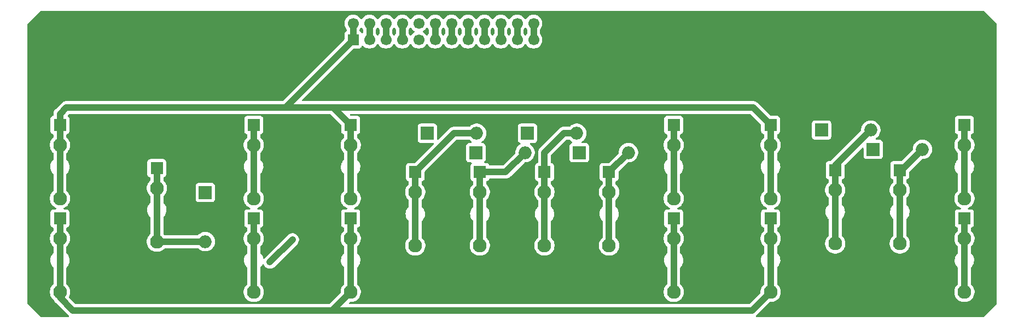
<source format=gbr>
%TF.GenerationSoftware,KiCad,Pcbnew,9.0.1*%
%TF.CreationDate,2025-10-08T12:17:04+01:00*%
%TF.ProjectId,WEASEL_KiCad_virtualModMatrix,57454153-454c-45f4-9b69-4361645f7669,rev?*%
%TF.SameCoordinates,Original*%
%TF.FileFunction,Copper,L1,Top*%
%TF.FilePolarity,Positive*%
%FSLAX46Y46*%
G04 Gerber Fmt 4.6, Leading zero omitted, Abs format (unit mm)*
G04 Created by KiCad (PCBNEW 9.0.1) date 2025-10-08 12:17:04*
%MOMM*%
%LPD*%
G01*
G04 APERTURE LIST*
%TA.AperFunction,ComponentPad*%
%ADD10C,2.130000*%
%TD*%
%TA.AperFunction,ComponentPad*%
%ADD11R,1.930000X1.830000*%
%TD*%
%TA.AperFunction,ComponentPad*%
%ADD12R,1.700000X1.700000*%
%TD*%
%TA.AperFunction,ComponentPad*%
%ADD13C,1.700000*%
%TD*%
%TA.AperFunction,ComponentPad*%
%ADD14R,2.000000X2.000000*%
%TD*%
%TA.AperFunction,ComponentPad*%
%ADD15O,2.000000X2.000000*%
%TD*%
%TA.AperFunction,ViaPad*%
%ADD16C,0.600000*%
%TD*%
%TA.AperFunction,Conductor*%
%ADD17C,1.000000*%
%TD*%
G04 APERTURE END LIST*
D10*
%TO.P,J15,TN*%
%TO.N,B0*%
X135500000Y-49320000D03*
%TO.P,J15,T*%
X135500000Y-57620000D03*
D11*
%TO.P,J15,S*%
X135500000Y-46220000D03*
%TD*%
%TO.P,J24,S*%
%TO.N,B3*%
X165500000Y-60720000D03*
D10*
%TO.P,J24,T*%
X165500000Y-72120000D03*
%TO.P,J24,TN*%
X165500000Y-63820000D03*
%TD*%
D11*
%TO.P,J23,S*%
%TO.N,B3*%
X120500000Y-60720000D03*
D10*
%TO.P,J23,T*%
X120500000Y-72120000D03*
%TO.P,J23,TN*%
X120500000Y-63820000D03*
%TD*%
D11*
%TO.P,J22,S*%
%TO.N,B3*%
X55500000Y-60720000D03*
D10*
%TO.P,J22,T*%
X55500000Y-72120000D03*
%TO.P,J22,TN*%
X55500000Y-63820000D03*
%TD*%
D11*
%TO.P,J21,S*%
%TO.N,B2*%
X165500000Y-46220000D03*
D10*
%TO.P,J21,T*%
X165500000Y-57620000D03*
%TO.P,J21,TN*%
X165500000Y-49320000D03*
%TD*%
D11*
%TO.P,J20,S*%
%TO.N,B2*%
X120500000Y-46220000D03*
D10*
%TO.P,J20,T*%
X120500000Y-57620000D03*
%TO.P,J20,TN*%
X120500000Y-49320000D03*
%TD*%
D11*
%TO.P,J19,S*%
%TO.N,B2*%
X55500000Y-46220000D03*
D10*
%TO.P,J19,T*%
X55500000Y-57620000D03*
%TO.P,J19,TN*%
X55500000Y-49320000D03*
%TD*%
D11*
%TO.P,J18,S*%
%TO.N,B1*%
X135500000Y-60720000D03*
D10*
%TO.P,J18,T*%
X135500000Y-72120000D03*
%TO.P,J18,TN*%
X135500000Y-63820000D03*
%TD*%
D11*
%TO.P,J17,S*%
%TO.N,B1*%
X70500000Y-60720000D03*
D10*
%TO.P,J17,T*%
X70500000Y-72120000D03*
%TO.P,J17,TN*%
X70500000Y-63820000D03*
%TD*%
D11*
%TO.P,J16,S*%
%TO.N,B1*%
X25500000Y-60720000D03*
D10*
%TO.P,J16,T*%
X25500000Y-72120000D03*
%TO.P,J16,TN*%
X25500000Y-63820000D03*
%TD*%
D11*
%TO.P,J14,S*%
%TO.N,B0*%
X70500000Y-46220000D03*
D10*
%TO.P,J14,T*%
X70500000Y-57620000D03*
%TO.P,J14,TN*%
X70500000Y-49320000D03*
%TD*%
D11*
%TO.P,J10,S*%
%TO.N,Net-(D8-A)*%
X155500000Y-53220000D03*
D10*
%TO.P,J10,T*%
X155500000Y-64620000D03*
%TO.P,J10,TN*%
X155500000Y-56320000D03*
%TD*%
D11*
%TO.P,J9,S*%
%TO.N,Net-(D7-A)*%
X145500000Y-53220000D03*
D10*
%TO.P,J9,T*%
X145500000Y-64620000D03*
%TO.P,J9,TN*%
X145500000Y-56320000D03*
%TD*%
D11*
%TO.P,J8,S*%
%TO.N,Net-(D6-A)*%
X110500000Y-53520000D03*
D10*
%TO.P,J8,T*%
X110500000Y-64920000D03*
%TO.P,J8,TN*%
X110500000Y-56620000D03*
%TD*%
D11*
%TO.P,J7,S*%
%TO.N,Net-(D4-A)*%
X100500000Y-53520000D03*
D10*
%TO.P,J7,T*%
X100500000Y-64920000D03*
%TO.P,J7,TN*%
X100500000Y-56620000D03*
%TD*%
D11*
%TO.P,J6,S*%
%TO.N,Net-(D3-A)*%
X90500000Y-53520000D03*
D10*
%TO.P,J6,T*%
X90500000Y-64920000D03*
%TO.P,J6,TN*%
X90500000Y-56620000D03*
%TD*%
D11*
%TO.P,J5,S*%
%TO.N,Net-(D2-A)*%
X80500000Y-53520000D03*
D10*
%TO.P,J5,T*%
X80500000Y-64920000D03*
%TO.P,J5,TN*%
X80500000Y-56620000D03*
%TD*%
D11*
%TO.P,J4,S*%
%TO.N,Net-(D1-A)*%
X40500000Y-52920000D03*
D10*
%TO.P,J4,T*%
X40500000Y-64320000D03*
%TO.P,J4,TN*%
X40500000Y-56020000D03*
%TD*%
D11*
%TO.P,J3,S*%
%TO.N,B0*%
X25500000Y-46220000D03*
D10*
%TO.P,J3,T*%
X25500000Y-57620000D03*
%TO.P,J3,TN*%
X25500000Y-49320000D03*
%TD*%
D12*
%TO.P,J1,1,Pin_1*%
%TO.N,B0*%
X70880000Y-33000000D03*
D13*
%TO.P,J1,2,Pin_2*%
X70880000Y-30460000D03*
%TO.P,J1,3,Pin_3*%
%TO.N,B1*%
X73420000Y-33000000D03*
%TO.P,J1,4,Pin_4*%
X73420000Y-30460000D03*
%TO.P,J1,5,Pin_5*%
%TO.N,B2*%
X75960000Y-33000000D03*
%TO.P,J1,6,Pin_6*%
X75960000Y-30460000D03*
%TO.P,J1,7,Pin_7*%
%TO.N,B3*%
X78500000Y-33000000D03*
%TO.P,J1,8,Pin_8*%
X78500000Y-30460000D03*
%TO.P,J1,9,Pin_9*%
%TO.N,unconnected-(J1-Pin_9-Pad9)*%
X81040000Y-33000000D03*
%TO.P,J1,10,Pin_10*%
%TO.N,unconnected-(J1-Pin_10-Pad10)*%
X81040000Y-30460000D03*
%TO.P,J1,11,Pin_11*%
%TO.N,A0*%
X83580000Y-33000000D03*
%TO.P,J1,12,Pin_12*%
X83580000Y-30460000D03*
%TO.P,J1,13,Pin_13*%
%TO.N,A1*%
X86120000Y-33000000D03*
%TO.P,J1,14,Pin_14*%
X86120000Y-30460000D03*
%TO.P,J1,15,Pin_15*%
%TO.N,A2*%
X88660000Y-33000000D03*
%TO.P,J1,16,Pin_16*%
X88660000Y-30460000D03*
%TO.P,J1,17,Pin_17*%
%TO.N,A3*%
X91200000Y-33000000D03*
%TO.P,J1,18,Pin_18*%
X91200000Y-30460000D03*
%TO.P,J1,19,Pin_19*%
%TO.N,A4*%
X93740000Y-33000000D03*
%TO.P,J1,20,Pin_20*%
X93740000Y-30460000D03*
%TO.P,J1,21,Pin_21*%
%TO.N,A5*%
X96280000Y-33000000D03*
%TO.P,J1,22,Pin_22*%
X96280000Y-30460000D03*
%TO.P,J1,23,Pin_23*%
%TO.N,A6*%
X98820000Y-33000000D03*
%TO.P,J1,24,Pin_24*%
X98820000Y-30460000D03*
%TD*%
D14*
%TO.P,D8,1,K*%
%TO.N,A6*%
X151380000Y-50000000D03*
D15*
%TO.P,D8,2,A*%
%TO.N,Net-(D8-A)*%
X159000000Y-50000000D03*
%TD*%
D14*
%TO.P,D7,1,K*%
%TO.N,A5*%
X143380000Y-47000000D03*
D15*
%TO.P,D7,2,A*%
%TO.N,Net-(D7-A)*%
X151000000Y-47000000D03*
%TD*%
D14*
%TO.P,D6,1,K*%
%TO.N,A4*%
X105880000Y-50500000D03*
D15*
%TO.P,D6,2,A*%
%TO.N,Net-(D6-A)*%
X113500000Y-50500000D03*
%TD*%
D14*
%TO.P,D4,1,K*%
%TO.N,A3*%
X97880000Y-47500000D03*
D15*
%TO.P,D4,2,A*%
%TO.N,Net-(D4-A)*%
X105500000Y-47500000D03*
%TD*%
D14*
%TO.P,D3,1,K*%
%TO.N,A2*%
X89880000Y-50500000D03*
D15*
%TO.P,D3,2,A*%
%TO.N,Net-(D3-A)*%
X97500000Y-50500000D03*
%TD*%
D14*
%TO.P,D2,1,K*%
%TO.N,A1*%
X82380000Y-47500000D03*
D15*
%TO.P,D2,2,A*%
%TO.N,Net-(D2-A)*%
X90000000Y-47500000D03*
%TD*%
D14*
%TO.P,D1,1,K*%
%TO.N,A0*%
X48000000Y-56690000D03*
D15*
%TO.P,D1,2,A*%
%TO.N,Net-(D1-A)*%
X48000000Y-64310000D03*
%TD*%
D16*
%TO.N,A0*%
X61500000Y-64000000D03*
X58000000Y-67500000D03*
%TD*%
D17*
%TO.N,A0*%
X58000000Y-67500000D02*
X61500000Y-64000000D01*
%TO.N,B0*%
X60380000Y-43500000D02*
X26500000Y-43500000D01*
X70880000Y-33000000D02*
X60380000Y-43500000D01*
X132780000Y-43500000D02*
X135500000Y-46220000D01*
X67780000Y-43500000D02*
X132780000Y-43500000D01*
X67780000Y-43500000D02*
X70500000Y-46220000D01*
X26500000Y-43500000D02*
X67780000Y-43500000D01*
X25500000Y-44500000D02*
X26500000Y-43500000D01*
X25500000Y-46220000D02*
X25500000Y-44500000D01*
%TO.N,B1*%
X132620000Y-75000000D02*
X135500000Y-72120000D01*
X67620000Y-75000000D02*
X132620000Y-75000000D01*
X27500000Y-75000000D02*
X67620000Y-75000000D01*
X67620000Y-75000000D02*
X70500000Y-72120000D01*
X25500000Y-73000000D02*
X27500000Y-75000000D01*
X25500000Y-72120000D02*
X25500000Y-73000000D01*
%TO.N,Net-(D1-A)*%
X40510000Y-64310000D02*
X40500000Y-64320000D01*
X48000000Y-64310000D02*
X40510000Y-64310000D01*
%TO.N,Net-(D2-A)*%
X86500000Y-47500000D02*
X90000000Y-47500000D01*
X80500000Y-53500000D02*
X86500000Y-47500000D01*
X80500000Y-53520000D02*
X80500000Y-53500000D01*
%TO.N,Net-(D3-A)*%
X94480000Y-53520000D02*
X97500000Y-50500000D01*
X90500000Y-53520000D02*
X94480000Y-53520000D01*
%TO.N,Net-(D4-A)*%
X103500000Y-47500000D02*
X105500000Y-47500000D01*
X100500000Y-50500000D02*
X103500000Y-47500000D01*
X100500000Y-53520000D02*
X100500000Y-50500000D01*
%TO.N,Net-(D6-A)*%
X110500000Y-53500000D02*
X113500000Y-50500000D01*
X110500000Y-53520000D02*
X110500000Y-53500000D01*
%TO.N,Net-(D7-A)*%
X145500000Y-53220000D02*
X145500000Y-52500000D01*
X145500000Y-52500000D02*
X151000000Y-47000000D01*
%TO.N,Net-(D8-A)*%
X155500000Y-53220000D02*
X155780000Y-53220000D01*
X155780000Y-53220000D02*
X159000000Y-50000000D01*
%TO.N,B3*%
X165500000Y-60720000D02*
X165500000Y-72120000D01*
%TO.N,B2*%
X165500000Y-46220000D02*
X165500000Y-57620000D01*
%TO.N,Net-(D8-A)*%
X155500000Y-53220000D02*
X155500000Y-64620000D01*
%TO.N,Net-(D7-A)*%
X145500000Y-53220000D02*
X145500000Y-64620000D01*
%TO.N,B1*%
X135500000Y-60720000D02*
X135500000Y-72120000D01*
%TO.N,B2*%
X120500000Y-46220000D02*
X120500000Y-57620000D01*
%TO.N,Net-(D6-A)*%
X110500000Y-53520000D02*
X110500000Y-64920000D01*
%TO.N,B2*%
X55500000Y-46220000D02*
X55500000Y-57620000D01*
%TO.N,Net-(D4-A)*%
X100500000Y-53520000D02*
X100500000Y-64920000D01*
%TO.N,Net-(D3-A)*%
X90500000Y-53520000D02*
X90500000Y-64920000D01*
%TO.N,Net-(D2-A)*%
X80500000Y-53520000D02*
X80500000Y-64920000D01*
%TO.N,Net-(D1-A)*%
X40500000Y-52920000D02*
X40500000Y-64320000D01*
%TO.N,B3*%
X120500000Y-60720000D02*
X120500000Y-72120000D01*
X55500000Y-60720000D02*
X55500000Y-72120000D01*
%TO.N,B1*%
X70500000Y-60720000D02*
X70500000Y-72120000D01*
X25500000Y-60720000D02*
X25500000Y-72120000D01*
%TO.N,B0*%
X135500000Y-46220000D02*
X135500000Y-57620000D01*
X70500000Y-46220000D02*
X70500000Y-57620000D01*
X25500000Y-46220000D02*
X25500000Y-57620000D01*
%TO.N,A6*%
X98820000Y-30460000D02*
X98820000Y-33000000D01*
%TO.N,A5*%
X96280000Y-30460000D02*
X96280000Y-33000000D01*
%TO.N,A4*%
X93740000Y-30460000D02*
X93740000Y-33000000D01*
%TO.N,A3*%
X91200000Y-30460000D02*
X91200000Y-33000000D01*
%TO.N,A2*%
X88660000Y-30460000D02*
X88660000Y-33000000D01*
%TO.N,A1*%
X86120000Y-30460000D02*
X86120000Y-33000000D01*
%TO.N,A0*%
X83580000Y-30460000D02*
X83580000Y-33000000D01*
%TO.N,B3*%
X78500000Y-30460000D02*
X78500000Y-33000000D01*
%TO.N,B2*%
X75960000Y-30460000D02*
X75960000Y-33000000D01*
%TO.N,B1*%
X73420000Y-30460000D02*
X73420000Y-33000000D01*
%TO.N,B0*%
X70880000Y-30460000D02*
X70880000Y-33000000D01*
%TD*%
%TA.AperFunction,NonConductor*%
G36*
X72221444Y-31113999D02*
G01*
X72260486Y-31159056D01*
X72264951Y-31167820D01*
X72392759Y-31343734D01*
X72391888Y-31344366D01*
X72418357Y-31403401D01*
X72419500Y-31420199D01*
X72419500Y-31879140D01*
X72399815Y-31946179D01*
X72347011Y-31991934D01*
X72277853Y-32001878D01*
X72214297Y-31972853D01*
X72179318Y-31922473D01*
X72173797Y-31907671D01*
X72173793Y-31907664D01*
X72087547Y-31792455D01*
X72087544Y-31792452D01*
X71972335Y-31706206D01*
X71972332Y-31706205D01*
X71972331Y-31706204D01*
X71961161Y-31702038D01*
X71943437Y-31688768D01*
X71923297Y-31679571D01*
X71916014Y-31668238D01*
X71905231Y-31660166D01*
X71897493Y-31639420D01*
X71885523Y-31620793D01*
X71882370Y-31598870D01*
X71880816Y-31594701D01*
X71880500Y-31585858D01*
X71880500Y-31420199D01*
X71900185Y-31353160D01*
X71909471Y-31340664D01*
X72035048Y-31167820D01*
X72035047Y-31167820D01*
X72035051Y-31167816D01*
X72039514Y-31159054D01*
X72087488Y-31108259D01*
X72155308Y-31091463D01*
X72221444Y-31113999D01*
G37*
%TD.AperFunction*%
%TA.AperFunction,NonConductor*%
G36*
X97621444Y-31113999D02*
G01*
X97660486Y-31159056D01*
X97664951Y-31167820D01*
X97792759Y-31343734D01*
X97791888Y-31344366D01*
X97818357Y-31403401D01*
X97819500Y-31420199D01*
X97819500Y-32039800D01*
X97799815Y-32106839D01*
X97790506Y-32119365D01*
X97664949Y-32292182D01*
X97660484Y-32300946D01*
X97612509Y-32351742D01*
X97544688Y-32368536D01*
X97478553Y-32345998D01*
X97439516Y-32300946D01*
X97435050Y-32292182D01*
X97307241Y-32116266D01*
X97308108Y-32115635D01*
X97281641Y-32056581D01*
X97280500Y-32039800D01*
X97280500Y-31420199D01*
X97300185Y-31353160D01*
X97309471Y-31340664D01*
X97435048Y-31167820D01*
X97435047Y-31167820D01*
X97435051Y-31167816D01*
X97439514Y-31159054D01*
X97487488Y-31108259D01*
X97555308Y-31091463D01*
X97621444Y-31113999D01*
G37*
%TD.AperFunction*%
%TA.AperFunction,NonConductor*%
G36*
X95081444Y-31113999D02*
G01*
X95120486Y-31159056D01*
X95124951Y-31167820D01*
X95252759Y-31343734D01*
X95251888Y-31344366D01*
X95278357Y-31403401D01*
X95279500Y-31420199D01*
X95279500Y-32039800D01*
X95259815Y-32106839D01*
X95250506Y-32119365D01*
X95124949Y-32292182D01*
X95120484Y-32300946D01*
X95072509Y-32351742D01*
X95004688Y-32368536D01*
X94938553Y-32345998D01*
X94899516Y-32300946D01*
X94895050Y-32292182D01*
X94767241Y-32116266D01*
X94768108Y-32115635D01*
X94741641Y-32056581D01*
X94740500Y-32039800D01*
X94740500Y-31420199D01*
X94760185Y-31353160D01*
X94769471Y-31340664D01*
X94895048Y-31167820D01*
X94895047Y-31167820D01*
X94895051Y-31167816D01*
X94899514Y-31159054D01*
X94947488Y-31108259D01*
X95015308Y-31091463D01*
X95081444Y-31113999D01*
G37*
%TD.AperFunction*%
%TA.AperFunction,NonConductor*%
G36*
X92541444Y-31113999D02*
G01*
X92580486Y-31159056D01*
X92584951Y-31167820D01*
X92712759Y-31343734D01*
X92711888Y-31344366D01*
X92738357Y-31403401D01*
X92739500Y-31420199D01*
X92739500Y-32039800D01*
X92719815Y-32106839D01*
X92710506Y-32119365D01*
X92584949Y-32292182D01*
X92580484Y-32300946D01*
X92532509Y-32351742D01*
X92464688Y-32368536D01*
X92398553Y-32345998D01*
X92359516Y-32300946D01*
X92355050Y-32292182D01*
X92227241Y-32116266D01*
X92228108Y-32115635D01*
X92201641Y-32056581D01*
X92200500Y-32039800D01*
X92200500Y-31420199D01*
X92220185Y-31353160D01*
X92229471Y-31340664D01*
X92355048Y-31167820D01*
X92355047Y-31167820D01*
X92355051Y-31167816D01*
X92359514Y-31159054D01*
X92407488Y-31108259D01*
X92475308Y-31091463D01*
X92541444Y-31113999D01*
G37*
%TD.AperFunction*%
%TA.AperFunction,NonConductor*%
G36*
X90001444Y-31113999D02*
G01*
X90040486Y-31159056D01*
X90044951Y-31167820D01*
X90172759Y-31343734D01*
X90171888Y-31344366D01*
X90198357Y-31403401D01*
X90199500Y-31420199D01*
X90199500Y-32039800D01*
X90179815Y-32106839D01*
X90170506Y-32119365D01*
X90044949Y-32292182D01*
X90040484Y-32300946D01*
X89992509Y-32351742D01*
X89924688Y-32368536D01*
X89858553Y-32345998D01*
X89819516Y-32300946D01*
X89815050Y-32292182D01*
X89687241Y-32116266D01*
X89688108Y-32115635D01*
X89661641Y-32056581D01*
X89660500Y-32039800D01*
X89660500Y-31420199D01*
X89680185Y-31353160D01*
X89689471Y-31340664D01*
X89815048Y-31167820D01*
X89815047Y-31167820D01*
X89815051Y-31167816D01*
X89819514Y-31159054D01*
X89867488Y-31108259D01*
X89935308Y-31091463D01*
X90001444Y-31113999D01*
G37*
%TD.AperFunction*%
%TA.AperFunction,NonConductor*%
G36*
X87461444Y-31113999D02*
G01*
X87500486Y-31159056D01*
X87504951Y-31167820D01*
X87632759Y-31343734D01*
X87631888Y-31344366D01*
X87658357Y-31403401D01*
X87659500Y-31420199D01*
X87659500Y-32039800D01*
X87639815Y-32106839D01*
X87630506Y-32119365D01*
X87504949Y-32292182D01*
X87500484Y-32300946D01*
X87452509Y-32351742D01*
X87384688Y-32368536D01*
X87318553Y-32345998D01*
X87279516Y-32300946D01*
X87275050Y-32292182D01*
X87147241Y-32116266D01*
X87148108Y-32115635D01*
X87121641Y-32056581D01*
X87120500Y-32039800D01*
X87120500Y-31420199D01*
X87140185Y-31353160D01*
X87149471Y-31340664D01*
X87275048Y-31167820D01*
X87275047Y-31167820D01*
X87275051Y-31167816D01*
X87279514Y-31159054D01*
X87327488Y-31108259D01*
X87395308Y-31091463D01*
X87461444Y-31113999D01*
G37*
%TD.AperFunction*%
%TA.AperFunction,NonConductor*%
G36*
X84921444Y-31113999D02*
G01*
X84960486Y-31159056D01*
X84964951Y-31167820D01*
X85092759Y-31343734D01*
X85091888Y-31344366D01*
X85118357Y-31403401D01*
X85119500Y-31420199D01*
X85119500Y-32039800D01*
X85099815Y-32106839D01*
X85090506Y-32119365D01*
X84964949Y-32292182D01*
X84960484Y-32300946D01*
X84912509Y-32351742D01*
X84844688Y-32368536D01*
X84778553Y-32345998D01*
X84739516Y-32300946D01*
X84735050Y-32292182D01*
X84607241Y-32116266D01*
X84608108Y-32115635D01*
X84581641Y-32056581D01*
X84580500Y-32039800D01*
X84580500Y-31420199D01*
X84600185Y-31353160D01*
X84609471Y-31340664D01*
X84735048Y-31167820D01*
X84735047Y-31167820D01*
X84735051Y-31167816D01*
X84739514Y-31159054D01*
X84787488Y-31108259D01*
X84855308Y-31091463D01*
X84921444Y-31113999D01*
G37*
%TD.AperFunction*%
%TA.AperFunction,NonConductor*%
G36*
X82381444Y-31113999D02*
G01*
X82420486Y-31159056D01*
X82424951Y-31167820D01*
X82552759Y-31343734D01*
X82551888Y-31344366D01*
X82578357Y-31403401D01*
X82579500Y-31420199D01*
X82579500Y-32039800D01*
X82559815Y-32106839D01*
X82550506Y-32119365D01*
X82424949Y-32292182D01*
X82420484Y-32300946D01*
X82372509Y-32351742D01*
X82304688Y-32368536D01*
X82238553Y-32345998D01*
X82199516Y-32300946D01*
X82195050Y-32292182D01*
X82070109Y-32120213D01*
X81919786Y-31969890D01*
X81747820Y-31844951D01*
X81747115Y-31844591D01*
X81739054Y-31840485D01*
X81688259Y-31792512D01*
X81671463Y-31724692D01*
X81693999Y-31658556D01*
X81739054Y-31619515D01*
X81747816Y-31615051D01*
X81787997Y-31585858D01*
X81919786Y-31490109D01*
X81919788Y-31490106D01*
X81919792Y-31490104D01*
X82070104Y-31339792D01*
X82070106Y-31339788D01*
X82070109Y-31339786D01*
X82195048Y-31167820D01*
X82195047Y-31167820D01*
X82195051Y-31167816D01*
X82199514Y-31159054D01*
X82247488Y-31108259D01*
X82315308Y-31091463D01*
X82381444Y-31113999D01*
G37*
%TD.AperFunction*%
%TA.AperFunction,NonConductor*%
G36*
X79841444Y-31113999D02*
G01*
X79880486Y-31159056D01*
X79884951Y-31167820D01*
X80009890Y-31339786D01*
X80160213Y-31490109D01*
X80332182Y-31615050D01*
X80340946Y-31619516D01*
X80391742Y-31667491D01*
X80408536Y-31735312D01*
X80385998Y-31801447D01*
X80340946Y-31840484D01*
X80332182Y-31844949D01*
X80160213Y-31969890D01*
X80009890Y-32120213D01*
X79884949Y-32292182D01*
X79880484Y-32300946D01*
X79832509Y-32351742D01*
X79764688Y-32368536D01*
X79698553Y-32345998D01*
X79659516Y-32300946D01*
X79655050Y-32292182D01*
X79527241Y-32116266D01*
X79528108Y-32115635D01*
X79501641Y-32056581D01*
X79500500Y-32039800D01*
X79500500Y-31420199D01*
X79520185Y-31353160D01*
X79529471Y-31340664D01*
X79655048Y-31167820D01*
X79655047Y-31167820D01*
X79655051Y-31167816D01*
X79659514Y-31159054D01*
X79707488Y-31108259D01*
X79775308Y-31091463D01*
X79841444Y-31113999D01*
G37*
%TD.AperFunction*%
%TA.AperFunction,NonConductor*%
G36*
X77301444Y-31113999D02*
G01*
X77340486Y-31159056D01*
X77344951Y-31167820D01*
X77472759Y-31343734D01*
X77471888Y-31344366D01*
X77498357Y-31403401D01*
X77499500Y-31420199D01*
X77499500Y-32039800D01*
X77479815Y-32106839D01*
X77470506Y-32119365D01*
X77344949Y-32292182D01*
X77340484Y-32300946D01*
X77292509Y-32351742D01*
X77224688Y-32368536D01*
X77158553Y-32345998D01*
X77119516Y-32300946D01*
X77115050Y-32292182D01*
X76987241Y-32116266D01*
X76988108Y-32115635D01*
X76961641Y-32056581D01*
X76960500Y-32039800D01*
X76960500Y-31420199D01*
X76980185Y-31353160D01*
X76989471Y-31340664D01*
X77115048Y-31167820D01*
X77115047Y-31167820D01*
X77115051Y-31167816D01*
X77119514Y-31159054D01*
X77167488Y-31108259D01*
X77235308Y-31091463D01*
X77301444Y-31113999D01*
G37*
%TD.AperFunction*%
%TA.AperFunction,NonConductor*%
G36*
X74761444Y-31113999D02*
G01*
X74800486Y-31159056D01*
X74804951Y-31167820D01*
X74932759Y-31343734D01*
X74931888Y-31344366D01*
X74958357Y-31403401D01*
X74959500Y-31420199D01*
X74959500Y-32039800D01*
X74939815Y-32106839D01*
X74930506Y-32119365D01*
X74804949Y-32292182D01*
X74800484Y-32300946D01*
X74752509Y-32351742D01*
X74684688Y-32368536D01*
X74618553Y-32345998D01*
X74579516Y-32300946D01*
X74575050Y-32292182D01*
X74447241Y-32116266D01*
X74448108Y-32115635D01*
X74421641Y-32056581D01*
X74420500Y-32039800D01*
X74420500Y-31420199D01*
X74440185Y-31353160D01*
X74449471Y-31340664D01*
X74575048Y-31167820D01*
X74575047Y-31167820D01*
X74575051Y-31167816D01*
X74579514Y-31159054D01*
X74627488Y-31108259D01*
X74695308Y-31091463D01*
X74761444Y-31113999D01*
G37*
%TD.AperFunction*%
%TA.AperFunction,NonConductor*%
G36*
X132381257Y-44520185D02*
G01*
X132401899Y-44536819D01*
X133998181Y-46133101D01*
X134031666Y-46194424D01*
X134034500Y-46220782D01*
X134034500Y-47182870D01*
X134034501Y-47182876D01*
X134040908Y-47242483D01*
X134091202Y-47377328D01*
X134091206Y-47377335D01*
X134177452Y-47492544D01*
X134177455Y-47492547D01*
X134292664Y-47578793D01*
X134292671Y-47578797D01*
X134418833Y-47625852D01*
X134474767Y-47667723D01*
X134499184Y-47733187D01*
X134499500Y-47742034D01*
X134499500Y-48055185D01*
X134479815Y-48122224D01*
X134463182Y-48142866D01*
X134305902Y-48300146D01*
X134161064Y-48499498D01*
X134049192Y-48719059D01*
X133973048Y-48953406D01*
X133973048Y-48953409D01*
X133934500Y-49196792D01*
X133934500Y-49443207D01*
X133973048Y-49686590D01*
X133973048Y-49686593D01*
X134049192Y-49920940D01*
X134102764Y-50026080D01*
X134161064Y-50140501D01*
X134305903Y-50339855D01*
X134305905Y-50339857D01*
X134463181Y-50497133D01*
X134496666Y-50558456D01*
X134499500Y-50584814D01*
X134499500Y-51525988D01*
X134479815Y-51593027D01*
X134465148Y-51611657D01*
X134330289Y-51752779D01*
X134330279Y-51752792D01*
X134191287Y-51956547D01*
X134191285Y-51956552D01*
X134087439Y-52180268D01*
X134087436Y-52180276D01*
X134021520Y-52417960D01*
X134021519Y-52417967D01*
X133995307Y-52663225D01*
X134009507Y-52909474D01*
X134009507Y-52909479D01*
X134063731Y-53150092D01*
X134156533Y-53378636D01*
X134285412Y-53588947D01*
X134421969Y-53746591D01*
X134446908Y-53775382D01*
X134454702Y-53781853D01*
X134493711Y-53839818D01*
X134499500Y-53877262D01*
X134499500Y-56355185D01*
X134479815Y-56422224D01*
X134463182Y-56442866D01*
X134305902Y-56600146D01*
X134161064Y-56799498D01*
X134049192Y-57019059D01*
X133973048Y-57253406D01*
X133973048Y-57253409D01*
X133934500Y-57496792D01*
X133934500Y-57743207D01*
X133973048Y-57986590D01*
X133973048Y-57986593D01*
X134049192Y-58220940D01*
X134095415Y-58311657D01*
X134161064Y-58440501D01*
X134305903Y-58639855D01*
X134480145Y-58814097D01*
X134679499Y-58958936D01*
X134897505Y-59070015D01*
X134948301Y-59117989D01*
X134965096Y-59185810D01*
X134942559Y-59251945D01*
X134887844Y-59295397D01*
X134841210Y-59304500D01*
X134487129Y-59304500D01*
X134487123Y-59304501D01*
X134427516Y-59310908D01*
X134292671Y-59361202D01*
X134292664Y-59361206D01*
X134177455Y-59447452D01*
X134177452Y-59447455D01*
X134091206Y-59562664D01*
X134091202Y-59562671D01*
X134040908Y-59697517D01*
X134034818Y-59754168D01*
X134034501Y-59757123D01*
X134034500Y-59757135D01*
X134034500Y-61682870D01*
X134034501Y-61682876D01*
X134040908Y-61742483D01*
X134091202Y-61877328D01*
X134091206Y-61877335D01*
X134177452Y-61992544D01*
X134177455Y-61992547D01*
X134292664Y-62078793D01*
X134292671Y-62078797D01*
X134418833Y-62125852D01*
X134474767Y-62167723D01*
X134499184Y-62233187D01*
X134499500Y-62242034D01*
X134499500Y-62555185D01*
X134479815Y-62622224D01*
X134463182Y-62642866D01*
X134305902Y-62800146D01*
X134161064Y-62999498D01*
X134049192Y-63219059D01*
X133973048Y-63453406D01*
X133973048Y-63453409D01*
X133934500Y-63696792D01*
X133934500Y-63943207D01*
X133973048Y-64186590D01*
X133973048Y-64186593D01*
X134049192Y-64420940D01*
X134159678Y-64637781D01*
X134161064Y-64640501D01*
X134305903Y-64839855D01*
X134305905Y-64839857D01*
X134463181Y-64997133D01*
X134496666Y-65058456D01*
X134499500Y-65084814D01*
X134499500Y-66025988D01*
X134479815Y-66093027D01*
X134465148Y-66111657D01*
X134330289Y-66252779D01*
X134330279Y-66252792D01*
X134191287Y-66456547D01*
X134191285Y-66456552D01*
X134087439Y-66680268D01*
X134087436Y-66680276D01*
X134021520Y-66917960D01*
X134021519Y-66917967D01*
X133995307Y-67163225D01*
X134009507Y-67409474D01*
X134009507Y-67409479D01*
X134063731Y-67650092D01*
X134063734Y-67650099D01*
X134153586Y-67871380D01*
X134156533Y-67878636D01*
X134285412Y-68088947D01*
X134360398Y-68175512D01*
X134446908Y-68275382D01*
X134454702Y-68281853D01*
X134493711Y-68339818D01*
X134499500Y-68377262D01*
X134499500Y-70855185D01*
X134479815Y-70922224D01*
X134463182Y-70942866D01*
X134305902Y-71100146D01*
X134161064Y-71299498D01*
X134049192Y-71519059D01*
X133973048Y-71753406D01*
X133973048Y-71753409D01*
X133934500Y-71996792D01*
X133934500Y-72219217D01*
X133914815Y-72286256D01*
X133898181Y-72306898D01*
X132241899Y-73963181D01*
X132180576Y-73996666D01*
X132154218Y-73999500D01*
X70334781Y-73999500D01*
X70313535Y-73993261D01*
X70291447Y-73991682D01*
X70280663Y-73983609D01*
X70267742Y-73979815D01*
X70253242Y-73963081D01*
X70235514Y-73949810D01*
X70230806Y-73937189D01*
X70221987Y-73927011D01*
X70218835Y-73905093D01*
X70211097Y-73884346D01*
X70213959Y-73871185D01*
X70212043Y-73857853D01*
X70221242Y-73837709D01*
X70225949Y-73816073D01*
X70239217Y-73798347D01*
X70241068Y-73794297D01*
X70247100Y-73787819D01*
X70313100Y-73721819D01*
X70374423Y-73688334D01*
X70400781Y-73685500D01*
X70623207Y-73685500D01*
X70623208Y-73685500D01*
X70866589Y-73646952D01*
X70866592Y-73646951D01*
X70866593Y-73646951D01*
X71100940Y-73570807D01*
X71100940Y-73570806D01*
X71100943Y-73570806D01*
X71320501Y-73458936D01*
X71519855Y-73314097D01*
X71694097Y-73139855D01*
X71838936Y-72940501D01*
X71950806Y-72720943D01*
X72026952Y-72486589D01*
X72065500Y-72243208D01*
X72065500Y-71996792D01*
X72026952Y-71753411D01*
X72026951Y-71753407D01*
X72026951Y-71753406D01*
X71950807Y-71519059D01*
X71838935Y-71299498D01*
X71694097Y-71100145D01*
X71536818Y-70942866D01*
X71503334Y-70881543D01*
X71500500Y-70855185D01*
X71500500Y-68372216D01*
X71520185Y-68305177D01*
X71536972Y-68284382D01*
X71539510Y-68281853D01*
X71646223Y-68175512D01*
X71790158Y-67975205D01*
X71899445Y-67754079D01*
X71971149Y-67518074D01*
X72003344Y-67273526D01*
X72005141Y-67200000D01*
X71984930Y-66954171D01*
X71924841Y-66714945D01*
X71826486Y-66488744D01*
X71692508Y-66281645D01*
X71532784Y-66106112D01*
X71502227Y-66043282D01*
X71500500Y-66022660D01*
X71500500Y-65084814D01*
X71520185Y-65017775D01*
X71536819Y-64997133D01*
X71613012Y-64920940D01*
X71694097Y-64839855D01*
X71838936Y-64640501D01*
X71950806Y-64420943D01*
X71992758Y-64291828D01*
X72026951Y-64186593D01*
X72026951Y-64186592D01*
X72026952Y-64186589D01*
X72065500Y-63943208D01*
X72065500Y-63696792D01*
X72026952Y-63453411D01*
X72026951Y-63453407D01*
X72026951Y-63453406D01*
X71950807Y-63219059D01*
X71858526Y-63037947D01*
X71838936Y-62999499D01*
X71694097Y-62800145D01*
X71536818Y-62642866D01*
X71503334Y-62581543D01*
X71500500Y-62555185D01*
X71500500Y-62242034D01*
X71520185Y-62174995D01*
X71572989Y-62129240D01*
X71581167Y-62125852D01*
X71707328Y-62078797D01*
X71707327Y-62078797D01*
X71707331Y-62078796D01*
X71822546Y-61992546D01*
X71908796Y-61877331D01*
X71959091Y-61742483D01*
X71965500Y-61682873D01*
X71965499Y-59757128D01*
X71959091Y-59697517D01*
X71946301Y-59663226D01*
X71908797Y-59562671D01*
X71908793Y-59562664D01*
X71822547Y-59447455D01*
X71822544Y-59447452D01*
X71707335Y-59361206D01*
X71707328Y-59361202D01*
X71572482Y-59310908D01*
X71572483Y-59310908D01*
X71512883Y-59304501D01*
X71512881Y-59304500D01*
X71512873Y-59304500D01*
X71512865Y-59304500D01*
X71158790Y-59304500D01*
X71091751Y-59284815D01*
X71045996Y-59232011D01*
X71036052Y-59162853D01*
X71065077Y-59099297D01*
X71102495Y-59070015D01*
X71320501Y-58958936D01*
X71519855Y-58814097D01*
X71694097Y-58639855D01*
X71838936Y-58440501D01*
X71950806Y-58220943D01*
X72026952Y-57986589D01*
X72065500Y-57743208D01*
X72065500Y-57496792D01*
X72026952Y-57253411D01*
X72026951Y-57253407D01*
X72026951Y-57253406D01*
X71950807Y-57019059D01*
X71934263Y-56986589D01*
X71838936Y-56799499D01*
X71694097Y-56600145D01*
X71590744Y-56496792D01*
X78934500Y-56496792D01*
X78934500Y-56743207D01*
X78973048Y-56986590D01*
X78973048Y-56986593D01*
X79049192Y-57220940D01*
X79109782Y-57339855D01*
X79161064Y-57440501D01*
X79305903Y-57639855D01*
X79305905Y-57639857D01*
X79463181Y-57797133D01*
X79496666Y-57858456D01*
X79499500Y-57884814D01*
X79499500Y-58825988D01*
X79479815Y-58893027D01*
X79465148Y-58911657D01*
X79330289Y-59052779D01*
X79330279Y-59052792D01*
X79191287Y-59256547D01*
X79191285Y-59256552D01*
X79087439Y-59480268D01*
X79087436Y-59480276D01*
X79026503Y-59699992D01*
X79021519Y-59717965D01*
X79017650Y-59754168D01*
X78995307Y-59963225D01*
X79009507Y-60209474D01*
X79009507Y-60209479D01*
X79063731Y-60450092D01*
X79156533Y-60678636D01*
X79285412Y-60888947D01*
X79421969Y-61046591D01*
X79446908Y-61075382D01*
X79454702Y-61081853D01*
X79493711Y-61139818D01*
X79499500Y-61177262D01*
X79499500Y-63655185D01*
X79479815Y-63722224D01*
X79463182Y-63742866D01*
X79305902Y-63900146D01*
X79161064Y-64099498D01*
X79049192Y-64319059D01*
X78973048Y-64553406D01*
X78973048Y-64553409D01*
X78934500Y-64796792D01*
X78934500Y-65043207D01*
X78973048Y-65286590D01*
X78973048Y-65286593D01*
X79049192Y-65520940D01*
X79109782Y-65639855D01*
X79161064Y-65740501D01*
X79305903Y-65939855D01*
X79480145Y-66114097D01*
X79679499Y-66258936D01*
X79899057Y-66370806D01*
X79899059Y-66370807D01*
X80133407Y-66446951D01*
X80133408Y-66446951D01*
X80133411Y-66446952D01*
X80376792Y-66485500D01*
X80376793Y-66485500D01*
X80623207Y-66485500D01*
X80623208Y-66485500D01*
X80866589Y-66446952D01*
X80866592Y-66446951D01*
X80866593Y-66446951D01*
X81100940Y-66370807D01*
X81100940Y-66370806D01*
X81100943Y-66370806D01*
X81320501Y-66258936D01*
X81519855Y-66114097D01*
X81694097Y-65939855D01*
X81838936Y-65740501D01*
X81950806Y-65520943D01*
X82026652Y-65287512D01*
X82026951Y-65286593D01*
X82026951Y-65286592D01*
X82026952Y-65286589D01*
X82065500Y-65043208D01*
X82065500Y-64796792D01*
X82026952Y-64553411D01*
X82026951Y-64553407D01*
X82026951Y-64553406D01*
X81950807Y-64319059D01*
X81888509Y-64196792D01*
X81838936Y-64099499D01*
X81694097Y-63900145D01*
X81536818Y-63742866D01*
X81503334Y-63681543D01*
X81500500Y-63655185D01*
X81500500Y-61172216D01*
X81520185Y-61105177D01*
X81536972Y-61084382D01*
X81539511Y-61081852D01*
X81646223Y-60975512D01*
X81790158Y-60775205D01*
X81899445Y-60554079D01*
X81971149Y-60318074D01*
X82003344Y-60073526D01*
X82005141Y-60000000D01*
X81984930Y-59754171D01*
X81924841Y-59514945D01*
X81874863Y-59400004D01*
X81826487Y-59288746D01*
X81805660Y-59256552D01*
X81692508Y-59081645D01*
X81532785Y-58906113D01*
X81502227Y-58843282D01*
X81500500Y-58822660D01*
X81500500Y-57884814D01*
X81520185Y-57817775D01*
X81536819Y-57797133D01*
X81596088Y-57737864D01*
X81694097Y-57639855D01*
X81838936Y-57440501D01*
X81950806Y-57220943D01*
X82026952Y-56986589D01*
X82065500Y-56743208D01*
X82065500Y-56496792D01*
X82026952Y-56253411D01*
X82026951Y-56253407D01*
X82026951Y-56253406D01*
X81950807Y-56019059D01*
X81838935Y-55799498D01*
X81780493Y-55719059D01*
X81694097Y-55600145D01*
X81536818Y-55442866D01*
X81503334Y-55381543D01*
X81500500Y-55355185D01*
X81500500Y-55042034D01*
X81520185Y-54974995D01*
X81572989Y-54929240D01*
X81581167Y-54925852D01*
X81707328Y-54878797D01*
X81707327Y-54878797D01*
X81707331Y-54878796D01*
X81822546Y-54792546D01*
X81908796Y-54677331D01*
X81959091Y-54542483D01*
X81965500Y-54482873D01*
X81965499Y-53500780D01*
X81985183Y-53433742D01*
X82001813Y-53413105D01*
X86878102Y-48536819D01*
X86939425Y-48503334D01*
X86965783Y-48500500D01*
X88827111Y-48500500D01*
X88894150Y-48520185D01*
X88914792Y-48536819D01*
X89022490Y-48644517D01*
X89202335Y-48775183D01*
X89245000Y-48830512D01*
X89250979Y-48900126D01*
X89218373Y-48961920D01*
X89157534Y-48996278D01*
X89129449Y-48999500D01*
X88832130Y-48999500D01*
X88832123Y-48999501D01*
X88772516Y-49005908D01*
X88637671Y-49056202D01*
X88637664Y-49056206D01*
X88522455Y-49142452D01*
X88522452Y-49142455D01*
X88436206Y-49257664D01*
X88436202Y-49257671D01*
X88385908Y-49392517D01*
X88382523Y-49424008D01*
X88379501Y-49452123D01*
X88379500Y-49452135D01*
X88379500Y-51547870D01*
X88379501Y-51547876D01*
X88385908Y-51607483D01*
X88436202Y-51742328D01*
X88436206Y-51742335D01*
X88522452Y-51857544D01*
X88522455Y-51857547D01*
X88637664Y-51943793D01*
X88637671Y-51943797D01*
X88772517Y-51994091D01*
X88772516Y-51994091D01*
X88779444Y-51994835D01*
X88832127Y-52000500D01*
X89134787Y-52000499D01*
X89201824Y-52020183D01*
X89247579Y-52072987D01*
X89257523Y-52142146D01*
X89228498Y-52205701D01*
X89209098Y-52223764D01*
X89177454Y-52247453D01*
X89177452Y-52247455D01*
X89091206Y-52362664D01*
X89091202Y-52362671D01*
X89040908Y-52497517D01*
X89038545Y-52519500D01*
X89034501Y-52557123D01*
X89034500Y-52557135D01*
X89034500Y-54482870D01*
X89034501Y-54482876D01*
X89040908Y-54542483D01*
X89091202Y-54677328D01*
X89091206Y-54677335D01*
X89177452Y-54792544D01*
X89177455Y-54792547D01*
X89292664Y-54878793D01*
X89292671Y-54878797D01*
X89418833Y-54925852D01*
X89474767Y-54967723D01*
X89499184Y-55033187D01*
X89499500Y-55042034D01*
X89499500Y-55355185D01*
X89479815Y-55422224D01*
X89463182Y-55442866D01*
X89305902Y-55600146D01*
X89161064Y-55799498D01*
X89049192Y-56019059D01*
X88973048Y-56253406D01*
X88973048Y-56253409D01*
X88934500Y-56496792D01*
X88934500Y-56743207D01*
X88973048Y-56986590D01*
X88973048Y-56986593D01*
X89049192Y-57220940D01*
X89109782Y-57339855D01*
X89161064Y-57440501D01*
X89305903Y-57639855D01*
X89305905Y-57639857D01*
X89463181Y-57797133D01*
X89496666Y-57858456D01*
X89499500Y-57884814D01*
X89499500Y-58825988D01*
X89479815Y-58893027D01*
X89465148Y-58911657D01*
X89330289Y-59052779D01*
X89330279Y-59052792D01*
X89191287Y-59256547D01*
X89191285Y-59256552D01*
X89087439Y-59480268D01*
X89087436Y-59480276D01*
X89026503Y-59699992D01*
X89021519Y-59717965D01*
X89017650Y-59754168D01*
X88995307Y-59963225D01*
X89009507Y-60209474D01*
X89009507Y-60209479D01*
X89063731Y-60450092D01*
X89156533Y-60678636D01*
X89285412Y-60888947D01*
X89421969Y-61046591D01*
X89446908Y-61075382D01*
X89454702Y-61081853D01*
X89493711Y-61139818D01*
X89499500Y-61177262D01*
X89499500Y-63655185D01*
X89479815Y-63722224D01*
X89463182Y-63742866D01*
X89305902Y-63900146D01*
X89161064Y-64099498D01*
X89049192Y-64319059D01*
X88973048Y-64553406D01*
X88973048Y-64553409D01*
X88934500Y-64796792D01*
X88934500Y-65043207D01*
X88973048Y-65286590D01*
X88973048Y-65286593D01*
X89049192Y-65520940D01*
X89109782Y-65639855D01*
X89161064Y-65740501D01*
X89305903Y-65939855D01*
X89480145Y-66114097D01*
X89679499Y-66258936D01*
X89899057Y-66370806D01*
X89899059Y-66370807D01*
X90133407Y-66446951D01*
X90133408Y-66446951D01*
X90133411Y-66446952D01*
X90376792Y-66485500D01*
X90376793Y-66485500D01*
X90623207Y-66485500D01*
X90623208Y-66485500D01*
X90866589Y-66446952D01*
X90866592Y-66446951D01*
X90866593Y-66446951D01*
X91100940Y-66370807D01*
X91100940Y-66370806D01*
X91100943Y-66370806D01*
X91320501Y-66258936D01*
X91519855Y-66114097D01*
X91694097Y-65939855D01*
X91838936Y-65740501D01*
X91950806Y-65520943D01*
X92026652Y-65287512D01*
X92026951Y-65286593D01*
X92026951Y-65286592D01*
X92026952Y-65286589D01*
X92065500Y-65043208D01*
X92065500Y-64796792D01*
X92026952Y-64553411D01*
X92026951Y-64553407D01*
X92026951Y-64553406D01*
X91950807Y-64319059D01*
X91888509Y-64196792D01*
X91838936Y-64099499D01*
X91694097Y-63900145D01*
X91536818Y-63742866D01*
X91503334Y-63681543D01*
X91500500Y-63655185D01*
X91500500Y-61172216D01*
X91520185Y-61105177D01*
X91536972Y-61084382D01*
X91539511Y-61081852D01*
X91646223Y-60975512D01*
X91790158Y-60775205D01*
X91899445Y-60554079D01*
X91971149Y-60318074D01*
X92003344Y-60073526D01*
X92005141Y-60000000D01*
X91984930Y-59754171D01*
X91924841Y-59514945D01*
X91874863Y-59400004D01*
X91826487Y-59288746D01*
X91805660Y-59256552D01*
X91692508Y-59081645D01*
X91532785Y-58906113D01*
X91502227Y-58843282D01*
X91500500Y-58822660D01*
X91500500Y-57884814D01*
X91520185Y-57817775D01*
X91536819Y-57797133D01*
X91596088Y-57737864D01*
X91694097Y-57639855D01*
X91838936Y-57440501D01*
X91950806Y-57220943D01*
X92026952Y-56986589D01*
X92065500Y-56743208D01*
X92065500Y-56496792D01*
X98934500Y-56496792D01*
X98934500Y-56743207D01*
X98973048Y-56986590D01*
X98973048Y-56986593D01*
X99049192Y-57220940D01*
X99109782Y-57339855D01*
X99161064Y-57440501D01*
X99305903Y-57639855D01*
X99305905Y-57639857D01*
X99463181Y-57797133D01*
X99496666Y-57858456D01*
X99499500Y-57884814D01*
X99499500Y-58825988D01*
X99479815Y-58893027D01*
X99465148Y-58911657D01*
X99330289Y-59052779D01*
X99330279Y-59052792D01*
X99191287Y-59256547D01*
X99191285Y-59256552D01*
X99087439Y-59480268D01*
X99087436Y-59480276D01*
X99026503Y-59699992D01*
X99021519Y-59717965D01*
X99017650Y-59754168D01*
X98995307Y-59963225D01*
X99009507Y-60209474D01*
X99009507Y-60209479D01*
X99063731Y-60450092D01*
X99156533Y-60678636D01*
X99285412Y-60888947D01*
X99421969Y-61046591D01*
X99446908Y-61075382D01*
X99454702Y-61081853D01*
X99493711Y-61139818D01*
X99499500Y-61177262D01*
X99499500Y-63655185D01*
X99479815Y-63722224D01*
X99463182Y-63742866D01*
X99305902Y-63900146D01*
X99161064Y-64099498D01*
X99049192Y-64319059D01*
X98973048Y-64553406D01*
X98973048Y-64553409D01*
X98934500Y-64796792D01*
X98934500Y-65043207D01*
X98973048Y-65286590D01*
X98973048Y-65286593D01*
X99049192Y-65520940D01*
X99109782Y-65639855D01*
X99161064Y-65740501D01*
X99305903Y-65939855D01*
X99480145Y-66114097D01*
X99679499Y-66258936D01*
X99899057Y-66370806D01*
X99899059Y-66370807D01*
X100133407Y-66446951D01*
X100133408Y-66446951D01*
X100133411Y-66446952D01*
X100376792Y-66485500D01*
X100376793Y-66485500D01*
X100623207Y-66485500D01*
X100623208Y-66485500D01*
X100866589Y-66446952D01*
X100866592Y-66446951D01*
X100866593Y-66446951D01*
X101100940Y-66370807D01*
X101100940Y-66370806D01*
X101100943Y-66370806D01*
X101320501Y-66258936D01*
X101519855Y-66114097D01*
X101694097Y-65939855D01*
X101838936Y-65740501D01*
X101950806Y-65520943D01*
X102026652Y-65287512D01*
X102026951Y-65286593D01*
X102026951Y-65286592D01*
X102026952Y-65286589D01*
X102065500Y-65043208D01*
X102065500Y-64796792D01*
X102026952Y-64553411D01*
X102026951Y-64553407D01*
X102026951Y-64553406D01*
X101950807Y-64319059D01*
X101888509Y-64196792D01*
X101838936Y-64099499D01*
X101694097Y-63900145D01*
X101536818Y-63742866D01*
X101503334Y-63681543D01*
X101500500Y-63655185D01*
X101500500Y-61172216D01*
X101520185Y-61105177D01*
X101536972Y-61084382D01*
X101539511Y-61081852D01*
X101646223Y-60975512D01*
X101790158Y-60775205D01*
X101899445Y-60554079D01*
X101971149Y-60318074D01*
X102003344Y-60073526D01*
X102005141Y-60000000D01*
X101984930Y-59754171D01*
X101924841Y-59514945D01*
X101874863Y-59400004D01*
X101826487Y-59288746D01*
X101805660Y-59256552D01*
X101692508Y-59081645D01*
X101532785Y-58906113D01*
X101502227Y-58843282D01*
X101500500Y-58822660D01*
X101500500Y-57884814D01*
X101520185Y-57817775D01*
X101536819Y-57797133D01*
X101596088Y-57737864D01*
X101694097Y-57639855D01*
X101838936Y-57440501D01*
X101950806Y-57220943D01*
X102026952Y-56986589D01*
X102065500Y-56743208D01*
X102065500Y-56496792D01*
X108934500Y-56496792D01*
X108934500Y-56743207D01*
X108973048Y-56986590D01*
X108973048Y-56986593D01*
X109049192Y-57220940D01*
X109109782Y-57339855D01*
X109161064Y-57440501D01*
X109305903Y-57639855D01*
X109305905Y-57639857D01*
X109463181Y-57797133D01*
X109496666Y-57858456D01*
X109499500Y-57884814D01*
X109499500Y-58825988D01*
X109479815Y-58893027D01*
X109465148Y-58911657D01*
X109330289Y-59052779D01*
X109330279Y-59052792D01*
X109191287Y-59256547D01*
X109191285Y-59256552D01*
X109087439Y-59480268D01*
X109087436Y-59480276D01*
X109026503Y-59699992D01*
X109021519Y-59717965D01*
X109017650Y-59754168D01*
X108995307Y-59963225D01*
X109009507Y-60209474D01*
X109009507Y-60209479D01*
X109063731Y-60450092D01*
X109156533Y-60678636D01*
X109285412Y-60888947D01*
X109421969Y-61046591D01*
X109446908Y-61075382D01*
X109454702Y-61081853D01*
X109493711Y-61139818D01*
X109499500Y-61177262D01*
X109499500Y-63655185D01*
X109479815Y-63722224D01*
X109463182Y-63742866D01*
X109305902Y-63900146D01*
X109161064Y-64099498D01*
X109049192Y-64319059D01*
X108973048Y-64553406D01*
X108973048Y-64553409D01*
X108934500Y-64796792D01*
X108934500Y-65043207D01*
X108973048Y-65286590D01*
X108973048Y-65286593D01*
X109049192Y-65520940D01*
X109109782Y-65639855D01*
X109161064Y-65740501D01*
X109305903Y-65939855D01*
X109480145Y-66114097D01*
X109679499Y-66258936D01*
X109899057Y-66370806D01*
X109899059Y-66370807D01*
X110133407Y-66446951D01*
X110133408Y-66446951D01*
X110133411Y-66446952D01*
X110376792Y-66485500D01*
X110376793Y-66485500D01*
X110623207Y-66485500D01*
X110623208Y-66485500D01*
X110866589Y-66446952D01*
X110866592Y-66446951D01*
X110866593Y-66446951D01*
X111100940Y-66370807D01*
X111100940Y-66370806D01*
X111100943Y-66370806D01*
X111320501Y-66258936D01*
X111519855Y-66114097D01*
X111694097Y-65939855D01*
X111838936Y-65740501D01*
X111950806Y-65520943D01*
X112026652Y-65287512D01*
X112026951Y-65286593D01*
X112026951Y-65286592D01*
X112026952Y-65286589D01*
X112065500Y-65043208D01*
X112065500Y-64796792D01*
X112026952Y-64553411D01*
X112026951Y-64553407D01*
X112026951Y-64553406D01*
X111950807Y-64319059D01*
X111888509Y-64196792D01*
X111838936Y-64099499D01*
X111694097Y-63900145D01*
X111536818Y-63742866D01*
X111503334Y-63681543D01*
X111500500Y-63655185D01*
X111500500Y-61172216D01*
X111520185Y-61105177D01*
X111536972Y-61084382D01*
X111539511Y-61081852D01*
X111646223Y-60975512D01*
X111790158Y-60775205D01*
X111899445Y-60554079D01*
X111971149Y-60318074D01*
X112003344Y-60073526D01*
X112005141Y-60000000D01*
X111984930Y-59754171D01*
X111924841Y-59514945D01*
X111874863Y-59400004D01*
X111826487Y-59288746D01*
X111805660Y-59256552D01*
X111692508Y-59081645D01*
X111532785Y-58906113D01*
X111502227Y-58843282D01*
X111500500Y-58822660D01*
X111500500Y-57884814D01*
X111520185Y-57817775D01*
X111536819Y-57797133D01*
X111596088Y-57737864D01*
X111694097Y-57639855D01*
X111838936Y-57440501D01*
X111950806Y-57220943D01*
X112026952Y-56986589D01*
X112065500Y-56743208D01*
X112065500Y-56496792D01*
X112026952Y-56253411D01*
X112026951Y-56253407D01*
X112026951Y-56253406D01*
X111950807Y-56019059D01*
X111838935Y-55799498D01*
X111780493Y-55719059D01*
X111694097Y-55600145D01*
X111536818Y-55442866D01*
X111503334Y-55381543D01*
X111500500Y-55355185D01*
X111500500Y-55042034D01*
X111520185Y-54974995D01*
X111572989Y-54929240D01*
X111581167Y-54925852D01*
X111707328Y-54878797D01*
X111707327Y-54878797D01*
X111707331Y-54878796D01*
X111822546Y-54792546D01*
X111908796Y-54677331D01*
X111959091Y-54542483D01*
X111965500Y-54482873D01*
X111965499Y-53500781D01*
X111985183Y-53433743D01*
X112001818Y-53413101D01*
X113378102Y-52036819D01*
X113439425Y-52003334D01*
X113465783Y-52000500D01*
X113618097Y-52000500D01*
X113851368Y-51963553D01*
X113853522Y-51962853D01*
X114075992Y-51890568D01*
X114286433Y-51783343D01*
X114477510Y-51644517D01*
X114644517Y-51477510D01*
X114783343Y-51286433D01*
X114890568Y-51075992D01*
X114963553Y-50851368D01*
X114973838Y-50786433D01*
X115000500Y-50618097D01*
X115000500Y-50381902D01*
X114963553Y-50148631D01*
X114926377Y-50034217D01*
X114890568Y-49924008D01*
X114890566Y-49924005D01*
X114890566Y-49924003D01*
X114788079Y-49722862D01*
X114783343Y-49713567D01*
X114644517Y-49522490D01*
X114477510Y-49355483D01*
X114286433Y-49216657D01*
X114260686Y-49203538D01*
X114247446Y-49196792D01*
X118934500Y-49196792D01*
X118934500Y-49443207D01*
X118973048Y-49686590D01*
X118973048Y-49686593D01*
X119049192Y-49920940D01*
X119102764Y-50026080D01*
X119161064Y-50140501D01*
X119305903Y-50339855D01*
X119305905Y-50339857D01*
X119463181Y-50497133D01*
X119496666Y-50558456D01*
X119499500Y-50584814D01*
X119499500Y-51525988D01*
X119479815Y-51593027D01*
X119465148Y-51611657D01*
X119330289Y-51752779D01*
X119330279Y-51752792D01*
X119191287Y-51956547D01*
X119191285Y-51956552D01*
X119087439Y-52180268D01*
X119087436Y-52180276D01*
X119021520Y-52417960D01*
X119021519Y-52417967D01*
X118995307Y-52663225D01*
X119009507Y-52909474D01*
X119009507Y-52909479D01*
X119063731Y-53150092D01*
X119156533Y-53378636D01*
X119285412Y-53588947D01*
X119360398Y-53675512D01*
X119446908Y-53775382D01*
X119454702Y-53781853D01*
X119493711Y-53839818D01*
X119499500Y-53877262D01*
X119499500Y-56355185D01*
X119479815Y-56422224D01*
X119463182Y-56442866D01*
X119305902Y-56600146D01*
X119161064Y-56799498D01*
X119049192Y-57019059D01*
X118973048Y-57253406D01*
X118973048Y-57253409D01*
X118934500Y-57496792D01*
X118934500Y-57743207D01*
X118973048Y-57986590D01*
X118973048Y-57986593D01*
X119049192Y-58220940D01*
X119095415Y-58311657D01*
X119161064Y-58440501D01*
X119305903Y-58639855D01*
X119480145Y-58814097D01*
X119679499Y-58958936D01*
X119897505Y-59070015D01*
X119948301Y-59117989D01*
X119965096Y-59185810D01*
X119942559Y-59251945D01*
X119887844Y-59295397D01*
X119841210Y-59304500D01*
X119487129Y-59304500D01*
X119487123Y-59304501D01*
X119427516Y-59310908D01*
X119292671Y-59361202D01*
X119292664Y-59361206D01*
X119177455Y-59447452D01*
X119177452Y-59447455D01*
X119091206Y-59562664D01*
X119091202Y-59562671D01*
X119040908Y-59697517D01*
X119034818Y-59754168D01*
X119034501Y-59757123D01*
X119034500Y-59757135D01*
X119034500Y-61682870D01*
X119034501Y-61682876D01*
X119040908Y-61742483D01*
X119091202Y-61877328D01*
X119091206Y-61877335D01*
X119177452Y-61992544D01*
X119177455Y-61992547D01*
X119292664Y-62078793D01*
X119292671Y-62078797D01*
X119418833Y-62125852D01*
X119474767Y-62167723D01*
X119499184Y-62233187D01*
X119499500Y-62242034D01*
X119499500Y-62555185D01*
X119479815Y-62622224D01*
X119463182Y-62642866D01*
X119305902Y-62800146D01*
X119161064Y-62999498D01*
X119049192Y-63219059D01*
X118973048Y-63453406D01*
X118973048Y-63453409D01*
X118934500Y-63696792D01*
X118934500Y-63943207D01*
X118973048Y-64186590D01*
X118973048Y-64186593D01*
X119049192Y-64420940D01*
X119159678Y-64637781D01*
X119161064Y-64640501D01*
X119305903Y-64839855D01*
X119305905Y-64839857D01*
X119463181Y-64997133D01*
X119496666Y-65058456D01*
X119499500Y-65084814D01*
X119499500Y-66025988D01*
X119479815Y-66093027D01*
X119465148Y-66111657D01*
X119330289Y-66252779D01*
X119330279Y-66252792D01*
X119191287Y-66456547D01*
X119191285Y-66456552D01*
X119087439Y-66680268D01*
X119087436Y-66680276D01*
X119021520Y-66917960D01*
X119021519Y-66917967D01*
X118995307Y-67163225D01*
X119009507Y-67409474D01*
X119009507Y-67409479D01*
X119063731Y-67650092D01*
X119063734Y-67650099D01*
X119153586Y-67871380D01*
X119156533Y-67878636D01*
X119285412Y-68088947D01*
X119360398Y-68175512D01*
X119446908Y-68275382D01*
X119454702Y-68281853D01*
X119493711Y-68339818D01*
X119499500Y-68377262D01*
X119499500Y-70855185D01*
X119479815Y-70922224D01*
X119463182Y-70942866D01*
X119305902Y-71100146D01*
X119161064Y-71299498D01*
X119049192Y-71519059D01*
X118973048Y-71753406D01*
X118973048Y-71753409D01*
X118973048Y-71753411D01*
X118934500Y-71996792D01*
X118934500Y-72243208D01*
X118941318Y-72286256D01*
X118973048Y-72486590D01*
X118973048Y-72486593D01*
X119049192Y-72720940D01*
X119049194Y-72720943D01*
X119161064Y-72940501D01*
X119305903Y-73139855D01*
X119480145Y-73314097D01*
X119679499Y-73458936D01*
X119899057Y-73570806D01*
X119899059Y-73570807D01*
X120133407Y-73646951D01*
X120133408Y-73646951D01*
X120133411Y-73646952D01*
X120376792Y-73685500D01*
X120376793Y-73685500D01*
X120623207Y-73685500D01*
X120623208Y-73685500D01*
X120866589Y-73646952D01*
X120866592Y-73646951D01*
X120866593Y-73646951D01*
X121100940Y-73570807D01*
X121100940Y-73570806D01*
X121100943Y-73570806D01*
X121320501Y-73458936D01*
X121519855Y-73314097D01*
X121694097Y-73139855D01*
X121838936Y-72940501D01*
X121950806Y-72720943D01*
X122026952Y-72486589D01*
X122065500Y-72243208D01*
X122065500Y-71996792D01*
X122026952Y-71753411D01*
X122026951Y-71753407D01*
X122026951Y-71753406D01*
X121950807Y-71519059D01*
X121838935Y-71299498D01*
X121694097Y-71100145D01*
X121536818Y-70942866D01*
X121503334Y-70881543D01*
X121500500Y-70855185D01*
X121500500Y-68372216D01*
X121520185Y-68305177D01*
X121536972Y-68284382D01*
X121539510Y-68281853D01*
X121646223Y-68175512D01*
X121790158Y-67975205D01*
X121899445Y-67754079D01*
X121971149Y-67518074D01*
X122003344Y-67273526D01*
X122005141Y-67200000D01*
X121984930Y-66954171D01*
X121924841Y-66714945D01*
X121826486Y-66488744D01*
X121692508Y-66281645D01*
X121532784Y-66106112D01*
X121502227Y-66043282D01*
X121500500Y-66022660D01*
X121500500Y-65084814D01*
X121520185Y-65017775D01*
X121536819Y-64997133D01*
X121613012Y-64920940D01*
X121694097Y-64839855D01*
X121838936Y-64640501D01*
X121950806Y-64420943D01*
X121992758Y-64291828D01*
X122026951Y-64186593D01*
X122026951Y-64186592D01*
X122026952Y-64186589D01*
X122065500Y-63943208D01*
X122065500Y-63696792D01*
X122026952Y-63453411D01*
X122026951Y-63453407D01*
X122026951Y-63453406D01*
X121950807Y-63219059D01*
X121858526Y-63037947D01*
X121838936Y-62999499D01*
X121694097Y-62800145D01*
X121536818Y-62642866D01*
X121503334Y-62581543D01*
X121500500Y-62555185D01*
X121500500Y-62242034D01*
X121520185Y-62174995D01*
X121572989Y-62129240D01*
X121581167Y-62125852D01*
X121707328Y-62078797D01*
X121707327Y-62078797D01*
X121707331Y-62078796D01*
X121822546Y-61992546D01*
X121908796Y-61877331D01*
X121959091Y-61742483D01*
X121965500Y-61682873D01*
X121965499Y-59757128D01*
X121959091Y-59697517D01*
X121946301Y-59663226D01*
X121908797Y-59562671D01*
X121908793Y-59562664D01*
X121822547Y-59447455D01*
X121822544Y-59447452D01*
X121707335Y-59361206D01*
X121707328Y-59361202D01*
X121572482Y-59310908D01*
X121572483Y-59310908D01*
X121512883Y-59304501D01*
X121512881Y-59304500D01*
X121512873Y-59304500D01*
X121512865Y-59304500D01*
X121158790Y-59304500D01*
X121091751Y-59284815D01*
X121045996Y-59232011D01*
X121036052Y-59162853D01*
X121065077Y-59099297D01*
X121102495Y-59070015D01*
X121320501Y-58958936D01*
X121519855Y-58814097D01*
X121694097Y-58639855D01*
X121838936Y-58440501D01*
X121950806Y-58220943D01*
X122026952Y-57986589D01*
X122065500Y-57743208D01*
X122065500Y-57496792D01*
X122026952Y-57253411D01*
X122026951Y-57253407D01*
X122026951Y-57253406D01*
X121950807Y-57019059D01*
X121934263Y-56986589D01*
X121838936Y-56799499D01*
X121694097Y-56600145D01*
X121536818Y-56442866D01*
X121503334Y-56381543D01*
X121500500Y-56355185D01*
X121500500Y-53872216D01*
X121520185Y-53805177D01*
X121536972Y-53784382D01*
X121539511Y-53781852D01*
X121646223Y-53675512D01*
X121790158Y-53475205D01*
X121899445Y-53254079D01*
X121971149Y-53018074D01*
X122003344Y-52773526D01*
X122005141Y-52700000D01*
X121984930Y-52454171D01*
X121924841Y-52214945D01*
X121831597Y-52000498D01*
X121826487Y-51988746D01*
X121806033Y-51957129D01*
X121806032Y-51957128D01*
X121692508Y-51781645D01*
X121532784Y-51606112D01*
X121502227Y-51543282D01*
X121500500Y-51522660D01*
X121500500Y-50584814D01*
X121520185Y-50517775D01*
X121536819Y-50497133D01*
X121694097Y-50339855D01*
X121838936Y-50140501D01*
X121950806Y-49920943D01*
X121981676Y-49825935D01*
X122026951Y-49686593D01*
X122026951Y-49686592D01*
X122026952Y-49686589D01*
X122065500Y-49443208D01*
X122065500Y-49196792D01*
X122026952Y-48953411D01*
X122026951Y-48953407D01*
X122026951Y-48953406D01*
X121950807Y-48719059D01*
X121912826Y-48644517D01*
X121838936Y-48499499D01*
X121694097Y-48300145D01*
X121536818Y-48142866D01*
X121503334Y-48081543D01*
X121500500Y-48055185D01*
X121500500Y-47742034D01*
X121520185Y-47674995D01*
X121572989Y-47629240D01*
X121581167Y-47625852D01*
X121707328Y-47578797D01*
X121707327Y-47578797D01*
X121707331Y-47578796D01*
X121822546Y-47492546D01*
X121908796Y-47377331D01*
X121959091Y-47242483D01*
X121965500Y-47182873D01*
X121965499Y-45257128D01*
X121959091Y-45197517D01*
X121908796Y-45062669D01*
X121908795Y-45062668D01*
X121908793Y-45062664D01*
X121822547Y-44947455D01*
X121822544Y-44947452D01*
X121707335Y-44861206D01*
X121707328Y-44861202D01*
X121572482Y-44810908D01*
X121572483Y-44810908D01*
X121512883Y-44804501D01*
X121512881Y-44804500D01*
X121512873Y-44804500D01*
X121512864Y-44804500D01*
X119487129Y-44804500D01*
X119487123Y-44804501D01*
X119427516Y-44810908D01*
X119292671Y-44861202D01*
X119292664Y-44861206D01*
X119177455Y-44947452D01*
X119177452Y-44947455D01*
X119091206Y-45062664D01*
X119091202Y-45062671D01*
X119040908Y-45197517D01*
X119034501Y-45257116D01*
X119034501Y-45257123D01*
X119034500Y-45257135D01*
X119034500Y-47182870D01*
X119034501Y-47182876D01*
X119040908Y-47242483D01*
X119091202Y-47377328D01*
X119091206Y-47377335D01*
X119177452Y-47492544D01*
X119177455Y-47492547D01*
X119292664Y-47578793D01*
X119292671Y-47578797D01*
X119418833Y-47625852D01*
X119474767Y-47667723D01*
X119499184Y-47733187D01*
X119499500Y-47742034D01*
X119499500Y-48055185D01*
X119479815Y-48122224D01*
X119463182Y-48142866D01*
X119305902Y-48300146D01*
X119161064Y-48499498D01*
X119049192Y-48719059D01*
X118973048Y-48953406D01*
X118973048Y-48953409D01*
X118934500Y-49196792D01*
X114247446Y-49196792D01*
X114075996Y-49109433D01*
X113851368Y-49036446D01*
X113618097Y-48999500D01*
X113618092Y-48999500D01*
X113381908Y-48999500D01*
X113381903Y-48999500D01*
X113148631Y-49036446D01*
X112924003Y-49109433D01*
X112713566Y-49216657D01*
X112657119Y-49257669D01*
X112522490Y-49355483D01*
X112522488Y-49355485D01*
X112522487Y-49355485D01*
X112355485Y-49522487D01*
X112355485Y-49522488D01*
X112355483Y-49522490D01*
X112346089Y-49535420D01*
X112216657Y-49713566D01*
X112109433Y-49924003D01*
X112036446Y-50148631D01*
X111999500Y-50381902D01*
X111999500Y-50534217D01*
X111979815Y-50601256D01*
X111963181Y-50621898D01*
X110516897Y-52068181D01*
X110455574Y-52101666D01*
X110429216Y-52104500D01*
X109487129Y-52104500D01*
X109487123Y-52104501D01*
X109427516Y-52110908D01*
X109292671Y-52161202D01*
X109292664Y-52161206D01*
X109177455Y-52247452D01*
X109177452Y-52247455D01*
X109091206Y-52362664D01*
X109091202Y-52362671D01*
X109040908Y-52497517D01*
X109038545Y-52519500D01*
X109034501Y-52557123D01*
X109034500Y-52557135D01*
X109034500Y-54482870D01*
X109034501Y-54482876D01*
X109040908Y-54542483D01*
X109091202Y-54677328D01*
X109091206Y-54677335D01*
X109177452Y-54792544D01*
X109177455Y-54792547D01*
X109292664Y-54878793D01*
X109292671Y-54878797D01*
X109418833Y-54925852D01*
X109474767Y-54967723D01*
X109499184Y-55033187D01*
X109499500Y-55042034D01*
X109499500Y-55355185D01*
X109479815Y-55422224D01*
X109463182Y-55442866D01*
X109305902Y-55600146D01*
X109161064Y-55799498D01*
X109049192Y-56019059D01*
X108973048Y-56253406D01*
X108973048Y-56253409D01*
X108934500Y-56496792D01*
X102065500Y-56496792D01*
X102026952Y-56253411D01*
X102026951Y-56253407D01*
X102026951Y-56253406D01*
X101950807Y-56019059D01*
X101838935Y-55799498D01*
X101780493Y-55719059D01*
X101694097Y-55600145D01*
X101536818Y-55442866D01*
X101503334Y-55381543D01*
X101500500Y-55355185D01*
X101500500Y-55042034D01*
X101520185Y-54974995D01*
X101572989Y-54929240D01*
X101581167Y-54925852D01*
X101707328Y-54878797D01*
X101707327Y-54878797D01*
X101707331Y-54878796D01*
X101822546Y-54792546D01*
X101908796Y-54677331D01*
X101959091Y-54542483D01*
X101965500Y-54482873D01*
X101965499Y-52557128D01*
X101959091Y-52497517D01*
X101941152Y-52449421D01*
X101908797Y-52362671D01*
X101908793Y-52362664D01*
X101822547Y-52247455D01*
X101822544Y-52247452D01*
X101707335Y-52161206D01*
X101707328Y-52161202D01*
X101581167Y-52114147D01*
X101525233Y-52072276D01*
X101500816Y-52006811D01*
X101500500Y-51997965D01*
X101500500Y-50965782D01*
X101520185Y-50898743D01*
X101536819Y-50878101D01*
X103878102Y-48536819D01*
X103939425Y-48503334D01*
X103965783Y-48500500D01*
X104327111Y-48500500D01*
X104394150Y-48520185D01*
X104414792Y-48536819D01*
X104522490Y-48644517D01*
X104713567Y-48783343D01*
X104739311Y-48796460D01*
X104790107Y-48844433D01*
X104806903Y-48912254D01*
X104784367Y-48978389D01*
X104729652Y-49021841D01*
X104726351Y-49023127D01*
X104637669Y-49056203D01*
X104637664Y-49056206D01*
X104522455Y-49142452D01*
X104522452Y-49142455D01*
X104436206Y-49257664D01*
X104436202Y-49257671D01*
X104385908Y-49392517D01*
X104382523Y-49424008D01*
X104379501Y-49452123D01*
X104379500Y-49452135D01*
X104379500Y-51547870D01*
X104379501Y-51547876D01*
X104385908Y-51607483D01*
X104436202Y-51742328D01*
X104436206Y-51742335D01*
X104522452Y-51857544D01*
X104522455Y-51857547D01*
X104637664Y-51943793D01*
X104637671Y-51943797D01*
X104772517Y-51994091D01*
X104772516Y-51994091D01*
X104779444Y-51994835D01*
X104832127Y-52000500D01*
X106927872Y-52000499D01*
X106987483Y-51994091D01*
X107122331Y-51943796D01*
X107237546Y-51857546D01*
X107323796Y-51742331D01*
X107374091Y-51607483D01*
X107380500Y-51547873D01*
X107380499Y-49452128D01*
X107374091Y-49392517D01*
X107360278Y-49355483D01*
X107323797Y-49257671D01*
X107323793Y-49257664D01*
X107237547Y-49142455D01*
X107237544Y-49142452D01*
X107122335Y-49056206D01*
X107122328Y-49056202D01*
X106987482Y-49005908D01*
X106987483Y-49005908D01*
X106927883Y-48999501D01*
X106927881Y-48999500D01*
X106927873Y-48999500D01*
X106927865Y-48999500D01*
X106370551Y-48999500D01*
X106303512Y-48979815D01*
X106257757Y-48927011D01*
X106247813Y-48857853D01*
X106276838Y-48794297D01*
X106297662Y-48775184D01*
X106477510Y-48644517D01*
X106644517Y-48477510D01*
X106783343Y-48286433D01*
X106890568Y-48075992D01*
X106963553Y-47851368D01*
X106991488Y-47674995D01*
X107000500Y-47618097D01*
X107000500Y-47381902D01*
X106963553Y-47148631D01*
X106890566Y-46924003D01*
X106834002Y-46812991D01*
X106783343Y-46713567D01*
X106644517Y-46522490D01*
X106477510Y-46355483D01*
X106286433Y-46216657D01*
X106280367Y-46213566D01*
X106075996Y-46109433D01*
X105851368Y-46036446D01*
X105618097Y-45999500D01*
X105618092Y-45999500D01*
X105381908Y-45999500D01*
X105381903Y-45999500D01*
X105148631Y-46036446D01*
X104924003Y-46109433D01*
X104713566Y-46216657D01*
X104657119Y-46257669D01*
X104522490Y-46355483D01*
X104522488Y-46355485D01*
X104522487Y-46355485D01*
X104414792Y-46463181D01*
X104353469Y-46496666D01*
X104327111Y-46499500D01*
X103401454Y-46499500D01*
X103369391Y-46505876D01*
X103369392Y-46505877D01*
X103208170Y-46537946D01*
X103208164Y-46537948D01*
X103026088Y-46613366D01*
X103026079Y-46613371D01*
X102862219Y-46722859D01*
X102862217Y-46722861D01*
X101342751Y-48242328D01*
X99862220Y-49722859D01*
X99862218Y-49722861D01*
X99824608Y-49760471D01*
X99722859Y-49862219D01*
X99613371Y-50026080D01*
X99613364Y-50026093D01*
X99584944Y-50094706D01*
X99584939Y-50094720D01*
X99583357Y-50098540D01*
X99537949Y-50208164D01*
X99527108Y-50262666D01*
X99525540Y-50270544D01*
X99525540Y-50270547D01*
X99499500Y-50401456D01*
X99499500Y-51997965D01*
X99479815Y-52065004D01*
X99427011Y-52110759D01*
X99418833Y-52114147D01*
X99292671Y-52161202D01*
X99292664Y-52161206D01*
X99177455Y-52247452D01*
X99177452Y-52247455D01*
X99091206Y-52362664D01*
X99091202Y-52362671D01*
X99040908Y-52497517D01*
X99038545Y-52519500D01*
X99034501Y-52557123D01*
X99034500Y-52557135D01*
X99034500Y-54482870D01*
X99034501Y-54482876D01*
X99040908Y-54542483D01*
X99091202Y-54677328D01*
X99091206Y-54677335D01*
X99177452Y-54792544D01*
X99177455Y-54792547D01*
X99292664Y-54878793D01*
X99292671Y-54878797D01*
X99418833Y-54925852D01*
X99474767Y-54967723D01*
X99499184Y-55033187D01*
X99499500Y-55042034D01*
X99499500Y-55355185D01*
X99479815Y-55422224D01*
X99463182Y-55442866D01*
X99305902Y-55600146D01*
X99161064Y-55799498D01*
X99049192Y-56019059D01*
X98973048Y-56253406D01*
X98973048Y-56253409D01*
X98934500Y-56496792D01*
X92065500Y-56496792D01*
X92026952Y-56253411D01*
X92026951Y-56253407D01*
X92026951Y-56253406D01*
X91950807Y-56019059D01*
X91838935Y-55799498D01*
X91780493Y-55719059D01*
X91694097Y-55600145D01*
X91536818Y-55442866D01*
X91503334Y-55381543D01*
X91500500Y-55355185D01*
X91500500Y-55042034D01*
X91520185Y-54974995D01*
X91572989Y-54929240D01*
X91581167Y-54925852D01*
X91707328Y-54878797D01*
X91707327Y-54878797D01*
X91707331Y-54878796D01*
X91822546Y-54792546D01*
X91908796Y-54677331D01*
X91937203Y-54601168D01*
X91979073Y-54545234D01*
X92044537Y-54520816D01*
X92053385Y-54520500D01*
X94578543Y-54520500D01*
X94613695Y-54513507D01*
X94719074Y-54492546D01*
X94771836Y-54482051D01*
X94825165Y-54459961D01*
X94953914Y-54406632D01*
X95117782Y-54297139D01*
X95257139Y-54157782D01*
X95257140Y-54157779D01*
X95264206Y-54150714D01*
X95264208Y-54150710D01*
X97378101Y-52036819D01*
X97439424Y-52003334D01*
X97465782Y-52000500D01*
X97618097Y-52000500D01*
X97851368Y-51963553D01*
X97853522Y-51962853D01*
X98075992Y-51890568D01*
X98286433Y-51783343D01*
X98477510Y-51644517D01*
X98644517Y-51477510D01*
X98783343Y-51286433D01*
X98890568Y-51075992D01*
X98963553Y-50851368D01*
X98973838Y-50786433D01*
X99000500Y-50618097D01*
X99000500Y-50381902D01*
X98963553Y-50148631D01*
X98926377Y-50034217D01*
X98890568Y-49924008D01*
X98890566Y-49924005D01*
X98890566Y-49924003D01*
X98788079Y-49722862D01*
X98783343Y-49713567D01*
X98644517Y-49522490D01*
X98477510Y-49355483D01*
X98297663Y-49224816D01*
X98254999Y-49169487D01*
X98249020Y-49099873D01*
X98281626Y-49038078D01*
X98342465Y-49003721D01*
X98370550Y-49000499D01*
X98927871Y-49000499D01*
X98927872Y-49000499D01*
X98987483Y-48994091D01*
X99122331Y-48943796D01*
X99237546Y-48857546D01*
X99323796Y-48742331D01*
X99374091Y-48607483D01*
X99380500Y-48547873D01*
X99380499Y-46452128D01*
X99374091Y-46392517D01*
X99360278Y-46355483D01*
X99323797Y-46257671D01*
X99323793Y-46257664D01*
X99237547Y-46142455D01*
X99237544Y-46142452D01*
X99122335Y-46056206D01*
X99122328Y-46056202D01*
X98987482Y-46005908D01*
X98987483Y-46005908D01*
X98927883Y-45999501D01*
X98927881Y-45999500D01*
X98927873Y-45999500D01*
X98927864Y-45999500D01*
X96832129Y-45999500D01*
X96832123Y-45999501D01*
X96772516Y-46005908D01*
X96637671Y-46056202D01*
X96637664Y-46056206D01*
X96522455Y-46142452D01*
X96522452Y-46142455D01*
X96436206Y-46257664D01*
X96436202Y-46257671D01*
X96385908Y-46392517D01*
X96382523Y-46424008D01*
X96379501Y-46452123D01*
X96379500Y-46452135D01*
X96379500Y-48547870D01*
X96379501Y-48547876D01*
X96385908Y-48607483D01*
X96436202Y-48742328D01*
X96436206Y-48742335D01*
X96522452Y-48857544D01*
X96522455Y-48857547D01*
X96637664Y-48943793D01*
X96637671Y-48943797D01*
X96726350Y-48976872D01*
X96782284Y-49018743D01*
X96806701Y-49084207D01*
X96791850Y-49152480D01*
X96742445Y-49201886D01*
X96739313Y-49203538D01*
X96713569Y-49216655D01*
X96670131Y-49248215D01*
X96522490Y-49355483D01*
X96522488Y-49355485D01*
X96522487Y-49355485D01*
X96355485Y-49522487D01*
X96355485Y-49522488D01*
X96355483Y-49522490D01*
X96346089Y-49535420D01*
X96216657Y-49713566D01*
X96109433Y-49924003D01*
X96036446Y-50148631D01*
X95999500Y-50381902D01*
X95999500Y-50534218D01*
X95979815Y-50601257D01*
X95963181Y-50621899D01*
X94101899Y-52483181D01*
X94040576Y-52516666D01*
X94014218Y-52519500D01*
X92053386Y-52519500D01*
X91986347Y-52499815D01*
X91940592Y-52447011D01*
X91937204Y-52438833D01*
X91908797Y-52362671D01*
X91908793Y-52362664D01*
X91822547Y-52247455D01*
X91822544Y-52247452D01*
X91707335Y-52161206D01*
X91707328Y-52161202D01*
X91572482Y-52110908D01*
X91572483Y-52110908D01*
X91512883Y-52104501D01*
X91512881Y-52104500D01*
X91512873Y-52104500D01*
X91512865Y-52104500D01*
X91280214Y-52104500D01*
X91213175Y-52084815D01*
X91167420Y-52032011D01*
X91157476Y-51962853D01*
X91186501Y-51899297D01*
X91205897Y-51881237D01*
X91237546Y-51857546D01*
X91323796Y-51742331D01*
X91374091Y-51607483D01*
X91380500Y-51547873D01*
X91380499Y-49452128D01*
X91374091Y-49392517D01*
X91360278Y-49355483D01*
X91323797Y-49257671D01*
X91323793Y-49257664D01*
X91237547Y-49142455D01*
X91237544Y-49142452D01*
X91122335Y-49056206D01*
X91122328Y-49056202D01*
X90987482Y-49005908D01*
X90987483Y-49005908D01*
X90927883Y-48999501D01*
X90927881Y-48999500D01*
X90927873Y-48999500D01*
X90927865Y-48999500D01*
X90870551Y-48999500D01*
X90803512Y-48979815D01*
X90757757Y-48927011D01*
X90747813Y-48857853D01*
X90776838Y-48794297D01*
X90797662Y-48775184D01*
X90977510Y-48644517D01*
X91144517Y-48477510D01*
X91283343Y-48286433D01*
X91390568Y-48075992D01*
X91463553Y-47851368D01*
X91491488Y-47674995D01*
X91500500Y-47618097D01*
X91500500Y-47381902D01*
X91463553Y-47148631D01*
X91390566Y-46924003D01*
X91334002Y-46812991D01*
X91283343Y-46713567D01*
X91144517Y-46522490D01*
X90977510Y-46355483D01*
X90786433Y-46216657D01*
X90780367Y-46213566D01*
X90575996Y-46109433D01*
X90351368Y-46036446D01*
X90118097Y-45999500D01*
X90118092Y-45999500D01*
X89881908Y-45999500D01*
X89881903Y-45999500D01*
X89648631Y-46036446D01*
X89424003Y-46109433D01*
X89213566Y-46216657D01*
X89157119Y-46257669D01*
X89022490Y-46355483D01*
X89022488Y-46355485D01*
X89022487Y-46355485D01*
X88914792Y-46463181D01*
X88853469Y-46496666D01*
X88827111Y-46499500D01*
X86401456Y-46499500D01*
X86208171Y-46537946D01*
X86208167Y-46537948D01*
X86208165Y-46537948D01*
X86208164Y-46537949D01*
X86132745Y-46569188D01*
X86132743Y-46569189D01*
X86026089Y-46613366D01*
X86026079Y-46613371D01*
X85862219Y-46722859D01*
X85862218Y-46722861D01*
X84092180Y-48492898D01*
X84030857Y-48526383D01*
X83961165Y-48521399D01*
X83905232Y-48479527D01*
X83880815Y-48414063D01*
X83880499Y-48405243D01*
X83880499Y-46452128D01*
X83874091Y-46392517D01*
X83860278Y-46355483D01*
X83823797Y-46257671D01*
X83823793Y-46257664D01*
X83737547Y-46142455D01*
X83737544Y-46142452D01*
X83622335Y-46056206D01*
X83622328Y-46056202D01*
X83487482Y-46005908D01*
X83487483Y-46005908D01*
X83427883Y-45999501D01*
X83427881Y-45999500D01*
X83427873Y-45999500D01*
X83427864Y-45999500D01*
X81332129Y-45999500D01*
X81332123Y-45999501D01*
X81272516Y-46005908D01*
X81137671Y-46056202D01*
X81137664Y-46056206D01*
X81022455Y-46142452D01*
X81022452Y-46142455D01*
X80936206Y-46257664D01*
X80936202Y-46257671D01*
X80885908Y-46392517D01*
X80882523Y-46424008D01*
X80879501Y-46452123D01*
X80879500Y-46452135D01*
X80879500Y-48547870D01*
X80879501Y-48547876D01*
X80885908Y-48607483D01*
X80936202Y-48742328D01*
X80936206Y-48742335D01*
X81022452Y-48857544D01*
X81022455Y-48857547D01*
X81137664Y-48943793D01*
X81137671Y-48943797D01*
X81272517Y-48994091D01*
X81272516Y-48994091D01*
X81279444Y-48994835D01*
X81332127Y-49000500D01*
X83285217Y-49000499D01*
X83352256Y-49020184D01*
X83398011Y-49072987D01*
X83407955Y-49142146D01*
X83378930Y-49205702D01*
X83372898Y-49212180D01*
X80516897Y-52068181D01*
X80455574Y-52101666D01*
X80429216Y-52104500D01*
X79487129Y-52104500D01*
X79487123Y-52104501D01*
X79427516Y-52110908D01*
X79292671Y-52161202D01*
X79292664Y-52161206D01*
X79177455Y-52247452D01*
X79177452Y-52247455D01*
X79091206Y-52362664D01*
X79091202Y-52362671D01*
X79040908Y-52497517D01*
X79038545Y-52519500D01*
X79034501Y-52557123D01*
X79034500Y-52557135D01*
X79034500Y-54482870D01*
X79034501Y-54482876D01*
X79040908Y-54542483D01*
X79091202Y-54677328D01*
X79091206Y-54677335D01*
X79177452Y-54792544D01*
X79177455Y-54792547D01*
X79292664Y-54878793D01*
X79292671Y-54878797D01*
X79418833Y-54925852D01*
X79474767Y-54967723D01*
X79499184Y-55033187D01*
X79499500Y-55042034D01*
X79499500Y-55355185D01*
X79479815Y-55422224D01*
X79463182Y-55442866D01*
X79305902Y-55600146D01*
X79161064Y-55799498D01*
X79049192Y-56019059D01*
X78973048Y-56253406D01*
X78973048Y-56253409D01*
X78934500Y-56496792D01*
X71590744Y-56496792D01*
X71536818Y-56442866D01*
X71503334Y-56381543D01*
X71500500Y-56355185D01*
X71500500Y-53872216D01*
X71520185Y-53805177D01*
X71536972Y-53784382D01*
X71539511Y-53781852D01*
X71646223Y-53675512D01*
X71790158Y-53475205D01*
X71899445Y-53254079D01*
X71971149Y-53018074D01*
X72003344Y-52773526D01*
X72005141Y-52700000D01*
X71984930Y-52454171D01*
X71924841Y-52214945D01*
X71831597Y-52000498D01*
X71826487Y-51988746D01*
X71806033Y-51957129D01*
X71806032Y-51957128D01*
X71692508Y-51781645D01*
X71532784Y-51606112D01*
X71502227Y-51543282D01*
X71500500Y-51522660D01*
X71500500Y-50584814D01*
X71520185Y-50517775D01*
X71536819Y-50497133D01*
X71694097Y-50339855D01*
X71838936Y-50140501D01*
X71950806Y-49920943D01*
X71981676Y-49825935D01*
X72026951Y-49686593D01*
X72026951Y-49686592D01*
X72026952Y-49686589D01*
X72065500Y-49443208D01*
X72065500Y-49196792D01*
X72026952Y-48953411D01*
X72026951Y-48953407D01*
X72026951Y-48953406D01*
X71950807Y-48719059D01*
X71912826Y-48644517D01*
X71838936Y-48499499D01*
X71694097Y-48300145D01*
X71536818Y-48142866D01*
X71503334Y-48081543D01*
X71500500Y-48055185D01*
X71500500Y-47742034D01*
X71520185Y-47674995D01*
X71572989Y-47629240D01*
X71581167Y-47625852D01*
X71707328Y-47578797D01*
X71707327Y-47578797D01*
X71707331Y-47578796D01*
X71822546Y-47492546D01*
X71908796Y-47377331D01*
X71959091Y-47242483D01*
X71965500Y-47182873D01*
X71965499Y-45257128D01*
X71959091Y-45197517D01*
X71908796Y-45062669D01*
X71908795Y-45062668D01*
X71908793Y-45062664D01*
X71822547Y-44947455D01*
X71822544Y-44947452D01*
X71707335Y-44861206D01*
X71707328Y-44861202D01*
X71572482Y-44810908D01*
X71572483Y-44810908D01*
X71512883Y-44804501D01*
X71512881Y-44804500D01*
X71512873Y-44804500D01*
X71512865Y-44804500D01*
X70550782Y-44804500D01*
X70521341Y-44795855D01*
X70491355Y-44789332D01*
X70486339Y-44785577D01*
X70483743Y-44784815D01*
X70463101Y-44768181D01*
X70407101Y-44712181D01*
X70373616Y-44650858D01*
X70378600Y-44581166D01*
X70420472Y-44525233D01*
X70485936Y-44500816D01*
X70494782Y-44500500D01*
X132314218Y-44500500D01*
X132381257Y-44520185D01*
G37*
%TD.AperFunction*%
%TA.AperFunction,NonConductor*%
G36*
X67381257Y-44520185D02*
G01*
X67401899Y-44536819D01*
X68998181Y-46133101D01*
X69031666Y-46194424D01*
X69034500Y-46220782D01*
X69034500Y-47182870D01*
X69034501Y-47182876D01*
X69040908Y-47242483D01*
X69091202Y-47377328D01*
X69091206Y-47377335D01*
X69177452Y-47492544D01*
X69177455Y-47492547D01*
X69292664Y-47578793D01*
X69292671Y-47578797D01*
X69418833Y-47625852D01*
X69474767Y-47667723D01*
X69499184Y-47733187D01*
X69499500Y-47742034D01*
X69499500Y-48055185D01*
X69479815Y-48122224D01*
X69463182Y-48142866D01*
X69305902Y-48300146D01*
X69161064Y-48499498D01*
X69049192Y-48719059D01*
X68973048Y-48953406D01*
X68973048Y-48953409D01*
X68934500Y-49196792D01*
X68934500Y-49443207D01*
X68973048Y-49686590D01*
X68973048Y-49686593D01*
X69049192Y-49920940D01*
X69102764Y-50026080D01*
X69161064Y-50140501D01*
X69305903Y-50339855D01*
X69305905Y-50339857D01*
X69463181Y-50497133D01*
X69496666Y-50558456D01*
X69499500Y-50584814D01*
X69499500Y-51525988D01*
X69479815Y-51593027D01*
X69465148Y-51611657D01*
X69330289Y-51752779D01*
X69330279Y-51752792D01*
X69191287Y-51956547D01*
X69191285Y-51956552D01*
X69087439Y-52180268D01*
X69087436Y-52180276D01*
X69021520Y-52417960D01*
X69021519Y-52417967D01*
X68995307Y-52663225D01*
X69009507Y-52909474D01*
X69009507Y-52909479D01*
X69063731Y-53150092D01*
X69156533Y-53378636D01*
X69285412Y-53588947D01*
X69360398Y-53675512D01*
X69446908Y-53775382D01*
X69454702Y-53781853D01*
X69493711Y-53839818D01*
X69499500Y-53877262D01*
X69499500Y-56355185D01*
X69479815Y-56422224D01*
X69463182Y-56442866D01*
X69305902Y-56600146D01*
X69161064Y-56799498D01*
X69049192Y-57019059D01*
X68973048Y-57253406D01*
X68973048Y-57253409D01*
X68934500Y-57496792D01*
X68934500Y-57743207D01*
X68973048Y-57986590D01*
X68973048Y-57986593D01*
X69049192Y-58220940D01*
X69095415Y-58311657D01*
X69161064Y-58440501D01*
X69305903Y-58639855D01*
X69480145Y-58814097D01*
X69679499Y-58958936D01*
X69897505Y-59070015D01*
X69948301Y-59117989D01*
X69965096Y-59185810D01*
X69942559Y-59251945D01*
X69887844Y-59295397D01*
X69841210Y-59304500D01*
X69487129Y-59304500D01*
X69487123Y-59304501D01*
X69427516Y-59310908D01*
X69292671Y-59361202D01*
X69292664Y-59361206D01*
X69177455Y-59447452D01*
X69177452Y-59447455D01*
X69091206Y-59562664D01*
X69091202Y-59562671D01*
X69040908Y-59697517D01*
X69034818Y-59754168D01*
X69034501Y-59757123D01*
X69034500Y-59757135D01*
X69034500Y-61682870D01*
X69034501Y-61682876D01*
X69040908Y-61742483D01*
X69091202Y-61877328D01*
X69091206Y-61877335D01*
X69177452Y-61992544D01*
X69177455Y-61992547D01*
X69292664Y-62078793D01*
X69292671Y-62078797D01*
X69418833Y-62125852D01*
X69474767Y-62167723D01*
X69499184Y-62233187D01*
X69499500Y-62242034D01*
X69499500Y-62555185D01*
X69479815Y-62622224D01*
X69463182Y-62642866D01*
X69305902Y-62800146D01*
X69161064Y-62999498D01*
X69049192Y-63219059D01*
X68973048Y-63453406D01*
X68973048Y-63453409D01*
X68934500Y-63696792D01*
X68934500Y-63943207D01*
X68973048Y-64186590D01*
X68973048Y-64186593D01*
X69049192Y-64420940D01*
X69159678Y-64637781D01*
X69161064Y-64640501D01*
X69305903Y-64839855D01*
X69305905Y-64839857D01*
X69463181Y-64997133D01*
X69496666Y-65058456D01*
X69499500Y-65084814D01*
X69499500Y-66025988D01*
X69479815Y-66093027D01*
X69465148Y-66111657D01*
X69330289Y-66252779D01*
X69330279Y-66252792D01*
X69191287Y-66456547D01*
X69191285Y-66456552D01*
X69087439Y-66680268D01*
X69087436Y-66680276D01*
X69021520Y-66917960D01*
X69021519Y-66917967D01*
X68995307Y-67163225D01*
X69009507Y-67409474D01*
X69009507Y-67409479D01*
X69063731Y-67650092D01*
X69063734Y-67650099D01*
X69153586Y-67871380D01*
X69156533Y-67878636D01*
X69285412Y-68088947D01*
X69360398Y-68175512D01*
X69446908Y-68275382D01*
X69454702Y-68281853D01*
X69493711Y-68339818D01*
X69499500Y-68377262D01*
X69499500Y-70855185D01*
X69479815Y-70922224D01*
X69463182Y-70942866D01*
X69305902Y-71100146D01*
X69161064Y-71299498D01*
X69049192Y-71519059D01*
X68973048Y-71753406D01*
X68973048Y-71753409D01*
X68934500Y-71996792D01*
X68934500Y-72219217D01*
X68914815Y-72286256D01*
X68898181Y-72306898D01*
X67241899Y-73963181D01*
X67180576Y-73996666D01*
X67154218Y-73999500D01*
X27965782Y-73999500D01*
X27898743Y-73979815D01*
X27878101Y-73963181D01*
X26908204Y-72993284D01*
X26874719Y-72931961D01*
X26879703Y-72862269D01*
X26885395Y-72849317D01*
X26950806Y-72720943D01*
X27026952Y-72486589D01*
X27065500Y-72243208D01*
X27065500Y-71996792D01*
X27026952Y-71753411D01*
X27026951Y-71753407D01*
X27026951Y-71753406D01*
X26950807Y-71519059D01*
X26838935Y-71299498D01*
X26694097Y-71100145D01*
X26536818Y-70942866D01*
X26503334Y-70881543D01*
X26500500Y-70855185D01*
X26500500Y-68372216D01*
X26520185Y-68305177D01*
X26536972Y-68284382D01*
X26539510Y-68281853D01*
X26646223Y-68175512D01*
X26790158Y-67975205D01*
X26899445Y-67754079D01*
X26971149Y-67518074D01*
X27003344Y-67273526D01*
X27005141Y-67200000D01*
X26984930Y-66954171D01*
X26924841Y-66714945D01*
X26826486Y-66488744D01*
X26692508Y-66281645D01*
X26532784Y-66106112D01*
X26502227Y-66043282D01*
X26500500Y-66022660D01*
X26500500Y-65084814D01*
X26520185Y-65017775D01*
X26536819Y-64997133D01*
X26613012Y-64920940D01*
X26694097Y-64839855D01*
X26838936Y-64640501D01*
X26950806Y-64420943D01*
X26992758Y-64291828D01*
X27026951Y-64186593D01*
X27026951Y-64186592D01*
X27026952Y-64186589D01*
X27065500Y-63943208D01*
X27065500Y-63696792D01*
X27026952Y-63453411D01*
X27026951Y-63453407D01*
X27026951Y-63453406D01*
X26950807Y-63219059D01*
X26858526Y-63037947D01*
X26838936Y-62999499D01*
X26694097Y-62800145D01*
X26536818Y-62642866D01*
X26503334Y-62581543D01*
X26500500Y-62555185D01*
X26500500Y-62242034D01*
X26520185Y-62174995D01*
X26572989Y-62129240D01*
X26581167Y-62125852D01*
X26707328Y-62078797D01*
X26707327Y-62078797D01*
X26707331Y-62078796D01*
X26822546Y-61992546D01*
X26908796Y-61877331D01*
X26959091Y-61742483D01*
X26965500Y-61682873D01*
X26965499Y-59757128D01*
X26959091Y-59697517D01*
X26946301Y-59663226D01*
X26908797Y-59562671D01*
X26908793Y-59562664D01*
X26822547Y-59447455D01*
X26822544Y-59447452D01*
X26707335Y-59361206D01*
X26707328Y-59361202D01*
X26572482Y-59310908D01*
X26572483Y-59310908D01*
X26512883Y-59304501D01*
X26512881Y-59304500D01*
X26512873Y-59304500D01*
X26512865Y-59304500D01*
X26158790Y-59304500D01*
X26091751Y-59284815D01*
X26045996Y-59232011D01*
X26036052Y-59162853D01*
X26065077Y-59099297D01*
X26102495Y-59070015D01*
X26320501Y-58958936D01*
X26519855Y-58814097D01*
X26694097Y-58639855D01*
X26838936Y-58440501D01*
X26950806Y-58220943D01*
X27026952Y-57986589D01*
X27065500Y-57743208D01*
X27065500Y-57496792D01*
X27026952Y-57253411D01*
X27026951Y-57253407D01*
X27026951Y-57253406D01*
X26950807Y-57019059D01*
X26934263Y-56986589D01*
X26838936Y-56799499D01*
X26694097Y-56600145D01*
X26536818Y-56442866D01*
X26503334Y-56381543D01*
X26500500Y-56355185D01*
X26500500Y-55896792D01*
X38934500Y-55896792D01*
X38934500Y-56143207D01*
X38973048Y-56386590D01*
X38973048Y-56386593D01*
X39049192Y-56620940D01*
X39161064Y-56840501D01*
X39305903Y-57039855D01*
X39305905Y-57039857D01*
X39463181Y-57197133D01*
X39496666Y-57258456D01*
X39499500Y-57284814D01*
X39499500Y-58225988D01*
X39479815Y-58293027D01*
X39465148Y-58311657D01*
X39330289Y-58452779D01*
X39330279Y-58452792D01*
X39191287Y-58656547D01*
X39191285Y-58656552D01*
X39087439Y-58880268D01*
X39087436Y-58880276D01*
X39026696Y-59099297D01*
X39021519Y-59117965D01*
X39018421Y-59146952D01*
X38995307Y-59363225D01*
X39009507Y-59609474D01*
X39009507Y-59609479D01*
X39063731Y-59850092D01*
X39063734Y-59850099D01*
X39109669Y-59963225D01*
X39156533Y-60078636D01*
X39285412Y-60288947D01*
X39363102Y-60378634D01*
X39446908Y-60475382D01*
X39454702Y-60481853D01*
X39493711Y-60539818D01*
X39499500Y-60577262D01*
X39499500Y-63055185D01*
X39479815Y-63122224D01*
X39463182Y-63142866D01*
X39305902Y-63300146D01*
X39161064Y-63499498D01*
X39049192Y-63719059D01*
X38973048Y-63953406D01*
X38973048Y-63953409D01*
X38935274Y-64191908D01*
X38934500Y-64196792D01*
X38934500Y-64443208D01*
X38942987Y-64496792D01*
X38973048Y-64686590D01*
X38973048Y-64686593D01*
X39049192Y-64920940D01*
X39096658Y-65014097D01*
X39161064Y-65140501D01*
X39305903Y-65339855D01*
X39480145Y-65514097D01*
X39679499Y-65658936D01*
X39761203Y-65700566D01*
X39899059Y-65770807D01*
X40133407Y-65846951D01*
X40133408Y-65846951D01*
X40133411Y-65846952D01*
X40376792Y-65885500D01*
X40376793Y-65885500D01*
X40623207Y-65885500D01*
X40623208Y-65885500D01*
X40866589Y-65846952D01*
X40866592Y-65846951D01*
X40866593Y-65846951D01*
X41100940Y-65770807D01*
X41100940Y-65770806D01*
X41100943Y-65770806D01*
X41320501Y-65658936D01*
X41519855Y-65514097D01*
X41687133Y-65346819D01*
X41748456Y-65313334D01*
X41774814Y-65310500D01*
X46827111Y-65310500D01*
X46894150Y-65330185D01*
X46914792Y-65346819D01*
X47022490Y-65454517D01*
X47213567Y-65593343D01*
X47304852Y-65639855D01*
X47424003Y-65700566D01*
X47424005Y-65700566D01*
X47424008Y-65700568D01*
X47544412Y-65739689D01*
X47648631Y-65773553D01*
X47881903Y-65810500D01*
X47881908Y-65810500D01*
X48118097Y-65810500D01*
X48351368Y-65773553D01*
X48359822Y-65770806D01*
X48575992Y-65700568D01*
X48786433Y-65593343D01*
X48977510Y-65454517D01*
X49144517Y-65287510D01*
X49283343Y-65096433D01*
X49390568Y-64885992D01*
X49463553Y-64661368D01*
X49480652Y-64553409D01*
X49500500Y-64428097D01*
X49500500Y-64191902D01*
X49463553Y-63958631D01*
X49390566Y-63734003D01*
X49322361Y-63600145D01*
X49283343Y-63523567D01*
X49144517Y-63332490D01*
X48977510Y-63165483D01*
X48786433Y-63026657D01*
X48575996Y-62919433D01*
X48351368Y-62846446D01*
X48118097Y-62809500D01*
X48118092Y-62809500D01*
X47881908Y-62809500D01*
X47881903Y-62809500D01*
X47648631Y-62846446D01*
X47424003Y-62919433D01*
X47213566Y-63026657D01*
X47138023Y-63081543D01*
X47022490Y-63165483D01*
X47022488Y-63165485D01*
X47022487Y-63165485D01*
X46914792Y-63273181D01*
X46853469Y-63306666D01*
X46827111Y-63309500D01*
X41754815Y-63309500D01*
X41725374Y-63300855D01*
X41695388Y-63294332D01*
X41690372Y-63290577D01*
X41687776Y-63289815D01*
X41667134Y-63273181D01*
X41536819Y-63142866D01*
X41503334Y-63081543D01*
X41500500Y-63055185D01*
X41500500Y-60572216D01*
X41520185Y-60505177D01*
X41536972Y-60484382D01*
X41539511Y-60481852D01*
X41646223Y-60375512D01*
X41790158Y-60175205D01*
X41899445Y-59954079D01*
X41971149Y-59718074D01*
X42003344Y-59473526D01*
X42005141Y-59400000D01*
X41984930Y-59154171D01*
X41924841Y-58914945D01*
X41826486Y-58688744D01*
X41692508Y-58481645D01*
X41532785Y-58306113D01*
X41502227Y-58243282D01*
X41500500Y-58222660D01*
X41500500Y-57284814D01*
X41520185Y-57217775D01*
X41536819Y-57197133D01*
X41593451Y-57140501D01*
X41694097Y-57039855D01*
X41838936Y-56840501D01*
X41950806Y-56620943D01*
X41957565Y-56600142D01*
X42026951Y-56386593D01*
X42026951Y-56386592D01*
X42026952Y-56386589D01*
X42065500Y-56143208D01*
X42065500Y-55896792D01*
X42026952Y-55653411D01*
X42023288Y-55642135D01*
X46499500Y-55642135D01*
X46499500Y-57737870D01*
X46499501Y-57737876D01*
X46505908Y-57797483D01*
X46556202Y-57932328D01*
X46556206Y-57932335D01*
X46642452Y-58047544D01*
X46642455Y-58047547D01*
X46757664Y-58133793D01*
X46757671Y-58133797D01*
X46892517Y-58184091D01*
X46892516Y-58184091D01*
X46899444Y-58184835D01*
X46952127Y-58190500D01*
X49047872Y-58190499D01*
X49107483Y-58184091D01*
X49242331Y-58133796D01*
X49357546Y-58047546D01*
X49443796Y-57932331D01*
X49494091Y-57797483D01*
X49500500Y-57737873D01*
X49500499Y-55642128D01*
X49494091Y-55582517D01*
X49463127Y-55499499D01*
X49443797Y-55447671D01*
X49443793Y-55447664D01*
X49357547Y-55332455D01*
X49357544Y-55332452D01*
X49242335Y-55246206D01*
X49242328Y-55246202D01*
X49107482Y-55195908D01*
X49107483Y-55195908D01*
X49047883Y-55189501D01*
X49047881Y-55189500D01*
X49047873Y-55189500D01*
X49047864Y-55189500D01*
X46952129Y-55189500D01*
X46952123Y-55189501D01*
X46892516Y-55195908D01*
X46757671Y-55246202D01*
X46757664Y-55246206D01*
X46642455Y-55332452D01*
X46642452Y-55332455D01*
X46556206Y-55447664D01*
X46556202Y-55447671D01*
X46505908Y-55582517D01*
X46499501Y-55642116D01*
X46499501Y-55642123D01*
X46499500Y-55642135D01*
X42023288Y-55642135D01*
X41950807Y-55419059D01*
X41906680Y-55332454D01*
X41838936Y-55199499D01*
X41694097Y-55000145D01*
X41536818Y-54842866D01*
X41503334Y-54781543D01*
X41500500Y-54755185D01*
X41500500Y-54442034D01*
X41520185Y-54374995D01*
X41572989Y-54329240D01*
X41581167Y-54325852D01*
X41707328Y-54278797D01*
X41707327Y-54278797D01*
X41707331Y-54278796D01*
X41822546Y-54192546D01*
X41908796Y-54077331D01*
X41959091Y-53942483D01*
X41965500Y-53882873D01*
X41965499Y-51957128D01*
X41959091Y-51897517D01*
X41956499Y-51890568D01*
X41908797Y-51762671D01*
X41908793Y-51762664D01*
X41822547Y-51647455D01*
X41822544Y-51647452D01*
X41707335Y-51561206D01*
X41707328Y-51561202D01*
X41572482Y-51510908D01*
X41572483Y-51510908D01*
X41512883Y-51504501D01*
X41512881Y-51504500D01*
X41512873Y-51504500D01*
X41512864Y-51504500D01*
X39487129Y-51504500D01*
X39487123Y-51504501D01*
X39427516Y-51510908D01*
X39292671Y-51561202D01*
X39292664Y-51561206D01*
X39177455Y-51647452D01*
X39177452Y-51647455D01*
X39091206Y-51762664D01*
X39091202Y-51762671D01*
X39040908Y-51897517D01*
X39035933Y-51943796D01*
X39034501Y-51957123D01*
X39034500Y-51957135D01*
X39034500Y-53882870D01*
X39034501Y-53882876D01*
X39040908Y-53942483D01*
X39091202Y-54077328D01*
X39091206Y-54077335D01*
X39177452Y-54192544D01*
X39177455Y-54192547D01*
X39292664Y-54278793D01*
X39292671Y-54278797D01*
X39418833Y-54325852D01*
X39474767Y-54367723D01*
X39499184Y-54433187D01*
X39499500Y-54442034D01*
X39499500Y-54755185D01*
X39479815Y-54822224D01*
X39463182Y-54842866D01*
X39305902Y-55000146D01*
X39161064Y-55199498D01*
X39049192Y-55419059D01*
X38973048Y-55653406D01*
X38973048Y-55653409D01*
X38934500Y-55896792D01*
X26500500Y-55896792D01*
X26500500Y-53872216D01*
X26520185Y-53805177D01*
X26536972Y-53784382D01*
X26539511Y-53781852D01*
X26646223Y-53675512D01*
X26790158Y-53475205D01*
X26899445Y-53254079D01*
X26971149Y-53018074D01*
X27003344Y-52773526D01*
X27005141Y-52700000D01*
X26984930Y-52454171D01*
X26924841Y-52214945D01*
X26831597Y-52000498D01*
X26826487Y-51988746D01*
X26806033Y-51957129D01*
X26692508Y-51781645D01*
X26532785Y-51606113D01*
X26502227Y-51543282D01*
X26500500Y-51522660D01*
X26500500Y-50584814D01*
X26520185Y-50517775D01*
X26536819Y-50497133D01*
X26694097Y-50339855D01*
X26838936Y-50140501D01*
X26950806Y-49920943D01*
X26981676Y-49825935D01*
X27026951Y-49686593D01*
X27026951Y-49686592D01*
X27026952Y-49686589D01*
X27065500Y-49443208D01*
X27065500Y-49196792D01*
X53934500Y-49196792D01*
X53934500Y-49443207D01*
X53973048Y-49686590D01*
X53973048Y-49686593D01*
X54049192Y-49920940D01*
X54102764Y-50026080D01*
X54161064Y-50140501D01*
X54305903Y-50339855D01*
X54305905Y-50339857D01*
X54463181Y-50497133D01*
X54496666Y-50558456D01*
X54499500Y-50584814D01*
X54499500Y-51525988D01*
X54479815Y-51593027D01*
X54465148Y-51611657D01*
X54330289Y-51752779D01*
X54330279Y-51752792D01*
X54191287Y-51956547D01*
X54191285Y-51956552D01*
X54087439Y-52180268D01*
X54087436Y-52180276D01*
X54021520Y-52417960D01*
X54021519Y-52417967D01*
X53995307Y-52663225D01*
X54009507Y-52909474D01*
X54009507Y-52909479D01*
X54063731Y-53150092D01*
X54156533Y-53378636D01*
X54285412Y-53588947D01*
X54360398Y-53675512D01*
X54446908Y-53775382D01*
X54454702Y-53781853D01*
X54493711Y-53839818D01*
X54499500Y-53877262D01*
X54499500Y-56355185D01*
X54479815Y-56422224D01*
X54463182Y-56442866D01*
X54305902Y-56600146D01*
X54161064Y-56799498D01*
X54049192Y-57019059D01*
X53973048Y-57253406D01*
X53973048Y-57253409D01*
X53934500Y-57496792D01*
X53934500Y-57743207D01*
X53973048Y-57986590D01*
X53973048Y-57986593D01*
X54049192Y-58220940D01*
X54095415Y-58311657D01*
X54161064Y-58440501D01*
X54305903Y-58639855D01*
X54480145Y-58814097D01*
X54679499Y-58958936D01*
X54897505Y-59070015D01*
X54948301Y-59117989D01*
X54965096Y-59185810D01*
X54942559Y-59251945D01*
X54887844Y-59295397D01*
X54841210Y-59304500D01*
X54487129Y-59304500D01*
X54487123Y-59304501D01*
X54427516Y-59310908D01*
X54292671Y-59361202D01*
X54292664Y-59361206D01*
X54177455Y-59447452D01*
X54177452Y-59447455D01*
X54091206Y-59562664D01*
X54091202Y-59562671D01*
X54040908Y-59697517D01*
X54034818Y-59754168D01*
X54034501Y-59757123D01*
X54034500Y-59757135D01*
X54034500Y-61682870D01*
X54034501Y-61682876D01*
X54040908Y-61742483D01*
X54091202Y-61877328D01*
X54091206Y-61877335D01*
X54177452Y-61992544D01*
X54177455Y-61992547D01*
X54292664Y-62078793D01*
X54292671Y-62078797D01*
X54418833Y-62125852D01*
X54474767Y-62167723D01*
X54499184Y-62233187D01*
X54499500Y-62242034D01*
X54499500Y-62555185D01*
X54479815Y-62622224D01*
X54463182Y-62642866D01*
X54305902Y-62800146D01*
X54161064Y-62999498D01*
X54049192Y-63219059D01*
X53973048Y-63453406D01*
X53973048Y-63453409D01*
X53934500Y-63696792D01*
X53934500Y-63943207D01*
X53973048Y-64186590D01*
X53973048Y-64186593D01*
X54049192Y-64420940D01*
X54159678Y-64637781D01*
X54161064Y-64640501D01*
X54305903Y-64839855D01*
X54305905Y-64839857D01*
X54463181Y-64997133D01*
X54496666Y-65058456D01*
X54499500Y-65084814D01*
X54499500Y-66025988D01*
X54479815Y-66093027D01*
X54465148Y-66111657D01*
X54330289Y-66252779D01*
X54330279Y-66252792D01*
X54191287Y-66456547D01*
X54191285Y-66456552D01*
X54087439Y-66680268D01*
X54087436Y-66680276D01*
X54021520Y-66917960D01*
X54021519Y-66917967D01*
X53995307Y-67163225D01*
X54009507Y-67409474D01*
X54009507Y-67409479D01*
X54063731Y-67650092D01*
X54063734Y-67650099D01*
X54153586Y-67871380D01*
X54156533Y-67878636D01*
X54285412Y-68088947D01*
X54360398Y-68175512D01*
X54446908Y-68275382D01*
X54454702Y-68281853D01*
X54493711Y-68339818D01*
X54499500Y-68377262D01*
X54499500Y-70855185D01*
X54479815Y-70922224D01*
X54463182Y-70942866D01*
X54305902Y-71100146D01*
X54161064Y-71299498D01*
X54049192Y-71519059D01*
X53973048Y-71753406D01*
X53973048Y-71753409D01*
X53973048Y-71753411D01*
X53934500Y-71996792D01*
X53934500Y-72243208D01*
X53941318Y-72286256D01*
X53973048Y-72486590D01*
X53973048Y-72486593D01*
X54049192Y-72720940D01*
X54049194Y-72720943D01*
X54161064Y-72940501D01*
X54305903Y-73139855D01*
X54480145Y-73314097D01*
X54679499Y-73458936D01*
X54899057Y-73570806D01*
X54899059Y-73570807D01*
X55133407Y-73646951D01*
X55133408Y-73646951D01*
X55133411Y-73646952D01*
X55376792Y-73685500D01*
X55376793Y-73685500D01*
X55623207Y-73685500D01*
X55623208Y-73685500D01*
X55866589Y-73646952D01*
X55866592Y-73646951D01*
X55866593Y-73646951D01*
X56100940Y-73570807D01*
X56100940Y-73570806D01*
X56100943Y-73570806D01*
X56320501Y-73458936D01*
X56519855Y-73314097D01*
X56694097Y-73139855D01*
X56838936Y-72940501D01*
X56950806Y-72720943D01*
X57026952Y-72486589D01*
X57065500Y-72243208D01*
X57065500Y-71996792D01*
X57026952Y-71753411D01*
X57026951Y-71753407D01*
X57026951Y-71753406D01*
X56950807Y-71519059D01*
X56838935Y-71299498D01*
X56694097Y-71100145D01*
X56536818Y-70942866D01*
X56503334Y-70881543D01*
X56500500Y-70855185D01*
X56500500Y-68372216D01*
X56520185Y-68305177D01*
X56536972Y-68284382D01*
X56539510Y-68281853D01*
X56646223Y-68175512D01*
X56790158Y-67975205D01*
X56845173Y-67863889D01*
X56892521Y-67812514D01*
X56960132Y-67794891D01*
X57026537Y-67816619D01*
X57070654Y-67870798D01*
X57070897Y-67871380D01*
X57113367Y-67973910D01*
X57113372Y-67973920D01*
X57222860Y-68137780D01*
X57222863Y-68137784D01*
X57362215Y-68277136D01*
X57362219Y-68277139D01*
X57526079Y-68386627D01*
X57526083Y-68386629D01*
X57526086Y-68386631D01*
X57708164Y-68462051D01*
X57901455Y-68500499D01*
X57901458Y-68500500D01*
X57901460Y-68500500D01*
X58098542Y-68500500D01*
X58098543Y-68500499D01*
X58291836Y-68462051D01*
X58473914Y-68386631D01*
X58637781Y-68277139D01*
X62277139Y-64637782D01*
X62386631Y-64473915D01*
X62462051Y-64291836D01*
X62500500Y-64098541D01*
X62500500Y-63901460D01*
X62500500Y-63901457D01*
X62500499Y-63901455D01*
X62500238Y-63900145D01*
X62462051Y-63708165D01*
X62386631Y-63526086D01*
X62386630Y-63526085D01*
X62386627Y-63526079D01*
X62277139Y-63362219D01*
X62277136Y-63362215D01*
X62137784Y-63222863D01*
X62137780Y-63222860D01*
X61973920Y-63113372D01*
X61973911Y-63113367D01*
X61791835Y-63037949D01*
X61791827Y-63037947D01*
X61598543Y-62999500D01*
X61598540Y-62999500D01*
X61401459Y-62999500D01*
X61401456Y-62999500D01*
X61208171Y-63037947D01*
X61208163Y-63037949D01*
X61026087Y-63113367D01*
X61026078Y-63113372D01*
X60862218Y-63222860D01*
X60862214Y-63222863D01*
X57222863Y-66862215D01*
X57222860Y-66862219D01*
X57188427Y-66913752D01*
X57134814Y-66958557D01*
X57065489Y-66967264D01*
X57002462Y-66937109D01*
X56965743Y-66877666D01*
X56965061Y-66875069D01*
X56961832Y-66862215D01*
X56924841Y-66714945D01*
X56826486Y-66488744D01*
X56692508Y-66281645D01*
X56532785Y-66106113D01*
X56502227Y-66043282D01*
X56500500Y-66022660D01*
X56500500Y-65084814D01*
X56520185Y-65017775D01*
X56536819Y-64997133D01*
X56613012Y-64920940D01*
X56694097Y-64839855D01*
X56838936Y-64640501D01*
X56950806Y-64420943D01*
X56992758Y-64291828D01*
X57026951Y-64186593D01*
X57026951Y-64186592D01*
X57026952Y-64186589D01*
X57065500Y-63943208D01*
X57065500Y-63696792D01*
X57026952Y-63453411D01*
X57026951Y-63453407D01*
X57026951Y-63453406D01*
X56950807Y-63219059D01*
X56858526Y-63037947D01*
X56838936Y-62999499D01*
X56694097Y-62800145D01*
X56536818Y-62642866D01*
X56503334Y-62581543D01*
X56500500Y-62555185D01*
X56500500Y-62242034D01*
X56520185Y-62174995D01*
X56572989Y-62129240D01*
X56581167Y-62125852D01*
X56707328Y-62078797D01*
X56707327Y-62078797D01*
X56707331Y-62078796D01*
X56822546Y-61992546D01*
X56908796Y-61877331D01*
X56959091Y-61742483D01*
X56965500Y-61682873D01*
X56965499Y-59757128D01*
X56959091Y-59697517D01*
X56946301Y-59663226D01*
X56908797Y-59562671D01*
X56908793Y-59562664D01*
X56822547Y-59447455D01*
X56822544Y-59447452D01*
X56707335Y-59361206D01*
X56707328Y-59361202D01*
X56572482Y-59310908D01*
X56572483Y-59310908D01*
X56512883Y-59304501D01*
X56512881Y-59304500D01*
X56512873Y-59304500D01*
X56512865Y-59304500D01*
X56158790Y-59304500D01*
X56091751Y-59284815D01*
X56045996Y-59232011D01*
X56036052Y-59162853D01*
X56065077Y-59099297D01*
X56102495Y-59070015D01*
X56320501Y-58958936D01*
X56519855Y-58814097D01*
X56694097Y-58639855D01*
X56838936Y-58440501D01*
X56950806Y-58220943D01*
X57026952Y-57986589D01*
X57065500Y-57743208D01*
X57065500Y-57496792D01*
X57026952Y-57253411D01*
X57026951Y-57253407D01*
X57026951Y-57253406D01*
X56950807Y-57019059D01*
X56934263Y-56986589D01*
X56838936Y-56799499D01*
X56694097Y-56600145D01*
X56536818Y-56442866D01*
X56503334Y-56381543D01*
X56500500Y-56355185D01*
X56500500Y-53872216D01*
X56520185Y-53805177D01*
X56536972Y-53784382D01*
X56539511Y-53781852D01*
X56646223Y-53675512D01*
X56790158Y-53475205D01*
X56899445Y-53254079D01*
X56971149Y-53018074D01*
X57003344Y-52773526D01*
X57005141Y-52700000D01*
X56984930Y-52454171D01*
X56924841Y-52214945D01*
X56831597Y-52000498D01*
X56826487Y-51988746D01*
X56806033Y-51957129D01*
X56806032Y-51957128D01*
X56692508Y-51781645D01*
X56532784Y-51606112D01*
X56502227Y-51543282D01*
X56500500Y-51522660D01*
X56500500Y-50584814D01*
X56520185Y-50517775D01*
X56536819Y-50497133D01*
X56694097Y-50339855D01*
X56838936Y-50140501D01*
X56950806Y-49920943D01*
X56981676Y-49825935D01*
X57026951Y-49686593D01*
X57026951Y-49686592D01*
X57026952Y-49686589D01*
X57065500Y-49443208D01*
X57065500Y-49196792D01*
X57026952Y-48953411D01*
X57026951Y-48953407D01*
X57026951Y-48953406D01*
X56950807Y-48719059D01*
X56912826Y-48644517D01*
X56838936Y-48499499D01*
X56694097Y-48300145D01*
X56536818Y-48142866D01*
X56503334Y-48081543D01*
X56500500Y-48055185D01*
X56500500Y-47742034D01*
X56520185Y-47674995D01*
X56572989Y-47629240D01*
X56581167Y-47625852D01*
X56707328Y-47578797D01*
X56707327Y-47578797D01*
X56707331Y-47578796D01*
X56822546Y-47492546D01*
X56908796Y-47377331D01*
X56959091Y-47242483D01*
X56965500Y-47182873D01*
X56965499Y-45257128D01*
X56959091Y-45197517D01*
X56908796Y-45062669D01*
X56908795Y-45062668D01*
X56908793Y-45062664D01*
X56822547Y-44947455D01*
X56822544Y-44947452D01*
X56707335Y-44861206D01*
X56707328Y-44861202D01*
X56572482Y-44810908D01*
X56572483Y-44810908D01*
X56512883Y-44804501D01*
X56512881Y-44804500D01*
X56512873Y-44804500D01*
X56512864Y-44804500D01*
X54487129Y-44804500D01*
X54487123Y-44804501D01*
X54427516Y-44810908D01*
X54292671Y-44861202D01*
X54292664Y-44861206D01*
X54177455Y-44947452D01*
X54177452Y-44947455D01*
X54091206Y-45062664D01*
X54091202Y-45062671D01*
X54040908Y-45197517D01*
X54034501Y-45257116D01*
X54034501Y-45257123D01*
X54034500Y-45257135D01*
X54034500Y-47182870D01*
X54034501Y-47182876D01*
X54040908Y-47242483D01*
X54091202Y-47377328D01*
X54091206Y-47377335D01*
X54177452Y-47492544D01*
X54177455Y-47492547D01*
X54292664Y-47578793D01*
X54292671Y-47578797D01*
X54418833Y-47625852D01*
X54474767Y-47667723D01*
X54499184Y-47733187D01*
X54499500Y-47742034D01*
X54499500Y-48055185D01*
X54479815Y-48122224D01*
X54463182Y-48142866D01*
X54305902Y-48300146D01*
X54161064Y-48499498D01*
X54049192Y-48719059D01*
X53973048Y-48953406D01*
X53973048Y-48953409D01*
X53934500Y-49196792D01*
X27065500Y-49196792D01*
X27026952Y-48953411D01*
X27026951Y-48953407D01*
X27026951Y-48953406D01*
X26950807Y-48719059D01*
X26912826Y-48644517D01*
X26838936Y-48499499D01*
X26694097Y-48300145D01*
X26536818Y-48142866D01*
X26503334Y-48081543D01*
X26500500Y-48055185D01*
X26500500Y-47742034D01*
X26520185Y-47674995D01*
X26572989Y-47629240D01*
X26581167Y-47625852D01*
X26707328Y-47578797D01*
X26707327Y-47578797D01*
X26707331Y-47578796D01*
X26822546Y-47492546D01*
X26908796Y-47377331D01*
X26959091Y-47242483D01*
X26965500Y-47182873D01*
X26965499Y-45257128D01*
X26959091Y-45197517D01*
X26908796Y-45062669D01*
X26908795Y-45062668D01*
X26908793Y-45062664D01*
X26822547Y-44947455D01*
X26734039Y-44881197D01*
X26723355Y-44866925D01*
X26709083Y-44856241D01*
X26702852Y-44839534D01*
X26692169Y-44825263D01*
X26690897Y-44807480D01*
X26684667Y-44790776D01*
X26688456Y-44773354D01*
X26687185Y-44755571D01*
X26695729Y-44739923D01*
X26699519Y-44722503D01*
X26720667Y-44694252D01*
X26878103Y-44536818D01*
X26939427Y-44503334D01*
X26965784Y-44500500D01*
X60281460Y-44500500D01*
X60478540Y-44500500D01*
X67314218Y-44500500D01*
X67381257Y-44520185D01*
G37*
%TD.AperFunction*%
%TA.AperFunction,NonConductor*%
G36*
X168516177Y-28520185D02*
G01*
X168536819Y-28536819D01*
X170463181Y-30463181D01*
X170496666Y-30524504D01*
X170499500Y-30550862D01*
X170499500Y-73949138D01*
X170479815Y-74016177D01*
X170463181Y-74036819D01*
X168536819Y-75963181D01*
X168475496Y-75996666D01*
X168449138Y-75999500D01*
X133333392Y-75999500D01*
X133311892Y-75993186D01*
X133289548Y-75991490D01*
X133279015Y-75983533D01*
X133266353Y-75979815D01*
X133251680Y-75962881D01*
X133233799Y-75949373D01*
X133229240Y-75936984D01*
X133220598Y-75927011D01*
X133217409Y-75904833D01*
X133209670Y-75883802D01*
X133212532Y-75870916D01*
X133210654Y-75857853D01*
X133219962Y-75837470D01*
X133224822Y-75815595D01*
X133236197Y-75801920D01*
X133239679Y-75794297D01*
X133246097Y-75787434D01*
X133253796Y-75779802D01*
X133257782Y-75777139D01*
X133397139Y-75637782D01*
X133397141Y-75637778D01*
X135313100Y-73721819D01*
X135374423Y-73688334D01*
X135400781Y-73685500D01*
X135623207Y-73685500D01*
X135623208Y-73685500D01*
X135866589Y-73646952D01*
X135866592Y-73646951D01*
X135866593Y-73646951D01*
X136100940Y-73570807D01*
X136100940Y-73570806D01*
X136100943Y-73570806D01*
X136320501Y-73458936D01*
X136519855Y-73314097D01*
X136694097Y-73139855D01*
X136838936Y-72940501D01*
X136950806Y-72720943D01*
X137026952Y-72486589D01*
X137065500Y-72243208D01*
X137065500Y-71996792D01*
X137026952Y-71753411D01*
X137026951Y-71753407D01*
X137026951Y-71753406D01*
X136950807Y-71519059D01*
X136838935Y-71299498D01*
X136694097Y-71100145D01*
X136536818Y-70942866D01*
X136503334Y-70881543D01*
X136500500Y-70855185D01*
X136500500Y-68372216D01*
X136520185Y-68305177D01*
X136536972Y-68284382D01*
X136539510Y-68281853D01*
X136646223Y-68175512D01*
X136790158Y-67975205D01*
X136899445Y-67754079D01*
X136971149Y-67518074D01*
X137003344Y-67273526D01*
X137005141Y-67200000D01*
X136984930Y-66954171D01*
X136924841Y-66714945D01*
X136826486Y-66488744D01*
X136692508Y-66281645D01*
X136532784Y-66106112D01*
X136502227Y-66043282D01*
X136500500Y-66022660D01*
X136500500Y-65084814D01*
X136520185Y-65017775D01*
X136536819Y-64997133D01*
X136613012Y-64920940D01*
X136694097Y-64839855D01*
X136838936Y-64640501D01*
X136950806Y-64420943D01*
X136992758Y-64291828D01*
X137026951Y-64186593D01*
X137026951Y-64186592D01*
X137026952Y-64186589D01*
X137065500Y-63943208D01*
X137065500Y-63696792D01*
X137026952Y-63453411D01*
X137026951Y-63453407D01*
X137026951Y-63453406D01*
X136950807Y-63219059D01*
X136858526Y-63037947D01*
X136838936Y-62999499D01*
X136694097Y-62800145D01*
X136536818Y-62642866D01*
X136503334Y-62581543D01*
X136500500Y-62555185D01*
X136500500Y-62242034D01*
X136520185Y-62174995D01*
X136572989Y-62129240D01*
X136581167Y-62125852D01*
X136707328Y-62078797D01*
X136707327Y-62078797D01*
X136707331Y-62078796D01*
X136822546Y-61992546D01*
X136908796Y-61877331D01*
X136959091Y-61742483D01*
X136965500Y-61682873D01*
X136965499Y-59757128D01*
X136959091Y-59697517D01*
X136946301Y-59663226D01*
X136908797Y-59562671D01*
X136908793Y-59562664D01*
X136822547Y-59447455D01*
X136822544Y-59447452D01*
X136707335Y-59361206D01*
X136707328Y-59361202D01*
X136572482Y-59310908D01*
X136572483Y-59310908D01*
X136512883Y-59304501D01*
X136512881Y-59304500D01*
X136512873Y-59304500D01*
X136512865Y-59304500D01*
X136158790Y-59304500D01*
X136091751Y-59284815D01*
X136045996Y-59232011D01*
X136036052Y-59162853D01*
X136065077Y-59099297D01*
X136102495Y-59070015D01*
X136320501Y-58958936D01*
X136519855Y-58814097D01*
X136694097Y-58639855D01*
X136838936Y-58440501D01*
X136950806Y-58220943D01*
X137026952Y-57986589D01*
X137065500Y-57743208D01*
X137065500Y-57496792D01*
X137026952Y-57253411D01*
X137026951Y-57253407D01*
X137026951Y-57253406D01*
X136950807Y-57019059D01*
X136934263Y-56986589D01*
X136838936Y-56799499D01*
X136694097Y-56600145D01*
X136536818Y-56442866D01*
X136522111Y-56415932D01*
X136505523Y-56390120D01*
X136504631Y-56383919D01*
X136503334Y-56381543D01*
X136500500Y-56355185D01*
X136500500Y-56196792D01*
X143934500Y-56196792D01*
X143934500Y-56443207D01*
X143973048Y-56686590D01*
X143973048Y-56686593D01*
X144049192Y-56920940D01*
X144082644Y-56986593D01*
X144161064Y-57140501D01*
X144305903Y-57339855D01*
X144305905Y-57339857D01*
X144463181Y-57497133D01*
X144496666Y-57558456D01*
X144499500Y-57584814D01*
X144499500Y-58525988D01*
X144479815Y-58593027D01*
X144465148Y-58611657D01*
X144330289Y-58752779D01*
X144330279Y-58752792D01*
X144191287Y-58956547D01*
X144191285Y-58956552D01*
X144087439Y-59180268D01*
X144087436Y-59180276D01*
X144021520Y-59417960D01*
X144021519Y-59417967D01*
X143995307Y-59663225D01*
X144009507Y-59909474D01*
X144009507Y-59909479D01*
X144063731Y-60150092D01*
X144156533Y-60378636D01*
X144285412Y-60588947D01*
X144363102Y-60678634D01*
X144446908Y-60775382D01*
X144454702Y-60781853D01*
X144493711Y-60839818D01*
X144499500Y-60877262D01*
X144499500Y-63355185D01*
X144479815Y-63422224D01*
X144463182Y-63442866D01*
X144305902Y-63600146D01*
X144161064Y-63799498D01*
X144049192Y-64019059D01*
X143973048Y-64253406D01*
X143973048Y-64253409D01*
X143962650Y-64319059D01*
X143934500Y-64496792D01*
X143934500Y-64743208D01*
X143949808Y-64839857D01*
X143973048Y-64986590D01*
X143973048Y-64986593D01*
X144049192Y-65220940D01*
X144082644Y-65286593D01*
X144161064Y-65440501D01*
X144305903Y-65639855D01*
X144480145Y-65814097D01*
X144679499Y-65958936D01*
X144845038Y-66043282D01*
X144899059Y-66070807D01*
X145133407Y-66146951D01*
X145133408Y-66146951D01*
X145133411Y-66146952D01*
X145376792Y-66185500D01*
X145376793Y-66185500D01*
X145623207Y-66185500D01*
X145623208Y-66185500D01*
X145866589Y-66146952D01*
X145866592Y-66146951D01*
X145866593Y-66146951D01*
X146100940Y-66070807D01*
X146100940Y-66070806D01*
X146100943Y-66070806D01*
X146320501Y-65958936D01*
X146519855Y-65814097D01*
X146694097Y-65639855D01*
X146838936Y-65440501D01*
X146950806Y-65220943D01*
X147003601Y-65058456D01*
X147026951Y-64986593D01*
X147026951Y-64986592D01*
X147026952Y-64986589D01*
X147065500Y-64743208D01*
X147065500Y-64496792D01*
X147026952Y-64253411D01*
X147026951Y-64253407D01*
X147026951Y-64253406D01*
X146950807Y-64019059D01*
X146920018Y-63958632D01*
X146838936Y-63799499D01*
X146694097Y-63600145D01*
X146536818Y-63442866D01*
X146503334Y-63381543D01*
X146500500Y-63355185D01*
X146500500Y-60872216D01*
X146520185Y-60805177D01*
X146536972Y-60784382D01*
X146539511Y-60781852D01*
X146646223Y-60675512D01*
X146790158Y-60475205D01*
X146899445Y-60254079D01*
X146971149Y-60018074D01*
X147003344Y-59773526D01*
X147005141Y-59700000D01*
X146984930Y-59454171D01*
X146924841Y-59214945D01*
X146826486Y-58988744D01*
X146692508Y-58781645D01*
X146532785Y-58606113D01*
X146502227Y-58543282D01*
X146500500Y-58522660D01*
X146500500Y-57584814D01*
X146520185Y-57517775D01*
X146536819Y-57497133D01*
X146593451Y-57440501D01*
X146694097Y-57339855D01*
X146838936Y-57140501D01*
X146950806Y-56920943D01*
X146976943Y-56840501D01*
X147026951Y-56686593D01*
X147026951Y-56686592D01*
X147026952Y-56686589D01*
X147065500Y-56443208D01*
X147065500Y-56196792D01*
X153934500Y-56196792D01*
X153934500Y-56443207D01*
X153973048Y-56686590D01*
X153973048Y-56686593D01*
X154049192Y-56920940D01*
X154082644Y-56986593D01*
X154161064Y-57140501D01*
X154305903Y-57339855D01*
X154305905Y-57339857D01*
X154463181Y-57497133D01*
X154496666Y-57558456D01*
X154499500Y-57584814D01*
X154499500Y-58525988D01*
X154479815Y-58593027D01*
X154465148Y-58611657D01*
X154330289Y-58752779D01*
X154330279Y-58752792D01*
X154191287Y-58956547D01*
X154191285Y-58956552D01*
X154087439Y-59180268D01*
X154087436Y-59180276D01*
X154021520Y-59417960D01*
X154021519Y-59417967D01*
X153995307Y-59663225D01*
X154009507Y-59909474D01*
X154009507Y-59909479D01*
X154063731Y-60150092D01*
X154156533Y-60378636D01*
X154285412Y-60588947D01*
X154363102Y-60678634D01*
X154446908Y-60775382D01*
X154454702Y-60781853D01*
X154493711Y-60839818D01*
X154499500Y-60877262D01*
X154499500Y-63355185D01*
X154479815Y-63422224D01*
X154463182Y-63442866D01*
X154305902Y-63600146D01*
X154161064Y-63799498D01*
X154049192Y-64019059D01*
X153973048Y-64253406D01*
X153973048Y-64253409D01*
X153962650Y-64319059D01*
X153934500Y-64496792D01*
X153934500Y-64743208D01*
X153949808Y-64839857D01*
X153973048Y-64986590D01*
X153973048Y-64986593D01*
X154049192Y-65220940D01*
X154082644Y-65286593D01*
X154161064Y-65440501D01*
X154305903Y-65639855D01*
X154480145Y-65814097D01*
X154679499Y-65958936D01*
X154845038Y-66043282D01*
X154899059Y-66070807D01*
X155133407Y-66146951D01*
X155133408Y-66146951D01*
X155133411Y-66146952D01*
X155376792Y-66185500D01*
X155376793Y-66185500D01*
X155623207Y-66185500D01*
X155623208Y-66185500D01*
X155866589Y-66146952D01*
X155866592Y-66146951D01*
X155866593Y-66146951D01*
X156100940Y-66070807D01*
X156100940Y-66070806D01*
X156100943Y-66070806D01*
X156320501Y-65958936D01*
X156519855Y-65814097D01*
X156694097Y-65639855D01*
X156838936Y-65440501D01*
X156950806Y-65220943D01*
X157003601Y-65058456D01*
X157026951Y-64986593D01*
X157026951Y-64986592D01*
X157026952Y-64986589D01*
X157065500Y-64743208D01*
X157065500Y-64496792D01*
X157026952Y-64253411D01*
X157026951Y-64253407D01*
X157026951Y-64253406D01*
X156950807Y-64019059D01*
X156920018Y-63958632D01*
X156838936Y-63799499D01*
X156694097Y-63600145D01*
X156536818Y-63442866D01*
X156503334Y-63381543D01*
X156500500Y-63355185D01*
X156500500Y-60872216D01*
X156520185Y-60805177D01*
X156536972Y-60784382D01*
X156539511Y-60781852D01*
X156646223Y-60675512D01*
X156790158Y-60475205D01*
X156899445Y-60254079D01*
X156971149Y-60018074D01*
X157003344Y-59773526D01*
X157005141Y-59700000D01*
X156984930Y-59454171D01*
X156924841Y-59214945D01*
X156826486Y-58988744D01*
X156692508Y-58781645D01*
X156532785Y-58606113D01*
X156502227Y-58543282D01*
X156500500Y-58522660D01*
X156500500Y-57584814D01*
X156520185Y-57517775D01*
X156536819Y-57497133D01*
X156593451Y-57440501D01*
X156694097Y-57339855D01*
X156838936Y-57140501D01*
X156950806Y-56920943D01*
X156976943Y-56840501D01*
X157026951Y-56686593D01*
X157026951Y-56686592D01*
X157026952Y-56686589D01*
X157065500Y-56443208D01*
X157065500Y-56196792D01*
X157026952Y-55953411D01*
X157026951Y-55953407D01*
X157026951Y-55953406D01*
X156950807Y-55719059D01*
X156890218Y-55600146D01*
X156838936Y-55499499D01*
X156694097Y-55300145D01*
X156536818Y-55142866D01*
X156503334Y-55081543D01*
X156500500Y-55055185D01*
X156500500Y-54742034D01*
X156520185Y-54674995D01*
X156572989Y-54629240D01*
X156581167Y-54625852D01*
X156707331Y-54578796D01*
X156822546Y-54492546D01*
X156908796Y-54377331D01*
X156959091Y-54242483D01*
X156965500Y-54182873D01*
X156965499Y-53500780D01*
X156985183Y-53433742D01*
X157001813Y-53413105D01*
X158878102Y-51536819D01*
X158939425Y-51503334D01*
X158965783Y-51500500D01*
X159118097Y-51500500D01*
X159351368Y-51463553D01*
X159575992Y-51390568D01*
X159786433Y-51283343D01*
X159977510Y-51144517D01*
X160144517Y-50977510D01*
X160283343Y-50786433D01*
X160390568Y-50575992D01*
X160463553Y-50351368D01*
X160465376Y-50339857D01*
X160500500Y-50118097D01*
X160500500Y-49881902D01*
X160463553Y-49648631D01*
X160399705Y-49452129D01*
X160390568Y-49424008D01*
X160390566Y-49424005D01*
X160390566Y-49424003D01*
X160300997Y-49248215D01*
X160283342Y-49213566D01*
X160282335Y-49212180D01*
X160271155Y-49196792D01*
X163934500Y-49196792D01*
X163934500Y-49443207D01*
X163973048Y-49686590D01*
X163973048Y-49686593D01*
X164049192Y-49920940D01*
X164102764Y-50026080D01*
X164161064Y-50140501D01*
X164305903Y-50339855D01*
X164305905Y-50339857D01*
X164463181Y-50497133D01*
X164496666Y-50558456D01*
X164499500Y-50584814D01*
X164499500Y-51525988D01*
X164479815Y-51593027D01*
X164465148Y-51611657D01*
X164330289Y-51752779D01*
X164330279Y-51752792D01*
X164191287Y-51956547D01*
X164191285Y-51956552D01*
X164087439Y-52180268D01*
X164087436Y-52180276D01*
X164021520Y-52417960D01*
X164021519Y-52417967D01*
X163995307Y-52663225D01*
X164009507Y-52909474D01*
X164009507Y-52909479D01*
X164063731Y-53150092D01*
X164156533Y-53378636D01*
X164285412Y-53588947D01*
X164360398Y-53675512D01*
X164446908Y-53775382D01*
X164454702Y-53781853D01*
X164493711Y-53839818D01*
X164499500Y-53877262D01*
X164499500Y-56355185D01*
X164479815Y-56422224D01*
X164463182Y-56442866D01*
X164305902Y-56600146D01*
X164161064Y-56799498D01*
X164049192Y-57019059D01*
X163973048Y-57253406D01*
X163973048Y-57253409D01*
X163934500Y-57496792D01*
X163934500Y-57743207D01*
X163973048Y-57986590D01*
X163973048Y-57986593D01*
X164049192Y-58220940D01*
X164095415Y-58311657D01*
X164161064Y-58440501D01*
X164305903Y-58639855D01*
X164480145Y-58814097D01*
X164679499Y-58958936D01*
X164897505Y-59070015D01*
X164948301Y-59117989D01*
X164965096Y-59185810D01*
X164942559Y-59251945D01*
X164887844Y-59295397D01*
X164841210Y-59304500D01*
X164487129Y-59304500D01*
X164487123Y-59304501D01*
X164427516Y-59310908D01*
X164292671Y-59361202D01*
X164292664Y-59361206D01*
X164177455Y-59447452D01*
X164177452Y-59447455D01*
X164091206Y-59562664D01*
X164091202Y-59562671D01*
X164040908Y-59697517D01*
X164034818Y-59754168D01*
X164034501Y-59757123D01*
X164034500Y-59757135D01*
X164034500Y-61682870D01*
X164034501Y-61682876D01*
X164040908Y-61742483D01*
X164091202Y-61877328D01*
X164091206Y-61877335D01*
X164177452Y-61992544D01*
X164177455Y-61992547D01*
X164292664Y-62078793D01*
X164292671Y-62078797D01*
X164418833Y-62125852D01*
X164474767Y-62167723D01*
X164499184Y-62233187D01*
X164499500Y-62242034D01*
X164499500Y-62555185D01*
X164479815Y-62622224D01*
X164463182Y-62642866D01*
X164305902Y-62800146D01*
X164161064Y-62999498D01*
X164049192Y-63219059D01*
X163973048Y-63453406D01*
X163973048Y-63453409D01*
X163934500Y-63696792D01*
X163934500Y-63943207D01*
X163973048Y-64186590D01*
X163973048Y-64186593D01*
X164049192Y-64420940D01*
X164159678Y-64637781D01*
X164161064Y-64640501D01*
X164305903Y-64839855D01*
X164305905Y-64839857D01*
X164463181Y-64997133D01*
X164496666Y-65058456D01*
X164499500Y-65084814D01*
X164499500Y-66025988D01*
X164479815Y-66093027D01*
X164465148Y-66111657D01*
X164330289Y-66252779D01*
X164330279Y-66252792D01*
X164191287Y-66456547D01*
X164191285Y-66456552D01*
X164087439Y-66680268D01*
X164087436Y-66680276D01*
X164021520Y-66917960D01*
X164021519Y-66917967D01*
X163995307Y-67163225D01*
X164009507Y-67409474D01*
X164009507Y-67409479D01*
X164063731Y-67650092D01*
X164063734Y-67650099D01*
X164153586Y-67871380D01*
X164156533Y-67878636D01*
X164285412Y-68088947D01*
X164421969Y-68246591D01*
X164446908Y-68275382D01*
X164454702Y-68281853D01*
X164493711Y-68339818D01*
X164499500Y-68377262D01*
X164499500Y-70855185D01*
X164479815Y-70922224D01*
X164463182Y-70942866D01*
X164305902Y-71100146D01*
X164161064Y-71299498D01*
X164049192Y-71519059D01*
X163973048Y-71753406D01*
X163973048Y-71753409D01*
X163973048Y-71753411D01*
X163934500Y-71996792D01*
X163934500Y-72243208D01*
X163941318Y-72286256D01*
X163973048Y-72486590D01*
X163973048Y-72486593D01*
X164049192Y-72720940D01*
X164049194Y-72720943D01*
X164161064Y-72940501D01*
X164305903Y-73139855D01*
X164480145Y-73314097D01*
X164679499Y-73458936D01*
X164899057Y-73570806D01*
X164899059Y-73570807D01*
X165133407Y-73646951D01*
X165133408Y-73646951D01*
X165133411Y-73646952D01*
X165376792Y-73685500D01*
X165376793Y-73685500D01*
X165623207Y-73685500D01*
X165623208Y-73685500D01*
X165866589Y-73646952D01*
X165866592Y-73646951D01*
X165866593Y-73646951D01*
X166100940Y-73570807D01*
X166100940Y-73570806D01*
X166100943Y-73570806D01*
X166320501Y-73458936D01*
X166519855Y-73314097D01*
X166694097Y-73139855D01*
X166838936Y-72940501D01*
X166950806Y-72720943D01*
X167026952Y-72486589D01*
X167065500Y-72243208D01*
X167065500Y-71996792D01*
X167026952Y-71753411D01*
X167026951Y-71753407D01*
X167026951Y-71753406D01*
X166950807Y-71519059D01*
X166838935Y-71299498D01*
X166694097Y-71100145D01*
X166536818Y-70942866D01*
X166503334Y-70881543D01*
X166500500Y-70855185D01*
X166500500Y-68372216D01*
X166520185Y-68305177D01*
X166536972Y-68284382D01*
X166544243Y-68277136D01*
X166646223Y-68175512D01*
X166790158Y-67975205D01*
X166899445Y-67754079D01*
X166971149Y-67518074D01*
X167003344Y-67273526D01*
X167005141Y-67200000D01*
X166984930Y-66954171D01*
X166924841Y-66714945D01*
X166826486Y-66488744D01*
X166692508Y-66281645D01*
X166532785Y-66106113D01*
X166502227Y-66043282D01*
X166500500Y-66022660D01*
X166500500Y-65084814D01*
X166520185Y-65017775D01*
X166536819Y-64997133D01*
X166613012Y-64920940D01*
X166694097Y-64839855D01*
X166838936Y-64640501D01*
X166950806Y-64420943D01*
X166992758Y-64291828D01*
X167026951Y-64186593D01*
X167026951Y-64186592D01*
X167026952Y-64186589D01*
X167065500Y-63943208D01*
X167065500Y-63696792D01*
X167026952Y-63453411D01*
X167026951Y-63453407D01*
X167026951Y-63453406D01*
X166950807Y-63219059D01*
X166858526Y-63037947D01*
X166838936Y-62999499D01*
X166694097Y-62800145D01*
X166536818Y-62642866D01*
X166503334Y-62581543D01*
X166500500Y-62555185D01*
X166500500Y-62242034D01*
X166520185Y-62174995D01*
X166572989Y-62129240D01*
X166581167Y-62125852D01*
X166707328Y-62078797D01*
X166707327Y-62078797D01*
X166707331Y-62078796D01*
X166822546Y-61992546D01*
X166908796Y-61877331D01*
X166959091Y-61742483D01*
X166965500Y-61682873D01*
X166965499Y-59757128D01*
X166959091Y-59697517D01*
X166946301Y-59663226D01*
X166908797Y-59562671D01*
X166908793Y-59562664D01*
X166822547Y-59447455D01*
X166822544Y-59447452D01*
X166707335Y-59361206D01*
X166707328Y-59361202D01*
X166572482Y-59310908D01*
X166572483Y-59310908D01*
X166512883Y-59304501D01*
X166512881Y-59304500D01*
X166512873Y-59304500D01*
X166512865Y-59304500D01*
X166158790Y-59304500D01*
X166091751Y-59284815D01*
X166045996Y-59232011D01*
X166036052Y-59162853D01*
X166065077Y-59099297D01*
X166102495Y-59070015D01*
X166320501Y-58958936D01*
X166519855Y-58814097D01*
X166694097Y-58639855D01*
X166838936Y-58440501D01*
X166950806Y-58220943D01*
X167026952Y-57986589D01*
X167065500Y-57743208D01*
X167065500Y-57496792D01*
X167026952Y-57253411D01*
X167026951Y-57253407D01*
X167026951Y-57253406D01*
X166950807Y-57019059D01*
X166934263Y-56986589D01*
X166838936Y-56799499D01*
X166694097Y-56600145D01*
X166536818Y-56442866D01*
X166503334Y-56381543D01*
X166500500Y-56355185D01*
X166500500Y-53872216D01*
X166520185Y-53805177D01*
X166536972Y-53784382D01*
X166539511Y-53781852D01*
X166646223Y-53675512D01*
X166790158Y-53475205D01*
X166899445Y-53254079D01*
X166971149Y-53018074D01*
X167003344Y-52773526D01*
X167005141Y-52700000D01*
X166984930Y-52454171D01*
X166924841Y-52214945D01*
X166831597Y-52000498D01*
X166826487Y-51988746D01*
X166806033Y-51957129D01*
X166806032Y-51957128D01*
X166692508Y-51781645D01*
X166532784Y-51606112D01*
X166502227Y-51543282D01*
X166500500Y-51522660D01*
X166500500Y-50584814D01*
X166520185Y-50517775D01*
X166536819Y-50497133D01*
X166694097Y-50339855D01*
X166838936Y-50140501D01*
X166950806Y-49920943D01*
X166981676Y-49825935D01*
X167026951Y-49686593D01*
X167026951Y-49686592D01*
X167026952Y-49686589D01*
X167065500Y-49443208D01*
X167065500Y-49196792D01*
X167026952Y-48953411D01*
X167026951Y-48953407D01*
X167026951Y-48953406D01*
X166950807Y-48719059D01*
X166912826Y-48644517D01*
X166838936Y-48499499D01*
X166694097Y-48300145D01*
X166536818Y-48142866D01*
X166503334Y-48081543D01*
X166500500Y-48055185D01*
X166500500Y-47742034D01*
X166520185Y-47674995D01*
X166572989Y-47629240D01*
X166581167Y-47625852D01*
X166707328Y-47578797D01*
X166707327Y-47578797D01*
X166707331Y-47578796D01*
X166822546Y-47492546D01*
X166908796Y-47377331D01*
X166959091Y-47242483D01*
X166965500Y-47182873D01*
X166965499Y-45257128D01*
X166959091Y-45197517D01*
X166908796Y-45062669D01*
X166908795Y-45062668D01*
X166908793Y-45062664D01*
X166822547Y-44947455D01*
X166822544Y-44947452D01*
X166707335Y-44861206D01*
X166707328Y-44861202D01*
X166572482Y-44810908D01*
X166572483Y-44810908D01*
X166512883Y-44804501D01*
X166512881Y-44804500D01*
X166512873Y-44804500D01*
X166512864Y-44804500D01*
X164487129Y-44804500D01*
X164487123Y-44804501D01*
X164427516Y-44810908D01*
X164292671Y-44861202D01*
X164292664Y-44861206D01*
X164177455Y-44947452D01*
X164177452Y-44947455D01*
X164091206Y-45062664D01*
X164091202Y-45062671D01*
X164040908Y-45197517D01*
X164034501Y-45257116D01*
X164034501Y-45257123D01*
X164034500Y-45257135D01*
X164034500Y-47182870D01*
X164034501Y-47182876D01*
X164040908Y-47242483D01*
X164091202Y-47377328D01*
X164091206Y-47377335D01*
X164177452Y-47492544D01*
X164177455Y-47492547D01*
X164292664Y-47578793D01*
X164292671Y-47578797D01*
X164418833Y-47625852D01*
X164474767Y-47667723D01*
X164499184Y-47733187D01*
X164499500Y-47742034D01*
X164499500Y-48055185D01*
X164479815Y-48122224D01*
X164463182Y-48142866D01*
X164305902Y-48300146D01*
X164161064Y-48499498D01*
X164049192Y-48719059D01*
X163973048Y-48953406D01*
X163973048Y-48953409D01*
X163934500Y-49196792D01*
X160271155Y-49196792D01*
X160144517Y-49022490D01*
X159977510Y-48855483D01*
X159786433Y-48716657D01*
X159575996Y-48609433D01*
X159351368Y-48536446D01*
X159118097Y-48499500D01*
X159118092Y-48499500D01*
X158881908Y-48499500D01*
X158881903Y-48499500D01*
X158648631Y-48536446D01*
X158424003Y-48609433D01*
X158213566Y-48716657D01*
X158157119Y-48757669D01*
X158022490Y-48855483D01*
X158022488Y-48855485D01*
X158022487Y-48855485D01*
X157855485Y-49022487D01*
X157855485Y-49022488D01*
X157855483Y-49022490D01*
X157830987Y-49056206D01*
X157716657Y-49213566D01*
X157609433Y-49424003D01*
X157536446Y-49648631D01*
X157499500Y-49881902D01*
X157499500Y-50034217D01*
X157479815Y-50101256D01*
X157463181Y-50121898D01*
X155816897Y-51768181D01*
X155755574Y-51801666D01*
X155729216Y-51804500D01*
X154487129Y-51804500D01*
X154487123Y-51804501D01*
X154427516Y-51810908D01*
X154292671Y-51861202D01*
X154292664Y-51861206D01*
X154177455Y-51947452D01*
X154177452Y-51947455D01*
X154091206Y-52062664D01*
X154091202Y-52062671D01*
X154040908Y-52197517D01*
X154034501Y-52257116D01*
X154034500Y-52257135D01*
X154034500Y-54182870D01*
X154034501Y-54182876D01*
X154040908Y-54242483D01*
X154091202Y-54377328D01*
X154091206Y-54377335D01*
X154177452Y-54492544D01*
X154177454Y-54492546D01*
X154292664Y-54578793D01*
X154292671Y-54578797D01*
X154418833Y-54625852D01*
X154474767Y-54667723D01*
X154499184Y-54733187D01*
X154499500Y-54742034D01*
X154499500Y-55055185D01*
X154479815Y-55122224D01*
X154463182Y-55142866D01*
X154305902Y-55300146D01*
X154161064Y-55499498D01*
X154049192Y-55719059D01*
X153973048Y-55953406D01*
X153973048Y-55953409D01*
X153934500Y-56196792D01*
X147065500Y-56196792D01*
X147026952Y-55953411D01*
X147026951Y-55953407D01*
X147026951Y-55953406D01*
X146950807Y-55719059D01*
X146890218Y-55600146D01*
X146838936Y-55499499D01*
X146694097Y-55300145D01*
X146536818Y-55142866D01*
X146503334Y-55081543D01*
X146500500Y-55055185D01*
X146500500Y-54742034D01*
X146520185Y-54674995D01*
X146572989Y-54629240D01*
X146581167Y-54625852D01*
X146707331Y-54578796D01*
X146822546Y-54492546D01*
X146908796Y-54377331D01*
X146959091Y-54242483D01*
X146965500Y-54182873D01*
X146965499Y-52500781D01*
X146985184Y-52433743D01*
X147001813Y-52413106D01*
X149667821Y-49747098D01*
X149729142Y-49713615D01*
X149798834Y-49718599D01*
X149854767Y-49760471D01*
X149879184Y-49825935D01*
X149879500Y-49834781D01*
X149879500Y-51047870D01*
X149879501Y-51047876D01*
X149885908Y-51107483D01*
X149936202Y-51242328D01*
X149936206Y-51242335D01*
X150022452Y-51357544D01*
X150022455Y-51357547D01*
X150137664Y-51443793D01*
X150137671Y-51443797D01*
X150272517Y-51494091D01*
X150272516Y-51494091D01*
X150279444Y-51494835D01*
X150332127Y-51500500D01*
X152427872Y-51500499D01*
X152487483Y-51494091D01*
X152622331Y-51443796D01*
X152737546Y-51357546D01*
X152823796Y-51242331D01*
X152874091Y-51107483D01*
X152880500Y-51047873D01*
X152880499Y-48952128D01*
X152874091Y-48892517D01*
X152861162Y-48857853D01*
X152823797Y-48757671D01*
X152823793Y-48757664D01*
X152737547Y-48642455D01*
X152737544Y-48642452D01*
X152622335Y-48556206D01*
X152622328Y-48556202D01*
X152487482Y-48505908D01*
X152487483Y-48505908D01*
X152427883Y-48499501D01*
X152427881Y-48499500D01*
X152427873Y-48499500D01*
X152427865Y-48499500D01*
X151870551Y-48499500D01*
X151803512Y-48479815D01*
X151757757Y-48427011D01*
X151747813Y-48357853D01*
X151776838Y-48294297D01*
X151797662Y-48275184D01*
X151977510Y-48144517D01*
X152144517Y-47977510D01*
X152283343Y-47786433D01*
X152390568Y-47575992D01*
X152463553Y-47351368D01*
X152480799Y-47242482D01*
X152500500Y-47118097D01*
X152500500Y-46881902D01*
X152463553Y-46648631D01*
X152417169Y-46505877D01*
X152390568Y-46424008D01*
X152390566Y-46424005D01*
X152390566Y-46424003D01*
X152305814Y-46257669D01*
X152283343Y-46213567D01*
X152144517Y-46022490D01*
X151977510Y-45855483D01*
X151786433Y-45716657D01*
X151575996Y-45609433D01*
X151351368Y-45536446D01*
X151118097Y-45499500D01*
X151118092Y-45499500D01*
X150881908Y-45499500D01*
X150881903Y-45499500D01*
X150648631Y-45536446D01*
X150424003Y-45609433D01*
X150213566Y-45716657D01*
X150157119Y-45757669D01*
X150022490Y-45855483D01*
X150022488Y-45855485D01*
X150022487Y-45855485D01*
X149855485Y-46022487D01*
X149855485Y-46022488D01*
X149855483Y-46022490D01*
X149830987Y-46056206D01*
X149716657Y-46213566D01*
X149609433Y-46424003D01*
X149536446Y-46648631D01*
X149499500Y-46881902D01*
X149499500Y-47034217D01*
X149479815Y-47101256D01*
X149463181Y-47121898D01*
X144862218Y-51722861D01*
X144816894Y-51768183D01*
X144800063Y-51777373D01*
X144755572Y-51801667D01*
X144729216Y-51804500D01*
X144487130Y-51804500D01*
X144487123Y-51804501D01*
X144427516Y-51810908D01*
X144292671Y-51861202D01*
X144292664Y-51861206D01*
X144177455Y-51947452D01*
X144177452Y-51947455D01*
X144091206Y-52062664D01*
X144091202Y-52062671D01*
X144040908Y-52197517D01*
X144034501Y-52257116D01*
X144034500Y-52257135D01*
X144034500Y-54182870D01*
X144034501Y-54182876D01*
X144040908Y-54242483D01*
X144091202Y-54377328D01*
X144091206Y-54377335D01*
X144177452Y-54492544D01*
X144177454Y-54492546D01*
X144292664Y-54578793D01*
X144292671Y-54578797D01*
X144418833Y-54625852D01*
X144474767Y-54667723D01*
X144499184Y-54733187D01*
X144499500Y-54742034D01*
X144499500Y-55055185D01*
X144479815Y-55122224D01*
X144463182Y-55142866D01*
X144305902Y-55300146D01*
X144161064Y-55499498D01*
X144049192Y-55719059D01*
X143973048Y-55953406D01*
X143973048Y-55953409D01*
X143934500Y-56196792D01*
X136500500Y-56196792D01*
X136500500Y-53872216D01*
X136520185Y-53805177D01*
X136536972Y-53784382D01*
X136539511Y-53781852D01*
X136646223Y-53675512D01*
X136790158Y-53475205D01*
X136899445Y-53254079D01*
X136971149Y-53018074D01*
X137003344Y-52773526D01*
X137005141Y-52700000D01*
X136984930Y-52454171D01*
X136924841Y-52214945D01*
X136831597Y-52000498D01*
X136826487Y-51988746D01*
X136806033Y-51957129D01*
X136692508Y-51781645D01*
X136532785Y-51606113D01*
X136502227Y-51543282D01*
X136500500Y-51522660D01*
X136500500Y-50584814D01*
X136520185Y-50517775D01*
X136536819Y-50497133D01*
X136694097Y-50339855D01*
X136838936Y-50140501D01*
X136950806Y-49920943D01*
X136981676Y-49825935D01*
X137026951Y-49686593D01*
X137026951Y-49686592D01*
X137026952Y-49686589D01*
X137065500Y-49443208D01*
X137065500Y-49196792D01*
X137026952Y-48953411D01*
X137026951Y-48953407D01*
X137026951Y-48953406D01*
X136950807Y-48719059D01*
X136912826Y-48644517D01*
X136838936Y-48499499D01*
X136694097Y-48300145D01*
X136536818Y-48142866D01*
X136503334Y-48081543D01*
X136500500Y-48055185D01*
X136500500Y-47742034D01*
X136520185Y-47674995D01*
X136572989Y-47629240D01*
X136581167Y-47625852D01*
X136707328Y-47578797D01*
X136707327Y-47578797D01*
X136707331Y-47578796D01*
X136822546Y-47492546D01*
X136908796Y-47377331D01*
X136959091Y-47242483D01*
X136965500Y-47182873D01*
X136965499Y-45952135D01*
X141879500Y-45952135D01*
X141879500Y-48047870D01*
X141879501Y-48047876D01*
X141885908Y-48107483D01*
X141936202Y-48242328D01*
X141936206Y-48242335D01*
X142022452Y-48357544D01*
X142022455Y-48357547D01*
X142137664Y-48443793D01*
X142137671Y-48443797D01*
X142272517Y-48494091D01*
X142272516Y-48494091D01*
X142279444Y-48494835D01*
X142332127Y-48500500D01*
X144427872Y-48500499D01*
X144487483Y-48494091D01*
X144622331Y-48443796D01*
X144737546Y-48357546D01*
X144823796Y-48242331D01*
X144874091Y-48107483D01*
X144880500Y-48047873D01*
X144880499Y-45952128D01*
X144874091Y-45892517D01*
X144860278Y-45855483D01*
X144823797Y-45757671D01*
X144823793Y-45757664D01*
X144737547Y-45642455D01*
X144737544Y-45642452D01*
X144622335Y-45556206D01*
X144622328Y-45556202D01*
X144487482Y-45505908D01*
X144487483Y-45505908D01*
X144427883Y-45499501D01*
X144427881Y-45499500D01*
X144427873Y-45499500D01*
X144427864Y-45499500D01*
X142332129Y-45499500D01*
X142332123Y-45499501D01*
X142272516Y-45505908D01*
X142137671Y-45556202D01*
X142137664Y-45556206D01*
X142022455Y-45642452D01*
X142022452Y-45642455D01*
X141936206Y-45757664D01*
X141936202Y-45757671D01*
X141885908Y-45892517D01*
X141879501Y-45952116D01*
X141879501Y-45952123D01*
X141879500Y-45952135D01*
X136965499Y-45952135D01*
X136965499Y-45257128D01*
X136959091Y-45197517D01*
X136908796Y-45062669D01*
X136908795Y-45062668D01*
X136908793Y-45062664D01*
X136822547Y-44947455D01*
X136822544Y-44947452D01*
X136707335Y-44861206D01*
X136707328Y-44861202D01*
X136572482Y-44810908D01*
X136572483Y-44810908D01*
X136512883Y-44804501D01*
X136512881Y-44804500D01*
X136512873Y-44804500D01*
X136512865Y-44804500D01*
X135550782Y-44804500D01*
X135483743Y-44784815D01*
X135463101Y-44768181D01*
X133561479Y-42866559D01*
X133561459Y-42866537D01*
X133417785Y-42722863D01*
X133417781Y-42722860D01*
X133253920Y-42613371D01*
X133253911Y-42613366D01*
X133181315Y-42583296D01*
X133125165Y-42560038D01*
X133071836Y-42537949D01*
X133071832Y-42537948D01*
X133071828Y-42537946D01*
X132975188Y-42518724D01*
X132878544Y-42499500D01*
X132878541Y-42499500D01*
X67878541Y-42499500D01*
X63094782Y-42499500D01*
X63027743Y-42479815D01*
X62981988Y-42427011D01*
X62972044Y-42357853D01*
X63001069Y-42294297D01*
X63007101Y-42287819D01*
X70908102Y-34386818D01*
X70969425Y-34353333D01*
X70995783Y-34350499D01*
X71777871Y-34350499D01*
X71777872Y-34350499D01*
X71837483Y-34344091D01*
X71972331Y-34293796D01*
X72087546Y-34207546D01*
X72173796Y-34092331D01*
X72222810Y-33960916D01*
X72264681Y-33904984D01*
X72330145Y-33880566D01*
X72398418Y-33895417D01*
X72426673Y-33916569D01*
X72540213Y-34030109D01*
X72712179Y-34155048D01*
X72712181Y-34155049D01*
X72712184Y-34155051D01*
X72901588Y-34251557D01*
X73103757Y-34317246D01*
X73313713Y-34350500D01*
X73313714Y-34350500D01*
X73526286Y-34350500D01*
X73526287Y-34350500D01*
X73736243Y-34317246D01*
X73938412Y-34251557D01*
X74127816Y-34155051D01*
X74214138Y-34092335D01*
X74299786Y-34030109D01*
X74299788Y-34030106D01*
X74299792Y-34030104D01*
X74450104Y-33879792D01*
X74450106Y-33879788D01*
X74450109Y-33879786D01*
X74575048Y-33707820D01*
X74575047Y-33707820D01*
X74575051Y-33707816D01*
X74579514Y-33699054D01*
X74627488Y-33648259D01*
X74695308Y-33631463D01*
X74761444Y-33653999D01*
X74800486Y-33699056D01*
X74804951Y-33707820D01*
X74929890Y-33879786D01*
X75080213Y-34030109D01*
X75252179Y-34155048D01*
X75252181Y-34155049D01*
X75252184Y-34155051D01*
X75441588Y-34251557D01*
X75643757Y-34317246D01*
X75853713Y-34350500D01*
X75853714Y-34350500D01*
X76066286Y-34350500D01*
X76066287Y-34350500D01*
X76276243Y-34317246D01*
X76478412Y-34251557D01*
X76667816Y-34155051D01*
X76754138Y-34092335D01*
X76839786Y-34030109D01*
X76839788Y-34030106D01*
X76839792Y-34030104D01*
X76990104Y-33879792D01*
X76990106Y-33879788D01*
X76990109Y-33879786D01*
X77115048Y-33707820D01*
X77115047Y-33707820D01*
X77115051Y-33707816D01*
X77119514Y-33699054D01*
X77167488Y-33648259D01*
X77235308Y-33631463D01*
X77301444Y-33653999D01*
X77340486Y-33699056D01*
X77344951Y-33707820D01*
X77469890Y-33879786D01*
X77620213Y-34030109D01*
X77792179Y-34155048D01*
X77792181Y-34155049D01*
X77792184Y-34155051D01*
X77981588Y-34251557D01*
X78183757Y-34317246D01*
X78393713Y-34350500D01*
X78393714Y-34350500D01*
X78606286Y-34350500D01*
X78606287Y-34350500D01*
X78816243Y-34317246D01*
X79018412Y-34251557D01*
X79207816Y-34155051D01*
X79294138Y-34092335D01*
X79379786Y-34030109D01*
X79379788Y-34030106D01*
X79379792Y-34030104D01*
X79530104Y-33879792D01*
X79530106Y-33879788D01*
X79530109Y-33879786D01*
X79655048Y-33707820D01*
X79655047Y-33707820D01*
X79655051Y-33707816D01*
X79659514Y-33699054D01*
X79707488Y-33648259D01*
X79775308Y-33631463D01*
X79841444Y-33653999D01*
X79880486Y-33699056D01*
X79884951Y-33707820D01*
X80009890Y-33879786D01*
X80160213Y-34030109D01*
X80332179Y-34155048D01*
X80332181Y-34155049D01*
X80332184Y-34155051D01*
X80521588Y-34251557D01*
X80723757Y-34317246D01*
X80933713Y-34350500D01*
X80933714Y-34350500D01*
X81146286Y-34350500D01*
X81146287Y-34350500D01*
X81356243Y-34317246D01*
X81558412Y-34251557D01*
X81747816Y-34155051D01*
X81834138Y-34092335D01*
X81919786Y-34030109D01*
X81919788Y-34030106D01*
X81919792Y-34030104D01*
X82070104Y-33879792D01*
X82070106Y-33879788D01*
X82070109Y-33879786D01*
X82195048Y-33707820D01*
X82195047Y-33707820D01*
X82195051Y-33707816D01*
X82199514Y-33699054D01*
X82247488Y-33648259D01*
X82315308Y-33631463D01*
X82381444Y-33653999D01*
X82420486Y-33699056D01*
X82424951Y-33707820D01*
X82549890Y-33879786D01*
X82700213Y-34030109D01*
X82872179Y-34155048D01*
X82872181Y-34155049D01*
X82872184Y-34155051D01*
X83061588Y-34251557D01*
X83263757Y-34317246D01*
X83473713Y-34350500D01*
X83473714Y-34350500D01*
X83686286Y-34350500D01*
X83686287Y-34350500D01*
X83896243Y-34317246D01*
X84098412Y-34251557D01*
X84287816Y-34155051D01*
X84374138Y-34092335D01*
X84459786Y-34030109D01*
X84459788Y-34030106D01*
X84459792Y-34030104D01*
X84610104Y-33879792D01*
X84610106Y-33879788D01*
X84610109Y-33879786D01*
X84735048Y-33707820D01*
X84735047Y-33707820D01*
X84735051Y-33707816D01*
X84739514Y-33699054D01*
X84787488Y-33648259D01*
X84855308Y-33631463D01*
X84921444Y-33653999D01*
X84960486Y-33699056D01*
X84964951Y-33707820D01*
X85089890Y-33879786D01*
X85240213Y-34030109D01*
X85412179Y-34155048D01*
X85412181Y-34155049D01*
X85412184Y-34155051D01*
X85601588Y-34251557D01*
X85803757Y-34317246D01*
X86013713Y-34350500D01*
X86013714Y-34350500D01*
X86226286Y-34350500D01*
X86226287Y-34350500D01*
X86436243Y-34317246D01*
X86638412Y-34251557D01*
X86827816Y-34155051D01*
X86914138Y-34092335D01*
X86999786Y-34030109D01*
X86999788Y-34030106D01*
X86999792Y-34030104D01*
X87150104Y-33879792D01*
X87150106Y-33879788D01*
X87150109Y-33879786D01*
X87275048Y-33707820D01*
X87275047Y-33707820D01*
X87275051Y-33707816D01*
X87279514Y-33699054D01*
X87327488Y-33648259D01*
X87395308Y-33631463D01*
X87461444Y-33653999D01*
X87500486Y-33699056D01*
X87504951Y-33707820D01*
X87629890Y-33879786D01*
X87780213Y-34030109D01*
X87952179Y-34155048D01*
X87952181Y-34155049D01*
X87952184Y-34155051D01*
X88141588Y-34251557D01*
X88343757Y-34317246D01*
X88553713Y-34350500D01*
X88553714Y-34350500D01*
X88766286Y-34350500D01*
X88766287Y-34350500D01*
X88976243Y-34317246D01*
X89178412Y-34251557D01*
X89367816Y-34155051D01*
X89454138Y-34092335D01*
X89539786Y-34030109D01*
X89539788Y-34030106D01*
X89539792Y-34030104D01*
X89690104Y-33879792D01*
X89690106Y-33879788D01*
X89690109Y-33879786D01*
X89815048Y-33707820D01*
X89815047Y-33707820D01*
X89815051Y-33707816D01*
X89819514Y-33699054D01*
X89867488Y-33648259D01*
X89935308Y-33631463D01*
X90001444Y-33653999D01*
X90040486Y-33699056D01*
X90044951Y-33707820D01*
X90169890Y-33879786D01*
X90320213Y-34030109D01*
X90492179Y-34155048D01*
X90492181Y-34155049D01*
X90492184Y-34155051D01*
X90681588Y-34251557D01*
X90883757Y-34317246D01*
X91093713Y-34350500D01*
X91093714Y-34350500D01*
X91306286Y-34350500D01*
X91306287Y-34350500D01*
X91516243Y-34317246D01*
X91718412Y-34251557D01*
X91907816Y-34155051D01*
X91994138Y-34092335D01*
X92079786Y-34030109D01*
X92079788Y-34030106D01*
X92079792Y-34030104D01*
X92230104Y-33879792D01*
X92230106Y-33879788D01*
X92230109Y-33879786D01*
X92355048Y-33707820D01*
X92355047Y-33707820D01*
X92355051Y-33707816D01*
X92359514Y-33699054D01*
X92407488Y-33648259D01*
X92475308Y-33631463D01*
X92541444Y-33653999D01*
X92580486Y-33699056D01*
X92584951Y-33707820D01*
X92709890Y-33879786D01*
X92860213Y-34030109D01*
X93032179Y-34155048D01*
X93032181Y-34155049D01*
X93032184Y-34155051D01*
X93221588Y-34251557D01*
X93423757Y-34317246D01*
X93633713Y-34350500D01*
X93633714Y-34350500D01*
X93846286Y-34350500D01*
X93846287Y-34350500D01*
X94056243Y-34317246D01*
X94258412Y-34251557D01*
X94447816Y-34155051D01*
X94534138Y-34092335D01*
X94619786Y-34030109D01*
X94619788Y-34030106D01*
X94619792Y-34030104D01*
X94770104Y-33879792D01*
X94770106Y-33879788D01*
X94770109Y-33879786D01*
X94895048Y-33707820D01*
X94895047Y-33707820D01*
X94895051Y-33707816D01*
X94899514Y-33699054D01*
X94947488Y-33648259D01*
X95015308Y-33631463D01*
X95081444Y-33653999D01*
X95120486Y-33699056D01*
X95124951Y-33707820D01*
X95249890Y-33879786D01*
X95400213Y-34030109D01*
X95572179Y-34155048D01*
X95572181Y-34155049D01*
X95572184Y-34155051D01*
X95761588Y-34251557D01*
X95963757Y-34317246D01*
X96173713Y-34350500D01*
X96173714Y-34350500D01*
X96386286Y-34350500D01*
X96386287Y-34350500D01*
X96596243Y-34317246D01*
X96798412Y-34251557D01*
X96987816Y-34155051D01*
X97074138Y-34092335D01*
X97159786Y-34030109D01*
X97159788Y-34030106D01*
X97159792Y-34030104D01*
X97310104Y-33879792D01*
X97310106Y-33879788D01*
X97310109Y-33879786D01*
X97435048Y-33707820D01*
X97435047Y-33707820D01*
X97435051Y-33707816D01*
X97439514Y-33699054D01*
X97487488Y-33648259D01*
X97555308Y-33631463D01*
X97621444Y-33653999D01*
X97660486Y-33699056D01*
X97664951Y-33707820D01*
X97789890Y-33879786D01*
X97940213Y-34030109D01*
X98112179Y-34155048D01*
X98112181Y-34155049D01*
X98112184Y-34155051D01*
X98301588Y-34251557D01*
X98503757Y-34317246D01*
X98713713Y-34350500D01*
X98713714Y-34350500D01*
X98926286Y-34350500D01*
X98926287Y-34350500D01*
X99136243Y-34317246D01*
X99338412Y-34251557D01*
X99527816Y-34155051D01*
X99614138Y-34092335D01*
X99699786Y-34030109D01*
X99699788Y-34030106D01*
X99699792Y-34030104D01*
X99850104Y-33879792D01*
X99850106Y-33879788D01*
X99850109Y-33879786D01*
X99975048Y-33707820D01*
X99975047Y-33707820D01*
X99975051Y-33707816D01*
X100071557Y-33518412D01*
X100137246Y-33316243D01*
X100170500Y-33106287D01*
X100170500Y-32893713D01*
X100137246Y-32683757D01*
X100071557Y-32481588D01*
X99975051Y-32292184D01*
X99975049Y-32292181D01*
X99975048Y-32292179D01*
X99847241Y-32116266D01*
X99848108Y-32115635D01*
X99821641Y-32056581D01*
X99820500Y-32039800D01*
X99820500Y-31420199D01*
X99840185Y-31353160D01*
X99849471Y-31340664D01*
X99975048Y-31167820D01*
X99975047Y-31167820D01*
X99975051Y-31167816D01*
X100071557Y-30978412D01*
X100137246Y-30776243D01*
X100170500Y-30566287D01*
X100170500Y-30353713D01*
X100137246Y-30143757D01*
X100071557Y-29941588D01*
X99975051Y-29752184D01*
X99975049Y-29752181D01*
X99975048Y-29752179D01*
X99850109Y-29580213D01*
X99699786Y-29429890D01*
X99527820Y-29304951D01*
X99338414Y-29208444D01*
X99338413Y-29208443D01*
X99338412Y-29208443D01*
X99136243Y-29142754D01*
X99136241Y-29142753D01*
X99136240Y-29142753D01*
X98974957Y-29117208D01*
X98926287Y-29109500D01*
X98713713Y-29109500D01*
X98665042Y-29117208D01*
X98503760Y-29142753D01*
X98301585Y-29208444D01*
X98112179Y-29304951D01*
X97940213Y-29429890D01*
X97789890Y-29580213D01*
X97664949Y-29752182D01*
X97660484Y-29760946D01*
X97612509Y-29811742D01*
X97544688Y-29828536D01*
X97478553Y-29805998D01*
X97439516Y-29760946D01*
X97435050Y-29752182D01*
X97310109Y-29580213D01*
X97159786Y-29429890D01*
X96987820Y-29304951D01*
X96798414Y-29208444D01*
X96798413Y-29208443D01*
X96798412Y-29208443D01*
X96596243Y-29142754D01*
X96596241Y-29142753D01*
X96596240Y-29142753D01*
X96434957Y-29117208D01*
X96386287Y-29109500D01*
X96173713Y-29109500D01*
X96125042Y-29117208D01*
X95963760Y-29142753D01*
X95761585Y-29208444D01*
X95572179Y-29304951D01*
X95400213Y-29429890D01*
X95249890Y-29580213D01*
X95124949Y-29752182D01*
X95120484Y-29760946D01*
X95072509Y-29811742D01*
X95004688Y-29828536D01*
X94938553Y-29805998D01*
X94899516Y-29760946D01*
X94895050Y-29752182D01*
X94770109Y-29580213D01*
X94619786Y-29429890D01*
X94447820Y-29304951D01*
X94258414Y-29208444D01*
X94258413Y-29208443D01*
X94258412Y-29208443D01*
X94056243Y-29142754D01*
X94056241Y-29142753D01*
X94056240Y-29142753D01*
X93894957Y-29117208D01*
X93846287Y-29109500D01*
X93633713Y-29109500D01*
X93585042Y-29117208D01*
X93423760Y-29142753D01*
X93221585Y-29208444D01*
X93032179Y-29304951D01*
X92860213Y-29429890D01*
X92709890Y-29580213D01*
X92584949Y-29752182D01*
X92580484Y-29760946D01*
X92532509Y-29811742D01*
X92464688Y-29828536D01*
X92398553Y-29805998D01*
X92359516Y-29760946D01*
X92355050Y-29752182D01*
X92230109Y-29580213D01*
X92079786Y-29429890D01*
X91907820Y-29304951D01*
X91718414Y-29208444D01*
X91718413Y-29208443D01*
X91718412Y-29208443D01*
X91516243Y-29142754D01*
X91516241Y-29142753D01*
X91516240Y-29142753D01*
X91354957Y-29117208D01*
X91306287Y-29109500D01*
X91093713Y-29109500D01*
X91045042Y-29117208D01*
X90883760Y-29142753D01*
X90681585Y-29208444D01*
X90492179Y-29304951D01*
X90320213Y-29429890D01*
X90169890Y-29580213D01*
X90044949Y-29752182D01*
X90040484Y-29760946D01*
X89992509Y-29811742D01*
X89924688Y-29828536D01*
X89858553Y-29805998D01*
X89819516Y-29760946D01*
X89815050Y-29752182D01*
X89690109Y-29580213D01*
X89539786Y-29429890D01*
X89367820Y-29304951D01*
X89178414Y-29208444D01*
X89178413Y-29208443D01*
X89178412Y-29208443D01*
X88976243Y-29142754D01*
X88976241Y-29142753D01*
X88976240Y-29142753D01*
X88814957Y-29117208D01*
X88766287Y-29109500D01*
X88553713Y-29109500D01*
X88505042Y-29117208D01*
X88343760Y-29142753D01*
X88141585Y-29208444D01*
X87952179Y-29304951D01*
X87780213Y-29429890D01*
X87629890Y-29580213D01*
X87504949Y-29752182D01*
X87500484Y-29760946D01*
X87452509Y-29811742D01*
X87384688Y-29828536D01*
X87318553Y-29805998D01*
X87279516Y-29760946D01*
X87275050Y-29752182D01*
X87150109Y-29580213D01*
X86999786Y-29429890D01*
X86827820Y-29304951D01*
X86638414Y-29208444D01*
X86638413Y-29208443D01*
X86638412Y-29208443D01*
X86436243Y-29142754D01*
X86436241Y-29142753D01*
X86436240Y-29142753D01*
X86274957Y-29117208D01*
X86226287Y-29109500D01*
X86013713Y-29109500D01*
X85965042Y-29117208D01*
X85803760Y-29142753D01*
X85601585Y-29208444D01*
X85412179Y-29304951D01*
X85240213Y-29429890D01*
X85089890Y-29580213D01*
X84964949Y-29752182D01*
X84960484Y-29760946D01*
X84912509Y-29811742D01*
X84844688Y-29828536D01*
X84778553Y-29805998D01*
X84739516Y-29760946D01*
X84735050Y-29752182D01*
X84610109Y-29580213D01*
X84459786Y-29429890D01*
X84287820Y-29304951D01*
X84098414Y-29208444D01*
X84098413Y-29208443D01*
X84098412Y-29208443D01*
X83896243Y-29142754D01*
X83896241Y-29142753D01*
X83896240Y-29142753D01*
X83734957Y-29117208D01*
X83686287Y-29109500D01*
X83473713Y-29109500D01*
X83425042Y-29117208D01*
X83263760Y-29142753D01*
X83061585Y-29208444D01*
X82872179Y-29304951D01*
X82700213Y-29429890D01*
X82549890Y-29580213D01*
X82424949Y-29752182D01*
X82420484Y-29760946D01*
X82372509Y-29811742D01*
X82304688Y-29828536D01*
X82238553Y-29805998D01*
X82199516Y-29760946D01*
X82195050Y-29752182D01*
X82070109Y-29580213D01*
X81919786Y-29429890D01*
X81747820Y-29304951D01*
X81558414Y-29208444D01*
X81558413Y-29208443D01*
X81558412Y-29208443D01*
X81356243Y-29142754D01*
X81356241Y-29142753D01*
X81356240Y-29142753D01*
X81194957Y-29117208D01*
X81146287Y-29109500D01*
X80933713Y-29109500D01*
X80885042Y-29117208D01*
X80723760Y-29142753D01*
X80521585Y-29208444D01*
X80332179Y-29304951D01*
X80160213Y-29429890D01*
X80009890Y-29580213D01*
X79884949Y-29752182D01*
X79880484Y-29760946D01*
X79832509Y-29811742D01*
X79764688Y-29828536D01*
X79698553Y-29805998D01*
X79659516Y-29760946D01*
X79655050Y-29752182D01*
X79530109Y-29580213D01*
X79379786Y-29429890D01*
X79207820Y-29304951D01*
X79018414Y-29208444D01*
X79018413Y-29208443D01*
X79018412Y-29208443D01*
X78816243Y-29142754D01*
X78816241Y-29142753D01*
X78816240Y-29142753D01*
X78654957Y-29117208D01*
X78606287Y-29109500D01*
X78393713Y-29109500D01*
X78345042Y-29117208D01*
X78183760Y-29142753D01*
X77981585Y-29208444D01*
X77792179Y-29304951D01*
X77620213Y-29429890D01*
X77469890Y-29580213D01*
X77344949Y-29752182D01*
X77340484Y-29760946D01*
X77292509Y-29811742D01*
X77224688Y-29828536D01*
X77158553Y-29805998D01*
X77119516Y-29760946D01*
X77115050Y-29752182D01*
X76990109Y-29580213D01*
X76839786Y-29429890D01*
X76667820Y-29304951D01*
X76478414Y-29208444D01*
X76478413Y-29208443D01*
X76478412Y-29208443D01*
X76276243Y-29142754D01*
X76276241Y-29142753D01*
X76276240Y-29142753D01*
X76114957Y-29117208D01*
X76066287Y-29109500D01*
X75853713Y-29109500D01*
X75805042Y-29117208D01*
X75643760Y-29142753D01*
X75441585Y-29208444D01*
X75252179Y-29304951D01*
X75080213Y-29429890D01*
X74929890Y-29580213D01*
X74804949Y-29752182D01*
X74800484Y-29760946D01*
X74752509Y-29811742D01*
X74684688Y-29828536D01*
X74618553Y-29805998D01*
X74579516Y-29760946D01*
X74575050Y-29752182D01*
X74450109Y-29580213D01*
X74299786Y-29429890D01*
X74127820Y-29304951D01*
X73938414Y-29208444D01*
X73938413Y-29208443D01*
X73938412Y-29208443D01*
X73736243Y-29142754D01*
X73736241Y-29142753D01*
X73736240Y-29142753D01*
X73574957Y-29117208D01*
X73526287Y-29109500D01*
X73313713Y-29109500D01*
X73265042Y-29117208D01*
X73103760Y-29142753D01*
X72901585Y-29208444D01*
X72712179Y-29304951D01*
X72540213Y-29429890D01*
X72389890Y-29580213D01*
X72264949Y-29752182D01*
X72260484Y-29760946D01*
X72212509Y-29811742D01*
X72144688Y-29828536D01*
X72078553Y-29805998D01*
X72039516Y-29760946D01*
X72035050Y-29752182D01*
X71910109Y-29580213D01*
X71759786Y-29429890D01*
X71587820Y-29304951D01*
X71398414Y-29208444D01*
X71398413Y-29208443D01*
X71398412Y-29208443D01*
X71196243Y-29142754D01*
X71196241Y-29142753D01*
X71196240Y-29142753D01*
X71034957Y-29117208D01*
X70986287Y-29109500D01*
X70773713Y-29109500D01*
X70725042Y-29117208D01*
X70563760Y-29142753D01*
X70361585Y-29208444D01*
X70172179Y-29304951D01*
X70000213Y-29429890D01*
X69849890Y-29580213D01*
X69724951Y-29752179D01*
X69628444Y-29941585D01*
X69562753Y-30143760D01*
X69529500Y-30353713D01*
X69529500Y-30566286D01*
X69562753Y-30776239D01*
X69628444Y-30978414D01*
X69724951Y-31167820D01*
X69852759Y-31343734D01*
X69851888Y-31344366D01*
X69860413Y-31363380D01*
X69874477Y-31385264D01*
X69876484Y-31399223D01*
X69878357Y-31403401D01*
X69879500Y-31420199D01*
X69879500Y-31585858D01*
X69859815Y-31652897D01*
X69807011Y-31698652D01*
X69798847Y-31702034D01*
X69787669Y-31706204D01*
X69787664Y-31706206D01*
X69672455Y-31792452D01*
X69672452Y-31792455D01*
X69586206Y-31907664D01*
X69586202Y-31907671D01*
X69535908Y-32042517D01*
X69529501Y-32102116D01*
X69529500Y-32102135D01*
X69529500Y-32884216D01*
X69509815Y-32951255D01*
X69493181Y-32971897D01*
X60001899Y-42463181D01*
X59940576Y-42496666D01*
X59914218Y-42499500D01*
X26604675Y-42499500D01*
X26604655Y-42499499D01*
X26598541Y-42499499D01*
X26401460Y-42499499D01*
X26401457Y-42499499D01*
X26208172Y-42537946D01*
X26208164Y-42537948D01*
X26026088Y-42613366D01*
X26026079Y-42613371D01*
X25862219Y-42722859D01*
X25862215Y-42722862D01*
X24862220Y-43722859D01*
X24862218Y-43722861D01*
X24792538Y-43792540D01*
X24722859Y-43862219D01*
X24613371Y-44026079D01*
X24613364Y-44026092D01*
X24537950Y-44208160D01*
X24537947Y-44208170D01*
X24499500Y-44401456D01*
X24499500Y-44697965D01*
X24479815Y-44765004D01*
X24427011Y-44810759D01*
X24418833Y-44814147D01*
X24292671Y-44861202D01*
X24292664Y-44861206D01*
X24177455Y-44947452D01*
X24177452Y-44947455D01*
X24091206Y-45062664D01*
X24091202Y-45062671D01*
X24040908Y-45197517D01*
X24034501Y-45257116D01*
X24034501Y-45257123D01*
X24034500Y-45257135D01*
X24034500Y-47182870D01*
X24034501Y-47182876D01*
X24040908Y-47242483D01*
X24091202Y-47377328D01*
X24091206Y-47377335D01*
X24177452Y-47492544D01*
X24177455Y-47492547D01*
X24292664Y-47578793D01*
X24292671Y-47578797D01*
X24418833Y-47625852D01*
X24474767Y-47667723D01*
X24499184Y-47733187D01*
X24499500Y-47742034D01*
X24499500Y-48055185D01*
X24479815Y-48122224D01*
X24463182Y-48142866D01*
X24305902Y-48300146D01*
X24161064Y-48499498D01*
X24049192Y-48719059D01*
X23973048Y-48953406D01*
X23973048Y-48953409D01*
X23934500Y-49196792D01*
X23934500Y-49443207D01*
X23973048Y-49686590D01*
X23973048Y-49686593D01*
X24049192Y-49920940D01*
X24102764Y-50026080D01*
X24161064Y-50140501D01*
X24305903Y-50339855D01*
X24305905Y-50339857D01*
X24463181Y-50497133D01*
X24496666Y-50558456D01*
X24499500Y-50584814D01*
X24499500Y-51525988D01*
X24479815Y-51593027D01*
X24465148Y-51611657D01*
X24330289Y-51752779D01*
X24330279Y-51752792D01*
X24191287Y-51956547D01*
X24191285Y-51956552D01*
X24087439Y-52180268D01*
X24087436Y-52180276D01*
X24021520Y-52417960D01*
X24021519Y-52417967D01*
X23995307Y-52663225D01*
X24009507Y-52909474D01*
X24009507Y-52909479D01*
X24063731Y-53150092D01*
X24156533Y-53378636D01*
X24285412Y-53588947D01*
X24421969Y-53746591D01*
X24446908Y-53775382D01*
X24454702Y-53781853D01*
X24493711Y-53839818D01*
X24499500Y-53877262D01*
X24499500Y-56355185D01*
X24479815Y-56422224D01*
X24463182Y-56442866D01*
X24305902Y-56600146D01*
X24161064Y-56799498D01*
X24049192Y-57019059D01*
X23973048Y-57253406D01*
X23973048Y-57253409D01*
X23934500Y-57496792D01*
X23934500Y-57743207D01*
X23973048Y-57986590D01*
X23973048Y-57986593D01*
X24049192Y-58220940D01*
X24095415Y-58311657D01*
X24161064Y-58440501D01*
X24305903Y-58639855D01*
X24480145Y-58814097D01*
X24679499Y-58958936D01*
X24897505Y-59070015D01*
X24948301Y-59117989D01*
X24965096Y-59185810D01*
X24942559Y-59251945D01*
X24887844Y-59295397D01*
X24841210Y-59304500D01*
X24487129Y-59304500D01*
X24487123Y-59304501D01*
X24427516Y-59310908D01*
X24292671Y-59361202D01*
X24292664Y-59361206D01*
X24177455Y-59447452D01*
X24177452Y-59447455D01*
X24091206Y-59562664D01*
X24091202Y-59562671D01*
X24040908Y-59697517D01*
X24034818Y-59754168D01*
X24034501Y-59757123D01*
X24034500Y-59757135D01*
X24034500Y-61682870D01*
X24034501Y-61682876D01*
X24040908Y-61742483D01*
X24091202Y-61877328D01*
X24091206Y-61877335D01*
X24177452Y-61992544D01*
X24177455Y-61992547D01*
X24292664Y-62078793D01*
X24292671Y-62078797D01*
X24418833Y-62125852D01*
X24474767Y-62167723D01*
X24499184Y-62233187D01*
X24499500Y-62242034D01*
X24499500Y-62555185D01*
X24479815Y-62622224D01*
X24463182Y-62642866D01*
X24305902Y-62800146D01*
X24161064Y-62999498D01*
X24049192Y-63219059D01*
X23973048Y-63453406D01*
X23973048Y-63453409D01*
X23934500Y-63696792D01*
X23934500Y-63943207D01*
X23973048Y-64186590D01*
X23973048Y-64186593D01*
X24049192Y-64420940D01*
X24159678Y-64637781D01*
X24161064Y-64640501D01*
X24305903Y-64839855D01*
X24305905Y-64839857D01*
X24463181Y-64997133D01*
X24496666Y-65058456D01*
X24499500Y-65084814D01*
X24499500Y-66025988D01*
X24479815Y-66093027D01*
X24465148Y-66111657D01*
X24330289Y-66252779D01*
X24330279Y-66252792D01*
X24191287Y-66456547D01*
X24191285Y-66456552D01*
X24087439Y-66680268D01*
X24087436Y-66680276D01*
X24021520Y-66917960D01*
X24021519Y-66917967D01*
X23995307Y-67163225D01*
X24009507Y-67409474D01*
X24009507Y-67409479D01*
X24063731Y-67650092D01*
X24063734Y-67650099D01*
X24153586Y-67871380D01*
X24156533Y-67878636D01*
X24285412Y-68088947D01*
X24360398Y-68175512D01*
X24446908Y-68275382D01*
X24454702Y-68281853D01*
X24493711Y-68339818D01*
X24499500Y-68377262D01*
X24499500Y-70855185D01*
X24479815Y-70922224D01*
X24463182Y-70942866D01*
X24305902Y-71100146D01*
X24161064Y-71299498D01*
X24049192Y-71519059D01*
X23973048Y-71753406D01*
X23973048Y-71753409D01*
X23973048Y-71753411D01*
X23934500Y-71996792D01*
X23934500Y-72243208D01*
X23941318Y-72286256D01*
X23973048Y-72486590D01*
X23973048Y-72486593D01*
X24049192Y-72720940D01*
X24049194Y-72720943D01*
X24161064Y-72940501D01*
X24305903Y-73139855D01*
X24305905Y-73139857D01*
X24480148Y-73314100D01*
X24547730Y-73363200D01*
X24589407Y-73416067D01*
X24613364Y-73473908D01*
X24613371Y-73473920D01*
X24722860Y-73637781D01*
X24722863Y-73637785D01*
X24866537Y-73781459D01*
X24866559Y-73781479D01*
X26722858Y-75637778D01*
X26722861Y-75637782D01*
X26862218Y-75777139D01*
X26866195Y-75779796D01*
X26873892Y-75787424D01*
X26888077Y-75813125D01*
X26904608Y-75837395D01*
X26904767Y-75843365D01*
X26907654Y-75848595D01*
X26905691Y-75877889D01*
X26906477Y-75907239D01*
X26903383Y-75912348D01*
X26902984Y-75918308D01*
X26885497Y-75941888D01*
X26870289Y-75967007D01*
X26864923Y-75969633D01*
X26861366Y-75974430D01*
X26833905Y-75984814D01*
X26807532Y-75997722D01*
X26797521Y-75998572D01*
X26796013Y-75999143D01*
X26794528Y-75998826D01*
X26786608Y-75999500D01*
X22550862Y-75999500D01*
X22483823Y-75979815D01*
X22463181Y-75963181D01*
X20536819Y-74036819D01*
X20503334Y-73975496D01*
X20500500Y-73949138D01*
X20500500Y-30550862D01*
X20520185Y-30483823D01*
X20536819Y-30463181D01*
X22463181Y-28536819D01*
X22524504Y-28503334D01*
X22550862Y-28500500D01*
X168449138Y-28500500D01*
X168516177Y-28520185D01*
G37*
%TD.AperFunction*%
M02*

</source>
